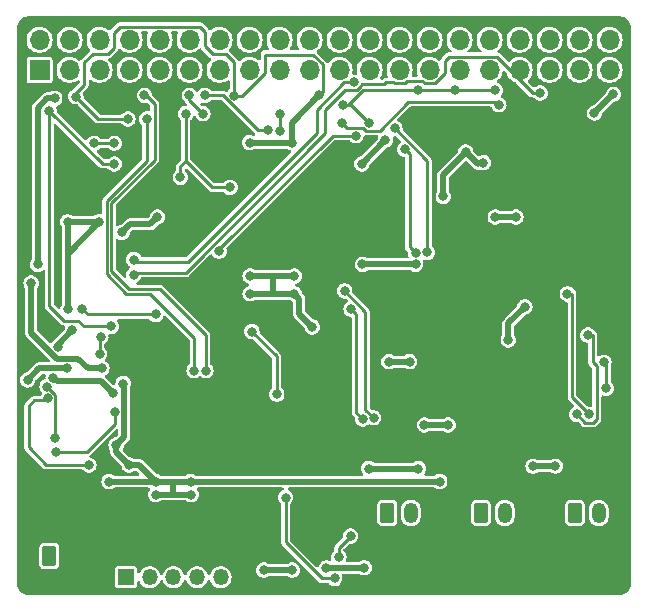
<source format=gbl>
G04 #@! TF.GenerationSoftware,KiCad,Pcbnew,8.0.2*
G04 #@! TF.CreationDate,2024-06-04T14:38:45-06:00*
G04 #@! TF.ProjectId,PCB_Project,5043425f-5072-46f6-9a65-63742e6b6963,rev?*
G04 #@! TF.SameCoordinates,Original*
G04 #@! TF.FileFunction,Copper,L2,Bot*
G04 #@! TF.FilePolarity,Positive*
%FSLAX46Y46*%
G04 Gerber Fmt 4.6, Leading zero omitted, Abs format (unit mm)*
G04 Created by KiCad (PCBNEW 8.0.2) date 2024-06-04 14:38:45*
%MOMM*%
%LPD*%
G01*
G04 APERTURE LIST*
G04 Aperture macros list*
%AMRoundRect*
0 Rectangle with rounded corners*
0 $1 Rounding radius*
0 $2 $3 $4 $5 $6 $7 $8 $9 X,Y pos of 4 corners*
0 Add a 4 corners polygon primitive as box body*
4,1,4,$2,$3,$4,$5,$6,$7,$8,$9,$2,$3,0*
0 Add four circle primitives for the rounded corners*
1,1,$1+$1,$2,$3*
1,1,$1+$1,$4,$5*
1,1,$1+$1,$6,$7*
1,1,$1+$1,$8,$9*
0 Add four rect primitives between the rounded corners*
20,1,$1+$1,$2,$3,$4,$5,0*
20,1,$1+$1,$4,$5,$6,$7,0*
20,1,$1+$1,$6,$7,$8,$9,0*
20,1,$1+$1,$8,$9,$2,$3,0*%
G04 Aperture macros list end*
G04 #@! TA.AperFunction,ComponentPad*
%ADD10R,1.350000X1.350000*%
G04 #@! TD*
G04 #@! TA.AperFunction,ComponentPad*
%ADD11O,1.350000X1.350000*%
G04 #@! TD*
G04 #@! TA.AperFunction,ComponentPad*
%ADD12RoundRect,0.250000X-0.350000X-0.625000X0.350000X-0.625000X0.350000X0.625000X-0.350000X0.625000X0*%
G04 #@! TD*
G04 #@! TA.AperFunction,ComponentPad*
%ADD13O,1.200000X1.750000*%
G04 #@! TD*
G04 #@! TA.AperFunction,ComponentPad*
%ADD14R,1.700000X1.700000*%
G04 #@! TD*
G04 #@! TA.AperFunction,ComponentPad*
%ADD15O,1.700000X1.700000*%
G04 #@! TD*
G04 #@! TA.AperFunction,ViaPad*
%ADD16C,0.800000*%
G04 #@! TD*
G04 #@! TA.AperFunction,Conductor*
%ADD17C,0.250000*%
G04 #@! TD*
G04 #@! TA.AperFunction,Conductor*
%ADD18C,0.500000*%
G04 #@! TD*
G04 APERTURE END LIST*
D10*
X103250000Y-115500000D03*
D11*
X105250000Y-115500000D03*
X107250000Y-115500000D03*
X109250000Y-115500000D03*
X111250000Y-115500000D03*
D12*
X141250000Y-110050000D03*
D13*
X143250000Y-110050000D03*
D12*
X133300000Y-110050000D03*
D13*
X135300000Y-110050000D03*
D12*
X96750000Y-113700000D03*
D13*
X98750000Y-113700000D03*
D12*
X125350000Y-110050000D03*
D13*
X127350000Y-110050000D03*
D14*
X95920000Y-72540000D03*
D15*
X95920000Y-70000000D03*
X98460000Y-72540000D03*
X98460000Y-70000000D03*
X101000000Y-72540000D03*
X101000000Y-70000000D03*
X103540000Y-72540000D03*
X103540000Y-70000000D03*
X106080000Y-72540000D03*
X106080000Y-70000000D03*
X108620000Y-72540000D03*
X108620000Y-70000000D03*
X111160000Y-72540000D03*
X111160000Y-70000000D03*
X113700000Y-72540000D03*
X113700000Y-70000000D03*
X116240000Y-72540000D03*
X116240000Y-70000000D03*
X118780000Y-72540000D03*
X118780000Y-70000000D03*
X121320000Y-72540000D03*
X121320000Y-70000000D03*
X123860000Y-72540000D03*
X123860000Y-70000000D03*
X126400000Y-72540000D03*
X126400000Y-70000000D03*
X128940000Y-72540000D03*
X128940000Y-70000000D03*
X131480000Y-72540000D03*
X131480000Y-70000000D03*
X134020000Y-72540000D03*
X134020000Y-70000000D03*
X136560000Y-72540000D03*
X136560000Y-70000000D03*
X139100000Y-72540000D03*
X139100000Y-70000000D03*
X141640000Y-72540000D03*
X141640000Y-70000000D03*
X144180000Y-72540000D03*
X144180000Y-70000000D03*
D16*
X102100000Y-99900000D03*
X95200000Y-90600000D03*
X97200000Y-74950000D03*
X97074812Y-98587954D03*
X95750000Y-89000000D03*
X101200000Y-97800000D03*
X105000000Y-76700000D03*
X109000000Y-98000000D03*
X105900000Y-85000000D03*
X103400000Y-76700000D03*
X127250000Y-97250000D03*
X144500000Y-74600000D03*
X105750000Y-107400000D03*
X98700000Y-94600000D03*
X108700000Y-107400000D03*
X105750000Y-108500000D03*
X102900000Y-86300000D03*
X103000000Y-99100000D03*
X98300000Y-85400000D03*
X108750000Y-108500000D03*
X113750000Y-91500000D03*
X123250000Y-89000000D03*
X94900000Y-98800000D03*
X133500000Y-80400000D03*
X113700000Y-78700000D03*
X102400000Y-104300000D03*
X128000000Y-106300000D03*
X136250000Y-85000000D03*
X98300000Y-92800000D03*
X112386034Y-74713966D03*
X143900000Y-99500000D03*
X117500000Y-91500000D03*
X123200000Y-80500000D03*
X98200000Y-97800000D03*
X120200000Y-114700000D03*
X119000000Y-94300000D03*
X103500000Y-106000000D03*
X134500000Y-85000000D03*
X123400000Y-114700000D03*
X132000000Y-79500000D03*
X137700000Y-106100000D03*
X125200000Y-78500000D03*
X129800000Y-107400000D03*
X128500000Y-102600000D03*
X137000000Y-92600000D03*
X99000000Y-74800000D03*
X114900000Y-114900000D03*
X97500000Y-96000000D03*
X143700000Y-97300000D03*
X101800000Y-107400000D03*
X127750000Y-89000000D03*
X142900000Y-76200000D03*
X113750000Y-90000000D03*
X100948000Y-85400000D03*
X139600000Y-106100000D03*
X119600000Y-74700000D03*
X117500000Y-90000000D03*
X125500000Y-97250000D03*
X123800000Y-106300000D03*
X117300000Y-114900000D03*
X117300000Y-78700000D03*
X130100000Y-83250000D03*
X130500000Y-102600000D03*
X135600000Y-95400000D03*
X110000000Y-98000000D03*
X104800000Y-74700000D03*
X128000000Y-74250000D03*
X102250000Y-80500000D03*
X134500000Y-74250000D03*
X102000000Y-94250000D03*
X131100000Y-74250000D03*
X116750000Y-108750000D03*
X120900000Y-115598000D03*
X108295000Y-76250000D03*
X121636034Y-75500000D03*
X123800000Y-77048000D03*
X96750000Y-76000000D03*
X107837500Y-81637500D03*
X112045000Y-82500000D03*
X100545000Y-78750000D03*
X102250000Y-78750000D03*
X134800000Y-75500000D03*
X121500000Y-77000000D03*
X98750000Y-109750000D03*
X101750000Y-109750000D03*
X112490000Y-96490000D03*
X131050000Y-97750000D03*
X100250000Y-109750000D03*
X98750000Y-111000000D03*
X100250000Y-111000000D03*
X117800000Y-82400000D03*
X105600000Y-97500000D03*
X138300000Y-74500000D03*
X103900000Y-89900000D03*
X109900000Y-74700000D03*
X115250000Y-77652000D03*
X103900000Y-88600000D03*
X122500000Y-73598000D03*
X122250000Y-112000000D03*
X109750000Y-76250000D03*
X108600000Y-74700000D03*
X116250000Y-77700000D03*
X116250000Y-76250000D03*
X121250000Y-113800000D03*
X113900000Y-94700000D03*
X116000000Y-100000000D03*
X105750000Y-93250000D03*
X122700000Y-78100000D03*
X111111034Y-87888966D03*
X99500000Y-92750000D03*
X140600000Y-91502500D03*
X142448000Y-101700000D03*
X100100000Y-106000000D03*
X96598000Y-100360457D03*
X97300000Y-104900000D03*
X102300000Y-101500000D03*
X101100000Y-95140000D03*
X101000000Y-96600000D03*
X141400000Y-101700000D03*
X142350000Y-95002500D03*
X97250000Y-103750000D03*
X96560059Y-99358904D03*
X128743000Y-88000000D03*
X126000000Y-77500000D03*
X124200000Y-102000000D03*
X121750000Y-91250000D03*
X126838966Y-79261034D03*
X127750000Y-88072997D03*
X122300000Y-92800000D03*
X123278667Y-102102370D03*
D17*
X133000000Y-80500000D02*
X133100000Y-80400000D01*
X133100000Y-80400000D02*
X133500000Y-80400000D01*
D18*
X100948000Y-85452000D02*
X98300000Y-88100000D01*
X100948000Y-85400000D02*
X98300000Y-85400000D01*
X100948000Y-85400000D02*
X100948000Y-85452000D01*
X137700000Y-106100000D02*
X139600000Y-106100000D01*
X128500000Y-102600000D02*
X130500000Y-102600000D01*
D17*
X109000000Y-98000000D02*
X109000000Y-95250000D01*
X103250000Y-91500000D02*
X101600000Y-89850000D01*
X101600000Y-89850000D02*
X101600000Y-83650000D01*
X109000000Y-95250000D02*
X105250000Y-91500000D01*
X105250000Y-91500000D02*
X103250000Y-91500000D01*
X101600000Y-83650000D02*
X105000000Y-80250000D01*
X105000000Y-80250000D02*
X105000000Y-76700000D01*
X103900000Y-88600000D02*
X104100000Y-88800000D01*
X119400000Y-77850000D02*
X119400000Y-75900000D01*
X119400000Y-75900000D02*
X121702000Y-73598000D01*
X104100000Y-88800000D02*
X108450000Y-88800000D01*
X108450000Y-88800000D02*
X119400000Y-77850000D01*
X121702000Y-73598000D02*
X122500000Y-73598000D01*
X103900000Y-89900000D02*
X104100000Y-89700000D01*
X126856464Y-73642000D02*
X126998464Y-73500000D01*
X108300000Y-89700000D02*
X120100000Y-77900000D01*
X130562000Y-71438000D02*
X134629135Y-71438000D01*
X128483536Y-73642000D02*
X129396464Y-73642000D01*
X128341536Y-73500000D02*
X128483536Y-73642000D01*
X120100000Y-75900000D02*
X121750000Y-74250000D01*
X130250000Y-71750000D02*
X130562000Y-71438000D01*
X121750000Y-74250000D02*
X122770068Y-74250000D01*
X120100000Y-77900000D02*
X120100000Y-75900000D01*
X122770068Y-74250000D02*
X123152000Y-73868068D01*
X125229932Y-73598000D02*
X125899536Y-73598000D01*
X123152000Y-73868068D02*
X123152000Y-73848000D01*
X134629135Y-71438000D02*
X137691135Y-74500000D01*
X125899536Y-73598000D02*
X125943536Y-73642000D01*
X123152000Y-73848000D02*
X123250000Y-73750000D01*
X123250000Y-73750000D02*
X125077932Y-73750000D01*
X125077932Y-73750000D02*
X125229932Y-73598000D01*
X125943536Y-73642000D02*
X126856464Y-73642000D01*
X126998464Y-73500000D02*
X128341536Y-73500000D01*
X129396464Y-73642000D02*
X130250000Y-72788464D01*
X130250000Y-72788464D02*
X130250000Y-71750000D01*
X104100000Y-89700000D02*
X108300000Y-89700000D01*
X137691135Y-74500000D02*
X138300000Y-74500000D01*
D18*
X95750000Y-75750000D02*
X95750000Y-89000000D01*
X97200000Y-74950000D02*
X96550000Y-74950000D01*
X96550000Y-74950000D02*
X95750000Y-75750000D01*
D17*
X102000000Y-83783158D02*
X102000000Y-89600000D01*
X103500000Y-91100000D02*
X106100000Y-91100000D01*
X110000000Y-95000000D02*
X110000000Y-98000000D01*
X104800000Y-74700000D02*
X104922068Y-74700000D01*
X104922068Y-74700000D02*
X105652000Y-75429932D01*
X105652000Y-75429932D02*
X105652000Y-80131158D01*
X105652000Y-80131158D02*
X102000000Y-83783158D01*
X102000000Y-89600000D02*
X103500000Y-91100000D01*
X106100000Y-91100000D02*
X110000000Y-95000000D01*
X109900000Y-74700000D02*
X111450000Y-74700000D01*
X111450000Y-74700000D02*
X114402000Y-77652000D01*
X114402000Y-77652000D02*
X115250000Y-77652000D01*
X112386034Y-74713966D02*
X112400000Y-74700000D01*
X112400000Y-74700000D02*
X112400000Y-71900000D01*
X110600000Y-71200000D02*
X109900000Y-70500000D01*
X100400000Y-71200000D02*
X99700000Y-71900000D01*
X112400000Y-71900000D02*
X111700000Y-71200000D01*
X111700000Y-71200000D02*
X110600000Y-71200000D01*
X102200000Y-70700000D02*
X101700000Y-71200000D01*
X109900000Y-70500000D02*
X109900000Y-69300000D01*
X109900000Y-69300000D02*
X109498000Y-68898000D01*
X102702000Y-68898000D02*
X102200000Y-69400000D01*
X102200000Y-69400000D02*
X102200000Y-70700000D01*
X109498000Y-68898000D02*
X102702000Y-68898000D01*
X101700000Y-71200000D02*
X100400000Y-71200000D01*
X99700000Y-71900000D02*
X99700000Y-73800000D01*
X99700000Y-73800000D02*
X99000000Y-74500000D01*
X99000000Y-74500000D02*
X99000000Y-74800000D01*
X116000000Y-96800000D02*
X116000000Y-100000000D01*
X113900000Y-94700000D02*
X116000000Y-96800000D01*
D18*
X113700000Y-78700000D02*
X117300000Y-78700000D01*
X117300000Y-78700000D02*
X117300000Y-77000000D01*
X117300000Y-77000000D02*
X119600000Y-74700000D01*
D17*
X116250000Y-77700000D02*
X116250000Y-76250000D01*
X124700000Y-77700000D02*
X127150000Y-75250000D01*
X121948000Y-77448000D02*
X123277932Y-77448000D01*
X127150000Y-75250000D02*
X134550000Y-75250000D01*
X123277932Y-77448000D02*
X123529932Y-77700000D01*
X121500000Y-77000000D02*
X121948000Y-77448000D01*
X123529932Y-77700000D02*
X124700000Y-77700000D01*
X134550000Y-75250000D02*
X134800000Y-75500000D01*
D18*
X142900000Y-76200000D02*
X144500000Y-74600000D01*
D17*
X111111034Y-87716898D02*
X120727932Y-78100000D01*
X120727932Y-78100000D02*
X122700000Y-78100000D01*
X111111034Y-87888966D02*
X111111034Y-87716898D01*
D18*
X130100000Y-81400000D02*
X132000000Y-79500000D01*
X130100000Y-83250000D02*
X130100000Y-81400000D01*
X132000000Y-79500000D02*
X133000000Y-80500000D01*
X123200000Y-80500000D02*
X125200000Y-78500000D01*
D17*
X115000000Y-72798464D02*
X113084498Y-74713966D01*
X119600000Y-74700000D02*
X119882000Y-74418000D01*
X119882000Y-74418000D02*
X119882000Y-72083536D01*
X113084498Y-74713966D02*
X112386034Y-74713966D01*
X119882000Y-72083536D02*
X119048464Y-71250000D01*
X119048464Y-71250000D02*
X115000000Y-71250000D01*
X115000000Y-71250000D02*
X115000000Y-72798464D01*
X103400000Y-76700000D02*
X100900000Y-76700000D01*
X100900000Y-76700000D02*
X99000000Y-74800000D01*
X108600000Y-74700000D02*
X108600000Y-75100000D01*
X108600000Y-75100000D02*
X109750000Y-76250000D01*
X123303226Y-74250000D02*
X128000000Y-74250000D01*
X121636034Y-75500000D02*
X122252000Y-75500000D01*
X122252000Y-75500000D02*
X123800000Y-77048000D01*
X121636034Y-75500000D02*
X122053226Y-75500000D01*
X122053226Y-75500000D02*
X123303226Y-74250000D01*
X107837500Y-81637500D02*
X107837500Y-80707500D01*
X107837500Y-80707500D02*
X108295000Y-80250000D01*
D18*
X103600000Y-85600000D02*
X102900000Y-86300000D01*
X105900000Y-85000000D02*
X105300000Y-85600000D01*
X105300000Y-85600000D02*
X103600000Y-85600000D01*
X101100000Y-98900000D02*
X102100000Y-99900000D01*
X100000000Y-97800000D02*
X101200000Y-97800000D01*
X95200000Y-94800000D02*
X97400000Y-97000000D01*
X97074812Y-98587954D02*
X97386858Y-98900000D01*
X95200000Y-90600000D02*
X95200000Y-94800000D01*
X97386858Y-98900000D02*
X101100000Y-98900000D01*
X99200000Y-97000000D02*
X100000000Y-97800000D01*
X97400000Y-97000000D02*
X99200000Y-97000000D01*
X113750000Y-90000000D02*
X115700000Y-90000000D01*
X134500000Y-85000000D02*
X136250000Y-85000000D01*
X98300000Y-92800000D02*
X98300000Y-88100000D01*
X102400000Y-104300000D02*
X102400000Y-104900000D01*
D17*
X143700000Y-97300000D02*
X143900000Y-97500000D01*
D18*
X103077000Y-99177000D02*
X103077000Y-103623000D01*
X103000000Y-99100000D02*
X103077000Y-99177000D01*
X115700000Y-91500000D02*
X117500000Y-91500000D01*
X117500000Y-91500000D02*
X117900000Y-91900000D01*
X105750000Y-107400000D02*
X104350000Y-106000000D01*
X123800000Y-106300000D02*
X128000000Y-106300000D01*
X97500000Y-95800000D02*
X97500000Y-96000000D01*
X104350000Y-106000000D02*
X103500000Y-106000000D01*
X101800000Y-107400000D02*
X107200000Y-107400000D01*
X115700000Y-90000000D02*
X115700000Y-91500000D01*
X103077000Y-103623000D02*
X102400000Y-104300000D01*
X95900000Y-97800000D02*
X98200000Y-97800000D01*
X98300000Y-85400000D02*
X98300000Y-88100000D01*
X113750000Y-91500000D02*
X115700000Y-91500000D01*
X107200000Y-107400000D02*
X129800000Y-107400000D01*
D17*
X143900000Y-97500000D02*
X143900000Y-99500000D01*
D18*
X125500000Y-97250000D02*
X127250000Y-97250000D01*
X123250000Y-89000000D02*
X127750000Y-89000000D01*
X107000000Y-108500000D02*
X108750000Y-108500000D01*
X114900000Y-114900000D02*
X117300000Y-114900000D01*
X94900000Y-98800000D02*
X95900000Y-97800000D01*
X135600000Y-94000000D02*
X135600000Y-95400000D01*
X105750000Y-108500000D02*
X107000000Y-108500000D01*
X107200000Y-107400000D02*
X107200000Y-108400000D01*
X98700000Y-94600000D02*
X97500000Y-95800000D01*
X107300000Y-108500000D02*
X107000000Y-108500000D01*
X120200000Y-114700000D02*
X123400000Y-114700000D01*
X117900000Y-93200000D02*
X119000000Y-94300000D01*
X137000000Y-92600000D02*
X135600000Y-94000000D01*
X115700000Y-90000000D02*
X117500000Y-90000000D01*
X107200000Y-108400000D02*
X107300000Y-108500000D01*
X117900000Y-91900000D02*
X117900000Y-93200000D01*
X102400000Y-104900000D02*
X103500000Y-106000000D01*
D17*
X102000000Y-94250000D02*
X99650000Y-94250000D01*
X131100000Y-74250000D02*
X134500000Y-74250000D01*
X98000000Y-93800000D02*
X96750000Y-92550000D01*
X99650000Y-94250000D02*
X99200000Y-93800000D01*
X102250000Y-80500000D02*
X101250000Y-80500000D01*
X99200000Y-93800000D02*
X98000000Y-93800000D01*
X120900000Y-115598000D02*
X119798000Y-115598000D01*
X131100000Y-74250000D02*
X128000000Y-74250000D01*
X116750000Y-112550000D02*
X116750000Y-108750000D01*
X112045000Y-82500000D02*
X110545000Y-82500000D01*
X110545000Y-82500000D02*
X108295000Y-80250000D01*
X101250000Y-80500000D02*
X96750000Y-76000000D01*
X96750000Y-92550000D02*
X96750000Y-76000000D01*
X119798000Y-115598000D02*
X116750000Y-112550000D01*
X108295000Y-80250000D02*
X108295000Y-76250000D01*
X102250000Y-78750000D02*
X100545000Y-78750000D01*
X121250000Y-113000000D02*
X122250000Y-112000000D01*
X121250000Y-113800000D02*
X121250000Y-113000000D01*
X99500000Y-92750000D02*
X100000000Y-93250000D01*
X100000000Y-93250000D02*
X105750000Y-93250000D01*
X141000000Y-100252000D02*
X141000000Y-91500000D01*
X142448000Y-101700000D02*
X141000000Y-100252000D01*
X96598000Y-100360457D02*
X96432457Y-100526000D01*
X96432457Y-100526000D02*
X95474000Y-100526000D01*
X95474000Y-100526000D02*
X95000000Y-101000000D01*
X96500000Y-106000000D02*
X100100000Y-106000000D01*
X95000000Y-104500000D02*
X96500000Y-106000000D01*
X95000000Y-101000000D02*
X95000000Y-104500000D01*
X99900000Y-104900000D02*
X97300000Y-104900000D01*
X102300000Y-102500000D02*
X99900000Y-104900000D01*
X102300000Y-101500000D02*
X102300000Y-102500000D01*
X101000000Y-95240000D02*
X101100000Y-95140000D01*
X101000000Y-96600000D02*
X101000000Y-95240000D01*
X141400000Y-101700000D02*
X142100000Y-102400000D01*
X142750000Y-97272068D02*
X142750000Y-95000000D01*
X142100000Y-102400000D02*
X142800000Y-102400000D01*
X142800000Y-102400000D02*
X143100000Y-102100000D01*
X143100000Y-102100000D02*
X143100000Y-97622068D01*
X143100000Y-97622068D02*
X142750000Y-97272068D01*
X97250000Y-100048845D02*
X97250000Y-103750000D01*
X96560059Y-99358904D02*
X97250000Y-100048845D01*
X128743000Y-80243000D02*
X126000000Y-77500000D01*
X128743000Y-88000000D02*
X128743000Y-80243000D01*
X123500000Y-93000000D02*
X121750000Y-91250000D01*
X124200000Y-102000000D02*
X123500000Y-101300000D01*
X123500000Y-101300000D02*
X123500000Y-93000000D01*
X126838966Y-79261034D02*
X127250000Y-79672068D01*
X127250000Y-87572997D02*
X127750000Y-88072997D01*
X127250000Y-79672068D02*
X127250000Y-87572997D01*
X122750000Y-93250000D02*
X122300000Y-92800000D01*
X122750000Y-101573703D02*
X122750000Y-93250000D01*
X123278667Y-102102370D02*
X122750000Y-101573703D01*
G04 #@! TA.AperFunction,Conductor*
G36*
X145006061Y-68000597D02*
G01*
X145182941Y-68018018D01*
X145206769Y-68022757D01*
X145371001Y-68072576D01*
X145393453Y-68081877D01*
X145544798Y-68162772D01*
X145565010Y-68176277D01*
X145697666Y-68285145D01*
X145714854Y-68302333D01*
X145823722Y-68434989D01*
X145837227Y-68455201D01*
X145918121Y-68606543D01*
X145927424Y-68629001D01*
X145977240Y-68793224D01*
X145981982Y-68817065D01*
X145999403Y-68993938D01*
X146000000Y-69006092D01*
X146000000Y-115993907D01*
X145999403Y-116006061D01*
X145981982Y-116182934D01*
X145977240Y-116206775D01*
X145927424Y-116370998D01*
X145918121Y-116393456D01*
X145837227Y-116544798D01*
X145823722Y-116565010D01*
X145714854Y-116697666D01*
X145697666Y-116714854D01*
X145565010Y-116823722D01*
X145544798Y-116837227D01*
X145393456Y-116918121D01*
X145370998Y-116927424D01*
X145206775Y-116977240D01*
X145182934Y-116981982D01*
X145006061Y-116999403D01*
X144993907Y-117000000D01*
X95006093Y-117000000D01*
X94993939Y-116999403D01*
X94817065Y-116981982D01*
X94793224Y-116977240D01*
X94629001Y-116927424D01*
X94606543Y-116918121D01*
X94455201Y-116837227D01*
X94434989Y-116823722D01*
X94302333Y-116714854D01*
X94285145Y-116697666D01*
X94176277Y-116565010D01*
X94162772Y-116544798D01*
X94099006Y-116425500D01*
X94081877Y-116393453D01*
X94072575Y-116370998D01*
X94022757Y-116206769D01*
X94018018Y-116182941D01*
X94000597Y-116006061D01*
X94000000Y-115993907D01*
X94000000Y-113027135D01*
X95899500Y-113027135D01*
X95899500Y-114372870D01*
X95899501Y-114372876D01*
X95905908Y-114432483D01*
X95956202Y-114567328D01*
X95956206Y-114567335D01*
X96042452Y-114682544D01*
X96042455Y-114682547D01*
X96157664Y-114768793D01*
X96157671Y-114768797D01*
X96292517Y-114819091D01*
X96292516Y-114819091D01*
X96299444Y-114819835D01*
X96352127Y-114825500D01*
X97147872Y-114825499D01*
X97207483Y-114819091D01*
X97257808Y-114800321D01*
X102324500Y-114800321D01*
X102324500Y-116199678D01*
X102339032Y-116272735D01*
X102339033Y-116272739D01*
X102339034Y-116272740D01*
X102394399Y-116355601D01*
X102451054Y-116393456D01*
X102477260Y-116410966D01*
X102477264Y-116410967D01*
X102550321Y-116425499D01*
X102550324Y-116425500D01*
X102550326Y-116425500D01*
X103949676Y-116425500D01*
X103949677Y-116425499D01*
X104022740Y-116410966D01*
X104105601Y-116355601D01*
X104160966Y-116272740D01*
X104175500Y-116199674D01*
X104175500Y-115952687D01*
X104195185Y-115885648D01*
X104247989Y-115839893D01*
X104317147Y-115829949D01*
X104380703Y-115858974D01*
X104406887Y-115890687D01*
X104439925Y-115947910D01*
X104497130Y-116046992D01*
X104542476Y-116097354D01*
X104627302Y-116191564D01*
X104627305Y-116191566D01*
X104627308Y-116191569D01*
X104705667Y-116248500D01*
X104784702Y-116305923D01*
X104852926Y-116336297D01*
X104962429Y-116385051D01*
X105152726Y-116425500D01*
X105347274Y-116425500D01*
X105537571Y-116385051D01*
X105715299Y-116305922D01*
X105872692Y-116191569D01*
X106002870Y-116046992D01*
X106100144Y-115878508D01*
X106132069Y-115780252D01*
X106171506Y-115722576D01*
X106235864Y-115695377D01*
X106304711Y-115707291D01*
X106356187Y-115754535D01*
X106367931Y-115780252D01*
X106399855Y-115878507D01*
X106399857Y-115878511D01*
X106480159Y-116017597D01*
X106497130Y-116046992D01*
X106542476Y-116097354D01*
X106627302Y-116191564D01*
X106627305Y-116191566D01*
X106627308Y-116191569D01*
X106705667Y-116248500D01*
X106784702Y-116305923D01*
X106852926Y-116336297D01*
X106962429Y-116385051D01*
X107152726Y-116425500D01*
X107347274Y-116425500D01*
X107537571Y-116385051D01*
X107715299Y-116305922D01*
X107872692Y-116191569D01*
X108002870Y-116046992D01*
X108100144Y-115878508D01*
X108132069Y-115780252D01*
X108171506Y-115722576D01*
X108235864Y-115695377D01*
X108304711Y-115707291D01*
X108356187Y-115754535D01*
X108367931Y-115780252D01*
X108399855Y-115878507D01*
X108399857Y-115878511D01*
X108480159Y-116017597D01*
X108497130Y-116046992D01*
X108542476Y-116097354D01*
X108627302Y-116191564D01*
X108627305Y-116191566D01*
X108627308Y-116191569D01*
X108705667Y-116248500D01*
X108784702Y-116305923D01*
X108852926Y-116336297D01*
X108962429Y-116385051D01*
X109152726Y-116425500D01*
X109347274Y-116425500D01*
X109537571Y-116385051D01*
X109715299Y-116305922D01*
X109872692Y-116191569D01*
X110002870Y-116046992D01*
X110100144Y-115878508D01*
X110132069Y-115780252D01*
X110171506Y-115722576D01*
X110235864Y-115695377D01*
X110304711Y-115707291D01*
X110356187Y-115754535D01*
X110367931Y-115780252D01*
X110399855Y-115878507D01*
X110399857Y-115878511D01*
X110480159Y-116017597D01*
X110497130Y-116046992D01*
X110542476Y-116097354D01*
X110627302Y-116191564D01*
X110627305Y-116191566D01*
X110627308Y-116191569D01*
X110705667Y-116248500D01*
X110784702Y-116305923D01*
X110852926Y-116336297D01*
X110962429Y-116385051D01*
X111152726Y-116425500D01*
X111347274Y-116425500D01*
X111537571Y-116385051D01*
X111715299Y-116305922D01*
X111872692Y-116191569D01*
X112002870Y-116046992D01*
X112100144Y-115878508D01*
X112160262Y-115693482D01*
X112180598Y-115500000D01*
X112160262Y-115306518D01*
X112100144Y-115121492D01*
X112100143Y-115121491D01*
X112100143Y-115121489D01*
X112100142Y-115121488D01*
X112057316Y-115047312D01*
X112002870Y-114953008D01*
X111955140Y-114899999D01*
X114244722Y-114899999D01*
X114244722Y-114900000D01*
X114263762Y-115056818D01*
X114318254Y-115200500D01*
X114319780Y-115204523D01*
X114409517Y-115334530D01*
X114527760Y-115439283D01*
X114527762Y-115439284D01*
X114667634Y-115512696D01*
X114821014Y-115550500D01*
X114821015Y-115550500D01*
X114978985Y-115550500D01*
X115132365Y-115512696D01*
X115272233Y-115439287D01*
X115272234Y-115439285D01*
X115272240Y-115439283D01*
X115280818Y-115431683D01*
X115344050Y-115401963D01*
X115363044Y-115400500D01*
X116836956Y-115400500D01*
X116903995Y-115420185D01*
X116919179Y-115431681D01*
X116927760Y-115439283D01*
X116927762Y-115439284D01*
X116927766Y-115439287D01*
X117067634Y-115512696D01*
X117221014Y-115550500D01*
X117221015Y-115550500D01*
X117378985Y-115550500D01*
X117532365Y-115512696D01*
X117556555Y-115500000D01*
X117672240Y-115439283D01*
X117790483Y-115334530D01*
X117880220Y-115204523D01*
X117936237Y-115056818D01*
X117955278Y-114900000D01*
X117943176Y-114800326D01*
X117936237Y-114743181D01*
X117902160Y-114653328D01*
X117880220Y-114595477D01*
X117799176Y-114478065D01*
X117785867Y-114437708D01*
X117756707Y-114431365D01*
X117733907Y-114415349D01*
X117716017Y-114399500D01*
X117672240Y-114360717D01*
X117672238Y-114360716D01*
X117672237Y-114360715D01*
X117532365Y-114287303D01*
X117378986Y-114249500D01*
X117378985Y-114249500D01*
X117221015Y-114249500D01*
X117221014Y-114249500D01*
X117067634Y-114287303D01*
X116927766Y-114360712D01*
X116927762Y-114360715D01*
X116927760Y-114360717D01*
X116919181Y-114368316D01*
X116855950Y-114398037D01*
X116836956Y-114399500D01*
X115363044Y-114399500D01*
X115296005Y-114379815D01*
X115280820Y-114368318D01*
X115272240Y-114360717D01*
X115272238Y-114360716D01*
X115272237Y-114360715D01*
X115272233Y-114360712D01*
X115132365Y-114287303D01*
X114978986Y-114249500D01*
X114978985Y-114249500D01*
X114821015Y-114249500D01*
X114821014Y-114249500D01*
X114667634Y-114287303D01*
X114527762Y-114360715D01*
X114409516Y-114465471D01*
X114319781Y-114595475D01*
X114319780Y-114595476D01*
X114263762Y-114743181D01*
X114244722Y-114899999D01*
X111955140Y-114899999D01*
X111951882Y-114896381D01*
X111872697Y-114808435D01*
X111872694Y-114808433D01*
X111872693Y-114808432D01*
X111872692Y-114808431D01*
X111782883Y-114743181D01*
X111715297Y-114694076D01*
X111551824Y-114621295D01*
X111537571Y-114614949D01*
X111537569Y-114614948D01*
X111347274Y-114574500D01*
X111152726Y-114574500D01*
X110962431Y-114614948D01*
X110784702Y-114694076D01*
X110627305Y-114808433D01*
X110627302Y-114808435D01*
X110497129Y-114953009D01*
X110399857Y-115121488D01*
X110399856Y-115121489D01*
X110367931Y-115219748D01*
X110328494Y-115277423D01*
X110264135Y-115304622D01*
X110195289Y-115292708D01*
X110143813Y-115245464D01*
X110132069Y-115219748D01*
X110100143Y-115121489D01*
X110100142Y-115121488D01*
X110057316Y-115047312D01*
X110002870Y-114953008D01*
X109951882Y-114896381D01*
X109872697Y-114808435D01*
X109872694Y-114808433D01*
X109872693Y-114808432D01*
X109872692Y-114808431D01*
X109782883Y-114743181D01*
X109715297Y-114694076D01*
X109551824Y-114621295D01*
X109537571Y-114614949D01*
X109537569Y-114614948D01*
X109347274Y-114574500D01*
X109152726Y-114574500D01*
X108962431Y-114614948D01*
X108784702Y-114694076D01*
X108627305Y-114808433D01*
X108627302Y-114808435D01*
X108497129Y-114953009D01*
X108399857Y-115121488D01*
X108399856Y-115121489D01*
X108367931Y-115219748D01*
X108328494Y-115277423D01*
X108264135Y-115304622D01*
X108195289Y-115292708D01*
X108143813Y-115245464D01*
X108132069Y-115219748D01*
X108100143Y-115121489D01*
X108100142Y-115121488D01*
X108057316Y-115047312D01*
X108002870Y-114953008D01*
X107951882Y-114896381D01*
X107872697Y-114808435D01*
X107872694Y-114808433D01*
X107872693Y-114808432D01*
X107872692Y-114808431D01*
X107782883Y-114743181D01*
X107715297Y-114694076D01*
X107551824Y-114621295D01*
X107537571Y-114614949D01*
X107537569Y-114614948D01*
X107347274Y-114574500D01*
X107152726Y-114574500D01*
X106962431Y-114614948D01*
X106784702Y-114694076D01*
X106627305Y-114808433D01*
X106627302Y-114808435D01*
X106497129Y-114953009D01*
X106399857Y-115121488D01*
X106399856Y-115121489D01*
X106367931Y-115219748D01*
X106328494Y-115277423D01*
X106264135Y-115304622D01*
X106195289Y-115292708D01*
X106143813Y-115245464D01*
X106132069Y-115219748D01*
X106100143Y-115121489D01*
X106100142Y-115121488D01*
X106057316Y-115047312D01*
X106002870Y-114953008D01*
X105951882Y-114896381D01*
X105872697Y-114808435D01*
X105872694Y-114808433D01*
X105872693Y-114808432D01*
X105872692Y-114808431D01*
X105782883Y-114743181D01*
X105715297Y-114694076D01*
X105551824Y-114621295D01*
X105537571Y-114614949D01*
X105537569Y-114614948D01*
X105347274Y-114574500D01*
X105152726Y-114574500D01*
X104962431Y-114614948D01*
X104784702Y-114694076D01*
X104627305Y-114808433D01*
X104627302Y-114808435D01*
X104497128Y-114953009D01*
X104406887Y-115109312D01*
X104356320Y-115157528D01*
X104287713Y-115170750D01*
X104222848Y-115144782D01*
X104182320Y-115087868D01*
X104175500Y-115047312D01*
X104175500Y-114800323D01*
X104175499Y-114800321D01*
X104160967Y-114727264D01*
X104160966Y-114727260D01*
X104105601Y-114644399D01*
X104032383Y-114595477D01*
X104022739Y-114589033D01*
X104022735Y-114589032D01*
X103949677Y-114574500D01*
X103949674Y-114574500D01*
X102550326Y-114574500D01*
X102550323Y-114574500D01*
X102477264Y-114589032D01*
X102477260Y-114589033D01*
X102394399Y-114644399D01*
X102339033Y-114727260D01*
X102339032Y-114727264D01*
X102324500Y-114800321D01*
X97257808Y-114800321D01*
X97342331Y-114768796D01*
X97457546Y-114682546D01*
X97543796Y-114567331D01*
X97594091Y-114432483D01*
X97600500Y-114372873D01*
X97600499Y-113027128D01*
X97594091Y-112967517D01*
X97587768Y-112950565D01*
X97543797Y-112832671D01*
X97543793Y-112832664D01*
X97457546Y-112717454D01*
X97457544Y-112717452D01*
X97342335Y-112631206D01*
X97342328Y-112631202D01*
X97207482Y-112580908D01*
X97207483Y-112580908D01*
X97147883Y-112574501D01*
X97147881Y-112574500D01*
X97147873Y-112574500D01*
X97147864Y-112574500D01*
X96352129Y-112574500D01*
X96352123Y-112574501D01*
X96292516Y-112580908D01*
X96157671Y-112631202D01*
X96157664Y-112631206D01*
X96042455Y-112717452D01*
X96042454Y-112717454D01*
X95956206Y-112832664D01*
X95956202Y-112832671D01*
X95905908Y-112967517D01*
X95899501Y-113027116D01*
X95899501Y-113027123D01*
X95899500Y-113027135D01*
X94000000Y-113027135D01*
X94000000Y-98834498D01*
X94009523Y-98802064D01*
X94006463Y-98795734D01*
X94240516Y-98795734D01*
X94242977Y-98799563D01*
X94247096Y-98819552D01*
X94263762Y-98956818D01*
X94304968Y-99065468D01*
X94319780Y-99104523D01*
X94409517Y-99234530D01*
X94527760Y-99339283D01*
X94527762Y-99339284D01*
X94667634Y-99412696D01*
X94821014Y-99450500D01*
X94821015Y-99450500D01*
X94978985Y-99450500D01*
X95132365Y-99412696D01*
X95174754Y-99390448D01*
X95272240Y-99339283D01*
X95390483Y-99234530D01*
X95480220Y-99104523D01*
X95536237Y-98956818D01*
X95542859Y-98902273D01*
X95570480Y-98838096D01*
X95578263Y-98829549D01*
X96070995Y-98336819D01*
X96132318Y-98303334D01*
X96158676Y-98300500D01*
X96314470Y-98300500D01*
X96381509Y-98320185D01*
X96427264Y-98372989D01*
X96437566Y-98439446D01*
X96419534Y-98587953D01*
X96419534Y-98587959D01*
X96422280Y-98610581D01*
X96410818Y-98679504D01*
X96363912Y-98731288D01*
X96334686Y-98743488D01*
X96334709Y-98743547D01*
X96332929Y-98744221D01*
X96328869Y-98745917D01*
X96327700Y-98746205D01*
X96327693Y-98746207D01*
X96187821Y-98819619D01*
X96069575Y-98924375D01*
X95979840Y-99054379D01*
X95979839Y-99054380D01*
X95923821Y-99202085D01*
X95904781Y-99358903D01*
X95904781Y-99358904D01*
X95923821Y-99515722D01*
X95979839Y-99663427D01*
X96020110Y-99721769D01*
X96069577Y-99793436D01*
X96074550Y-99799049D01*
X96073063Y-99800365D01*
X96104768Y-99850907D01*
X96104002Y-99920772D01*
X96087466Y-99954975D01*
X96025257Y-100045101D01*
X96017780Y-100055934D01*
X96012265Y-100070473D01*
X95970088Y-100126174D01*
X95904491Y-100150231D01*
X95896325Y-100150500D01*
X95424564Y-100150500D01*
X95376812Y-100163295D01*
X95376811Y-100163294D01*
X95329063Y-100176089D01*
X95329062Y-100176089D01*
X95243435Y-100225527D01*
X94699526Y-100769436D01*
X94650091Y-100855059D01*
X94650091Y-100855060D01*
X94650090Y-100855062D01*
X94624500Y-100950565D01*
X94624500Y-100950567D01*
X94624500Y-104549438D01*
X94626265Y-104556023D01*
X94626266Y-104556033D01*
X94626268Y-104556033D01*
X94650090Y-104644939D01*
X94650091Y-104644940D01*
X94699525Y-104730562D01*
X94699526Y-104730563D01*
X96199525Y-106230562D01*
X96269438Y-106300475D01*
X96355062Y-106349910D01*
X96402811Y-106362705D01*
X96402812Y-106362705D01*
X96412903Y-106365408D01*
X96450564Y-106375500D01*
X96450565Y-106375500D01*
X99503692Y-106375500D01*
X99570731Y-106395185D01*
X99605742Y-106429061D01*
X99608163Y-106432569D01*
X99609515Y-106434528D01*
X99609517Y-106434530D01*
X99727760Y-106539283D01*
X99727762Y-106539284D01*
X99867634Y-106612696D01*
X100021014Y-106650500D01*
X100021015Y-106650500D01*
X100178985Y-106650500D01*
X100332365Y-106612696D01*
X100355602Y-106600500D01*
X100472240Y-106539283D01*
X100590483Y-106434530D01*
X100680220Y-106304523D01*
X100736237Y-106156818D01*
X100755278Y-106000000D01*
X100736237Y-105843182D01*
X100680220Y-105695477D01*
X100590483Y-105565470D01*
X100472240Y-105460717D01*
X100472238Y-105460716D01*
X100472237Y-105460715D01*
X100332366Y-105387304D01*
X100234049Y-105363071D01*
X100173668Y-105327914D01*
X100141880Y-105265695D01*
X100148776Y-105196166D01*
X100176043Y-105154993D01*
X100200475Y-105130562D01*
X102364819Y-102966218D01*
X102426142Y-102932733D01*
X102495834Y-102937717D01*
X102551767Y-102979589D01*
X102576184Y-103045053D01*
X102576500Y-103053899D01*
X102576500Y-103364324D01*
X102556815Y-103431363D01*
X102540185Y-103452000D01*
X102435079Y-103557107D01*
X102374218Y-103617968D01*
X102316212Y-103650683D01*
X102167633Y-103687304D01*
X102027762Y-103760715D01*
X101909516Y-103865471D01*
X101819781Y-103995475D01*
X101819780Y-103995476D01*
X101763762Y-104143181D01*
X101744722Y-104299999D01*
X101744722Y-104300000D01*
X101763762Y-104456818D01*
X101819780Y-104604523D01*
X101819780Y-104604524D01*
X101877550Y-104688217D01*
X101899433Y-104754571D01*
X101899500Y-104758657D01*
X101899500Y-104965891D01*
X101933608Y-105093187D01*
X101955186Y-105130560D01*
X101999500Y-105207314D01*
X101999502Y-105207316D01*
X102821724Y-106029538D01*
X102855209Y-106090861D01*
X102857139Y-106102271D01*
X102863762Y-106156816D01*
X102863763Y-106156821D01*
X102891730Y-106230562D01*
X102919780Y-106304523D01*
X103009517Y-106434530D01*
X103127760Y-106539283D01*
X103127762Y-106539284D01*
X103267634Y-106612696D01*
X103421014Y-106650500D01*
X103421015Y-106650500D01*
X103578985Y-106650500D01*
X103732365Y-106612696D01*
X103872233Y-106539287D01*
X103872234Y-106539285D01*
X103872240Y-106539283D01*
X103880818Y-106531683D01*
X103944050Y-106501963D01*
X103963044Y-106500500D01*
X104091324Y-106500500D01*
X104158363Y-106520185D01*
X104179005Y-106536819D01*
X104330005Y-106687819D01*
X104363490Y-106749142D01*
X104358506Y-106818834D01*
X104316634Y-106874767D01*
X104251170Y-106899184D01*
X104242324Y-106899500D01*
X102263044Y-106899500D01*
X102196005Y-106879815D01*
X102180820Y-106868318D01*
X102172240Y-106860717D01*
X102172238Y-106860716D01*
X102172237Y-106860715D01*
X102172233Y-106860712D01*
X102032365Y-106787303D01*
X101878986Y-106749500D01*
X101878985Y-106749500D01*
X101721015Y-106749500D01*
X101721014Y-106749500D01*
X101567634Y-106787303D01*
X101427762Y-106860715D01*
X101309516Y-106965471D01*
X101219781Y-107095475D01*
X101219780Y-107095476D01*
X101163762Y-107243181D01*
X101144722Y-107399999D01*
X101144722Y-107400000D01*
X101163762Y-107556818D01*
X101219780Y-107704523D01*
X101309517Y-107834530D01*
X101427760Y-107939283D01*
X101427762Y-107939284D01*
X101567634Y-108012696D01*
X101721014Y-108050500D01*
X101721015Y-108050500D01*
X101878985Y-108050500D01*
X102032365Y-108012696D01*
X102172233Y-107939287D01*
X102172234Y-107939285D01*
X102172240Y-107939283D01*
X102180818Y-107931683D01*
X102244050Y-107901963D01*
X102263044Y-107900500D01*
X105137125Y-107900500D01*
X105204164Y-107920185D01*
X105249919Y-107972989D01*
X105259863Y-108042147D01*
X105239175Y-108094940D01*
X105169781Y-108195475D01*
X105169780Y-108195476D01*
X105113762Y-108343181D01*
X105094722Y-108499999D01*
X105094722Y-108500000D01*
X105113762Y-108656818D01*
X105149102Y-108750000D01*
X105169780Y-108804523D01*
X105259517Y-108934530D01*
X105377760Y-109039283D01*
X105377762Y-109039284D01*
X105517634Y-109112696D01*
X105671014Y-109150500D01*
X105671015Y-109150500D01*
X105828985Y-109150500D01*
X105982365Y-109112696D01*
X106122233Y-109039287D01*
X106122234Y-109039285D01*
X106122240Y-109039283D01*
X106130818Y-109031683D01*
X106194050Y-109001963D01*
X106213044Y-109000500D01*
X106934108Y-109000500D01*
X107234107Y-109000500D01*
X107365892Y-109000500D01*
X108286956Y-109000500D01*
X108353995Y-109020185D01*
X108369179Y-109031681D01*
X108377760Y-109039283D01*
X108377762Y-109039284D01*
X108377766Y-109039287D01*
X108517634Y-109112696D01*
X108671014Y-109150500D01*
X108671015Y-109150500D01*
X108828985Y-109150500D01*
X108982365Y-109112696D01*
X109068565Y-109067454D01*
X109122240Y-109039283D01*
X109240483Y-108934530D01*
X109330220Y-108804523D01*
X109386237Y-108656818D01*
X109405278Y-108500000D01*
X109386237Y-108343182D01*
X109330220Y-108195477D01*
X109260825Y-108094940D01*
X109238942Y-108028585D01*
X109256408Y-107960933D01*
X109307676Y-107913464D01*
X109362875Y-107900500D01*
X116465739Y-107900500D01*
X116532778Y-107920185D01*
X116578533Y-107972989D01*
X116588477Y-108042147D01*
X116559452Y-108105703D01*
X116523365Y-108134296D01*
X116377762Y-108210714D01*
X116259516Y-108315471D01*
X116169781Y-108445475D01*
X116169780Y-108445476D01*
X116113762Y-108593181D01*
X116094722Y-108749999D01*
X116094722Y-108750000D01*
X116113762Y-108906818D01*
X116169780Y-109054523D01*
X116169781Y-109054524D01*
X116259517Y-109184531D01*
X116332726Y-109249386D01*
X116369853Y-109308574D01*
X116374500Y-109342202D01*
X116374500Y-112599435D01*
X116397915Y-112686819D01*
X116400091Y-112694940D01*
X116413088Y-112717450D01*
X116413089Y-112717454D01*
X116413090Y-112717454D01*
X116449526Y-112780563D01*
X116449528Y-112780565D01*
X117903815Y-114234852D01*
X117935589Y-114293042D01*
X117979298Y-114311288D01*
X117988908Y-114319945D01*
X119497525Y-115828562D01*
X119567438Y-115898475D01*
X119653062Y-115947910D01*
X119700811Y-115960705D01*
X119700812Y-115960705D01*
X119710903Y-115963408D01*
X119748564Y-115973500D01*
X119748565Y-115973500D01*
X120303692Y-115973500D01*
X120370731Y-115993185D01*
X120405742Y-116027061D01*
X120408163Y-116030569D01*
X120409515Y-116032528D01*
X120409517Y-116032530D01*
X120527760Y-116137283D01*
X120527762Y-116137284D01*
X120667634Y-116210696D01*
X120821014Y-116248500D01*
X120821015Y-116248500D01*
X120978985Y-116248500D01*
X121132365Y-116210696D01*
X121153358Y-116199678D01*
X121272240Y-116137283D01*
X121390483Y-116032530D01*
X121480220Y-115902523D01*
X121536237Y-115754818D01*
X121555278Y-115598000D01*
X121536237Y-115441182D01*
X121508660Y-115368469D01*
X121503294Y-115298809D01*
X121536441Y-115237302D01*
X121597579Y-115203481D01*
X121624603Y-115200500D01*
X122936956Y-115200500D01*
X123003995Y-115220185D01*
X123019179Y-115231681D01*
X123027760Y-115239283D01*
X123027762Y-115239284D01*
X123027766Y-115239287D01*
X123167634Y-115312696D01*
X123321014Y-115350500D01*
X123321015Y-115350500D01*
X123478985Y-115350500D01*
X123632365Y-115312696D01*
X123644140Y-115306516D01*
X123772240Y-115239283D01*
X123890483Y-115134530D01*
X123980220Y-115004523D01*
X124036237Y-114856818D01*
X124055278Y-114700000D01*
X124053159Y-114682544D01*
X124036237Y-114543181D01*
X123987756Y-114415349D01*
X123980220Y-114395477D01*
X123890483Y-114265470D01*
X123772240Y-114160717D01*
X123772238Y-114160716D01*
X123772237Y-114160715D01*
X123632365Y-114087303D01*
X123478986Y-114049500D01*
X123478985Y-114049500D01*
X123321015Y-114049500D01*
X123321014Y-114049500D01*
X123167634Y-114087303D01*
X123027766Y-114160712D01*
X123027762Y-114160715D01*
X123027760Y-114160717D01*
X123019181Y-114168316D01*
X122955950Y-114198037D01*
X122936956Y-114199500D01*
X121973845Y-114199500D01*
X121906806Y-114179815D01*
X121861051Y-114127011D01*
X121851107Y-114057853D01*
X121857903Y-114031529D01*
X121860132Y-114025649D01*
X121886237Y-113956818D01*
X121905278Y-113800000D01*
X121886237Y-113643182D01*
X121830220Y-113495477D01*
X121740483Y-113365470D01*
X121740481Y-113365468D01*
X121667273Y-113300611D01*
X121630146Y-113241422D01*
X121625500Y-113207796D01*
X121625500Y-113206898D01*
X121645185Y-113139859D01*
X121661815Y-113119221D01*
X122094217Y-112686818D01*
X122155540Y-112653334D01*
X122181898Y-112650500D01*
X122328985Y-112650500D01*
X122482365Y-112612696D01*
X122542931Y-112580908D01*
X122622240Y-112539283D01*
X122740483Y-112434530D01*
X122830220Y-112304523D01*
X122886237Y-112156818D01*
X122905278Y-112000000D01*
X122886237Y-111843182D01*
X122830220Y-111695477D01*
X122740483Y-111565470D01*
X122622240Y-111460717D01*
X122622238Y-111460716D01*
X122622237Y-111460715D01*
X122482365Y-111387303D01*
X122328986Y-111349500D01*
X122328985Y-111349500D01*
X122171015Y-111349500D01*
X122171014Y-111349500D01*
X122017634Y-111387303D01*
X121877762Y-111460715D01*
X121759516Y-111565471D01*
X121669781Y-111695475D01*
X121669780Y-111695476D01*
X121613762Y-111843181D01*
X121594722Y-111999999D01*
X121594722Y-112000001D01*
X121600896Y-112050854D01*
X121589435Y-112119777D01*
X121565481Y-112153480D01*
X121019438Y-112699525D01*
X120949526Y-112769436D01*
X120900091Y-112855059D01*
X120900091Y-112855060D01*
X120900090Y-112855062D01*
X120874500Y-112950565D01*
X120874500Y-112950567D01*
X120874500Y-113207796D01*
X120854815Y-113274835D01*
X120832727Y-113300611D01*
X120759518Y-113365468D01*
X120669781Y-113495475D01*
X120669780Y-113495476D01*
X120613762Y-113643181D01*
X120594722Y-113799999D01*
X120594722Y-113800000D01*
X120614553Y-113963331D01*
X120603092Y-114032254D01*
X120556188Y-114084040D01*
X120488732Y-114102247D01*
X120439535Y-114089545D01*
X120439377Y-114089963D01*
X120435595Y-114088528D01*
X120433830Y-114088073D01*
X120432363Y-114087303D01*
X120278986Y-114049500D01*
X120278985Y-114049500D01*
X120121015Y-114049500D01*
X120121014Y-114049500D01*
X119967634Y-114087303D01*
X119827762Y-114160715D01*
X119709516Y-114265471D01*
X119619781Y-114395475D01*
X119619780Y-114395476D01*
X119563762Y-114543181D01*
X119563762Y-114543184D01*
X119563108Y-114548569D01*
X119535482Y-114612745D01*
X119477545Y-114651798D01*
X119407692Y-114653328D01*
X119352332Y-114621295D01*
X117161819Y-112430782D01*
X117128334Y-112369459D01*
X117125500Y-112343101D01*
X117125500Y-109377135D01*
X124499500Y-109377135D01*
X124499500Y-110722870D01*
X124499501Y-110722876D01*
X124505908Y-110782483D01*
X124556202Y-110917328D01*
X124556206Y-110917335D01*
X124642452Y-111032544D01*
X124642455Y-111032547D01*
X124757664Y-111118793D01*
X124757671Y-111118797D01*
X124892517Y-111169091D01*
X124892516Y-111169091D01*
X124899444Y-111169835D01*
X124952127Y-111175500D01*
X125747872Y-111175499D01*
X125807483Y-111169091D01*
X125942331Y-111118796D01*
X126057546Y-111032546D01*
X126143796Y-110917331D01*
X126194091Y-110782483D01*
X126200500Y-110722873D01*
X126200499Y-109691228D01*
X126499500Y-109691228D01*
X126499500Y-110408771D01*
X126532182Y-110573074D01*
X126532184Y-110573082D01*
X126596295Y-110727860D01*
X126689373Y-110867162D01*
X126807837Y-110985626D01*
X126878055Y-111032544D01*
X126947137Y-111078703D01*
X127101918Y-111142816D01*
X127266223Y-111175498D01*
X127266228Y-111175499D01*
X127266232Y-111175500D01*
X127266233Y-111175500D01*
X127433768Y-111175500D01*
X127433769Y-111175499D01*
X127598082Y-111142816D01*
X127752863Y-111078703D01*
X127892162Y-110985626D01*
X128010626Y-110867162D01*
X128103703Y-110727863D01*
X128167816Y-110573082D01*
X128200500Y-110408767D01*
X128200500Y-109691233D01*
X128167816Y-109526918D01*
X128105773Y-109377135D01*
X132449500Y-109377135D01*
X132449500Y-110722870D01*
X132449501Y-110722876D01*
X132455908Y-110782483D01*
X132506202Y-110917328D01*
X132506206Y-110917335D01*
X132592452Y-111032544D01*
X132592455Y-111032547D01*
X132707664Y-111118793D01*
X132707671Y-111118797D01*
X132842517Y-111169091D01*
X132842516Y-111169091D01*
X132849444Y-111169835D01*
X132902127Y-111175500D01*
X133697872Y-111175499D01*
X133757483Y-111169091D01*
X133892331Y-111118796D01*
X134007546Y-111032546D01*
X134093796Y-110917331D01*
X134144091Y-110782483D01*
X134150500Y-110722873D01*
X134150499Y-109691228D01*
X134449500Y-109691228D01*
X134449500Y-110408771D01*
X134482182Y-110573074D01*
X134482184Y-110573082D01*
X134546295Y-110727860D01*
X134639373Y-110867162D01*
X134757837Y-110985626D01*
X134828055Y-111032544D01*
X134897137Y-111078703D01*
X135051918Y-111142816D01*
X135216223Y-111175498D01*
X135216228Y-111175499D01*
X135216232Y-111175500D01*
X135216233Y-111175500D01*
X135383768Y-111175500D01*
X135383769Y-111175499D01*
X135548082Y-111142816D01*
X135702863Y-111078703D01*
X135842162Y-110985626D01*
X135960626Y-110867162D01*
X136053703Y-110727863D01*
X136117816Y-110573082D01*
X136150500Y-110408767D01*
X136150500Y-109691233D01*
X136117816Y-109526918D01*
X136055773Y-109377135D01*
X140399500Y-109377135D01*
X140399500Y-110722870D01*
X140399501Y-110722876D01*
X140405908Y-110782483D01*
X140456202Y-110917328D01*
X140456206Y-110917335D01*
X140542452Y-111032544D01*
X140542455Y-111032547D01*
X140657664Y-111118793D01*
X140657671Y-111118797D01*
X140792517Y-111169091D01*
X140792516Y-111169091D01*
X140799444Y-111169835D01*
X140852127Y-111175500D01*
X141647872Y-111175499D01*
X141707483Y-111169091D01*
X141842331Y-111118796D01*
X141957546Y-111032546D01*
X142043796Y-110917331D01*
X142094091Y-110782483D01*
X142100500Y-110722873D01*
X142100499Y-109691228D01*
X142399500Y-109691228D01*
X142399500Y-110408771D01*
X142432182Y-110573074D01*
X142432184Y-110573082D01*
X142496295Y-110727860D01*
X142589373Y-110867162D01*
X142707837Y-110985626D01*
X142778055Y-111032544D01*
X142847137Y-111078703D01*
X143001918Y-111142816D01*
X143166223Y-111175498D01*
X143166228Y-111175499D01*
X143166232Y-111175500D01*
X143166233Y-111175500D01*
X143333768Y-111175500D01*
X143333769Y-111175499D01*
X143498082Y-111142816D01*
X143652863Y-111078703D01*
X143792162Y-110985626D01*
X143910626Y-110867162D01*
X144003703Y-110727863D01*
X144067816Y-110573082D01*
X144100500Y-110408767D01*
X144100500Y-109691233D01*
X144067816Y-109526918D01*
X144005771Y-109377129D01*
X144003704Y-109372139D01*
X143910626Y-109232837D01*
X143792162Y-109114373D01*
X143652860Y-109021295D01*
X143498082Y-108957184D01*
X143498074Y-108957182D01*
X143333771Y-108924500D01*
X143333767Y-108924500D01*
X143166233Y-108924500D01*
X143166228Y-108924500D01*
X143001925Y-108957182D01*
X143001917Y-108957184D01*
X142847139Y-109021295D01*
X142707837Y-109114373D01*
X142589373Y-109232837D01*
X142496295Y-109372139D01*
X142432184Y-109526917D01*
X142432182Y-109526925D01*
X142399500Y-109691228D01*
X142100499Y-109691228D01*
X142100499Y-109377128D01*
X142094091Y-109317517D01*
X142090755Y-109308574D01*
X142043797Y-109182671D01*
X142043793Y-109182664D01*
X141957547Y-109067455D01*
X141957544Y-109067452D01*
X141842335Y-108981206D01*
X141842328Y-108981202D01*
X141707482Y-108930908D01*
X141707483Y-108930908D01*
X141647883Y-108924501D01*
X141647881Y-108924500D01*
X141647873Y-108924500D01*
X141647864Y-108924500D01*
X140852129Y-108924500D01*
X140852123Y-108924501D01*
X140792516Y-108930908D01*
X140657671Y-108981202D01*
X140657664Y-108981206D01*
X140542455Y-109067452D01*
X140542452Y-109067455D01*
X140456206Y-109182664D01*
X140456202Y-109182671D01*
X140405908Y-109317517D01*
X140400036Y-109372139D01*
X140399501Y-109377123D01*
X140399500Y-109377135D01*
X136055773Y-109377135D01*
X136055771Y-109377129D01*
X136053704Y-109372139D01*
X135960626Y-109232837D01*
X135842162Y-109114373D01*
X135702860Y-109021295D01*
X135548082Y-108957184D01*
X135548074Y-108957182D01*
X135383771Y-108924500D01*
X135383767Y-108924500D01*
X135216233Y-108924500D01*
X135216228Y-108924500D01*
X135051925Y-108957182D01*
X135051917Y-108957184D01*
X134897139Y-109021295D01*
X134757837Y-109114373D01*
X134639373Y-109232837D01*
X134546295Y-109372139D01*
X134482184Y-109526917D01*
X134482182Y-109526925D01*
X134449500Y-109691228D01*
X134150499Y-109691228D01*
X134150499Y-109377128D01*
X134144091Y-109317517D01*
X134140755Y-109308574D01*
X134093797Y-109182671D01*
X134093793Y-109182664D01*
X134007547Y-109067455D01*
X134007544Y-109067452D01*
X133892335Y-108981206D01*
X133892328Y-108981202D01*
X133757482Y-108930908D01*
X133757483Y-108930908D01*
X133697883Y-108924501D01*
X133697881Y-108924500D01*
X133697873Y-108924500D01*
X133697864Y-108924500D01*
X132902129Y-108924500D01*
X132902123Y-108924501D01*
X132842516Y-108930908D01*
X132707671Y-108981202D01*
X132707664Y-108981206D01*
X132592455Y-109067452D01*
X132592452Y-109067455D01*
X132506206Y-109182664D01*
X132506202Y-109182671D01*
X132455908Y-109317517D01*
X132450036Y-109372139D01*
X132449501Y-109377123D01*
X132449500Y-109377135D01*
X128105773Y-109377135D01*
X128105771Y-109377129D01*
X128103704Y-109372139D01*
X128010626Y-109232837D01*
X127892162Y-109114373D01*
X127752860Y-109021295D01*
X127598082Y-108957184D01*
X127598074Y-108957182D01*
X127433771Y-108924500D01*
X127433767Y-108924500D01*
X127266233Y-108924500D01*
X127266228Y-108924500D01*
X127101925Y-108957182D01*
X127101917Y-108957184D01*
X126947139Y-109021295D01*
X126807837Y-109114373D01*
X126689373Y-109232837D01*
X126596295Y-109372139D01*
X126532184Y-109526917D01*
X126532182Y-109526925D01*
X126499500Y-109691228D01*
X126200499Y-109691228D01*
X126200499Y-109377128D01*
X126194091Y-109317517D01*
X126190755Y-109308574D01*
X126143797Y-109182671D01*
X126143793Y-109182664D01*
X126057547Y-109067455D01*
X126057544Y-109067452D01*
X125942335Y-108981206D01*
X125942328Y-108981202D01*
X125807482Y-108930908D01*
X125807483Y-108930908D01*
X125747883Y-108924501D01*
X125747881Y-108924500D01*
X125747873Y-108924500D01*
X125747864Y-108924500D01*
X124952129Y-108924500D01*
X124952123Y-108924501D01*
X124892516Y-108930908D01*
X124757671Y-108981202D01*
X124757664Y-108981206D01*
X124642455Y-109067452D01*
X124642452Y-109067455D01*
X124556206Y-109182664D01*
X124556202Y-109182671D01*
X124505908Y-109317517D01*
X124500036Y-109372139D01*
X124499501Y-109377123D01*
X124499500Y-109377135D01*
X117125500Y-109377135D01*
X117125500Y-109342202D01*
X117145185Y-109275163D01*
X117167274Y-109249386D01*
X117185955Y-109232837D01*
X117240483Y-109184530D01*
X117330220Y-109054523D01*
X117386237Y-108906818D01*
X117405278Y-108750000D01*
X117386237Y-108593182D01*
X117330220Y-108445477D01*
X117240483Y-108315470D01*
X117122240Y-108210717D01*
X117122237Y-108210714D01*
X116976635Y-108134296D01*
X116926422Y-108085711D01*
X116910448Y-108017692D01*
X116933783Y-107951835D01*
X116989020Y-107909048D01*
X117034261Y-107900500D01*
X129336956Y-107900500D01*
X129403995Y-107920185D01*
X129419179Y-107931681D01*
X129427760Y-107939283D01*
X129427762Y-107939284D01*
X129427766Y-107939287D01*
X129567634Y-108012696D01*
X129721014Y-108050500D01*
X129721015Y-108050500D01*
X129878985Y-108050500D01*
X130032365Y-108012696D01*
X130172240Y-107939283D01*
X130290483Y-107834530D01*
X130380220Y-107704523D01*
X130436237Y-107556818D01*
X130455278Y-107400000D01*
X130436237Y-107243182D01*
X130380220Y-107095477D01*
X130290483Y-106965470D01*
X130172240Y-106860717D01*
X130172238Y-106860716D01*
X130172237Y-106860715D01*
X130032365Y-106787303D01*
X129878986Y-106749500D01*
X129878985Y-106749500D01*
X129721015Y-106749500D01*
X129721014Y-106749500D01*
X129567634Y-106787303D01*
X129427766Y-106860712D01*
X129427762Y-106860715D01*
X129427760Y-106860717D01*
X129419181Y-106868316D01*
X129355950Y-106898037D01*
X129336956Y-106899500D01*
X128612875Y-106899500D01*
X128545836Y-106879815D01*
X128500081Y-106827011D01*
X128490137Y-106757853D01*
X128510825Y-106705060D01*
X128556226Y-106639284D01*
X128580220Y-106604523D01*
X128636237Y-106456818D01*
X128655278Y-106300000D01*
X128637893Y-106156816D01*
X128636237Y-106143181D01*
X128619860Y-106099999D01*
X137044722Y-106099999D01*
X137044722Y-106100000D01*
X137063762Y-106256818D01*
X137108773Y-106375500D01*
X137119780Y-106404523D01*
X137209517Y-106534530D01*
X137327760Y-106639283D01*
X137327762Y-106639284D01*
X137467634Y-106712696D01*
X137621014Y-106750500D01*
X137621015Y-106750500D01*
X137778985Y-106750500D01*
X137932365Y-106712696D01*
X138072233Y-106639287D01*
X138072234Y-106639285D01*
X138072240Y-106639283D01*
X138080818Y-106631683D01*
X138144050Y-106601963D01*
X138163044Y-106600500D01*
X139136956Y-106600500D01*
X139203995Y-106620185D01*
X139219179Y-106631681D01*
X139227760Y-106639283D01*
X139227762Y-106639284D01*
X139227766Y-106639287D01*
X139367634Y-106712696D01*
X139521014Y-106750500D01*
X139521015Y-106750500D01*
X139678985Y-106750500D01*
X139832365Y-106712696D01*
X139846914Y-106705060D01*
X139972240Y-106639283D01*
X140090483Y-106534530D01*
X140180220Y-106404523D01*
X140236237Y-106256818D01*
X140255278Y-106100000D01*
X140250397Y-106059796D01*
X140236237Y-105943181D01*
X140198312Y-105843182D01*
X140180220Y-105795477D01*
X140090483Y-105665470D01*
X139972240Y-105560717D01*
X139972238Y-105560716D01*
X139972237Y-105560715D01*
X139832365Y-105487303D01*
X139678986Y-105449500D01*
X139678985Y-105449500D01*
X139521015Y-105449500D01*
X139521014Y-105449500D01*
X139367634Y-105487303D01*
X139227766Y-105560712D01*
X139227762Y-105560715D01*
X139227760Y-105560717D01*
X139219181Y-105568316D01*
X139155950Y-105598037D01*
X139136956Y-105599500D01*
X138163044Y-105599500D01*
X138096005Y-105579815D01*
X138080820Y-105568318D01*
X138072240Y-105560717D01*
X138072238Y-105560716D01*
X138072237Y-105560715D01*
X138072233Y-105560712D01*
X137932365Y-105487303D01*
X137778986Y-105449500D01*
X137778985Y-105449500D01*
X137621015Y-105449500D01*
X137621014Y-105449500D01*
X137467634Y-105487303D01*
X137327762Y-105560715D01*
X137209516Y-105665471D01*
X137119781Y-105795475D01*
X137119780Y-105795476D01*
X137063762Y-105943181D01*
X137044722Y-106099999D01*
X128619860Y-106099999D01*
X128604613Y-106059796D01*
X128580220Y-105995477D01*
X128490483Y-105865470D01*
X128372240Y-105760717D01*
X128372238Y-105760716D01*
X128372237Y-105760715D01*
X128232365Y-105687303D01*
X128078986Y-105649500D01*
X128078985Y-105649500D01*
X127921015Y-105649500D01*
X127921014Y-105649500D01*
X127767634Y-105687303D01*
X127627766Y-105760712D01*
X127627762Y-105760715D01*
X127627760Y-105760717D01*
X127619181Y-105768316D01*
X127555950Y-105798037D01*
X127536956Y-105799500D01*
X124263044Y-105799500D01*
X124196005Y-105779815D01*
X124180820Y-105768318D01*
X124172240Y-105760717D01*
X124172238Y-105760716D01*
X124172237Y-105760715D01*
X124172233Y-105760712D01*
X124032365Y-105687303D01*
X123878986Y-105649500D01*
X123878985Y-105649500D01*
X123721015Y-105649500D01*
X123721014Y-105649500D01*
X123567634Y-105687303D01*
X123427762Y-105760715D01*
X123309516Y-105865471D01*
X123219781Y-105995475D01*
X123219780Y-105995476D01*
X123163762Y-106143181D01*
X123144722Y-106299999D01*
X123144722Y-106300000D01*
X123163762Y-106456818D01*
X123195038Y-106539284D01*
X123219780Y-106604523D01*
X123230591Y-106620185D01*
X123289175Y-106705060D01*
X123311058Y-106771415D01*
X123293592Y-106839067D01*
X123242324Y-106886536D01*
X123187125Y-106899500D01*
X109163044Y-106899500D01*
X109096005Y-106879815D01*
X109080820Y-106868318D01*
X109072240Y-106860717D01*
X109072238Y-106860716D01*
X109072237Y-106860715D01*
X109072233Y-106860712D01*
X108932365Y-106787303D01*
X108778986Y-106749500D01*
X108778985Y-106749500D01*
X108621015Y-106749500D01*
X108621014Y-106749500D01*
X108467634Y-106787303D01*
X108327766Y-106860712D01*
X108327762Y-106860715D01*
X108327760Y-106860717D01*
X108319181Y-106868316D01*
X108255950Y-106898037D01*
X108236956Y-106899500D01*
X106213044Y-106899500D01*
X106146005Y-106879815D01*
X106130820Y-106868318D01*
X106122240Y-106860717D01*
X106122238Y-106860716D01*
X106122237Y-106860715D01*
X106122233Y-106860712D01*
X105982366Y-106787304D01*
X105833787Y-106750683D01*
X105775781Y-106717967D01*
X104657316Y-105599502D01*
X104657314Y-105599500D01*
X104590137Y-105560715D01*
X104543187Y-105533608D01*
X104479539Y-105516554D01*
X104415892Y-105499500D01*
X104415891Y-105499500D01*
X103963044Y-105499500D01*
X103896005Y-105479815D01*
X103880820Y-105468318D01*
X103872240Y-105460717D01*
X103872238Y-105460716D01*
X103872237Y-105460715D01*
X103872233Y-105460712D01*
X103732366Y-105387304D01*
X103583787Y-105350683D01*
X103525781Y-105317967D01*
X102984734Y-104776920D01*
X102951249Y-104715597D01*
X102956233Y-104645905D01*
X102970365Y-104618798D01*
X102980220Y-104604523D01*
X103036237Y-104456818D01*
X103042859Y-104402273D01*
X103070480Y-104338096D01*
X103078263Y-104329549D01*
X103477500Y-103930314D01*
X103543392Y-103816186D01*
X103577500Y-103688892D01*
X103577500Y-103557107D01*
X103577500Y-99434419D01*
X103585558Y-99390448D01*
X103588775Y-99381962D01*
X103636237Y-99256818D01*
X103655278Y-99100000D01*
X103636237Y-98943182D01*
X103629104Y-98924375D01*
X103596383Y-98838096D01*
X103580220Y-98795477D01*
X103490483Y-98665470D01*
X103372240Y-98560717D01*
X103372238Y-98560716D01*
X103372237Y-98560715D01*
X103232365Y-98487303D01*
X103078986Y-98449500D01*
X103078985Y-98449500D01*
X102921015Y-98449500D01*
X102921014Y-98449500D01*
X102767634Y-98487303D01*
X102627762Y-98560715D01*
X102509516Y-98665471D01*
X102419781Y-98795475D01*
X102419780Y-98795476D01*
X102363762Y-98943181D01*
X102344722Y-99099999D01*
X102344722Y-99100006D01*
X102346893Y-99117892D01*
X102335431Y-99186815D01*
X102288525Y-99238599D01*
X102221068Y-99256804D01*
X102194115Y-99253229D01*
X102183780Y-99250681D01*
X102125781Y-99217967D01*
X101478171Y-98570357D01*
X101444686Y-98509034D01*
X101449670Y-98439342D01*
X101491542Y-98383409D01*
X101508217Y-98372885D01*
X101572240Y-98339283D01*
X101690483Y-98234530D01*
X101780220Y-98104523D01*
X101836237Y-97956818D01*
X101855278Y-97800000D01*
X101842587Y-97695475D01*
X101836237Y-97643181D01*
X101806764Y-97565468D01*
X101780220Y-97495477D01*
X101690483Y-97365470D01*
X101572240Y-97260717D01*
X101551819Y-97249999D01*
X101519635Y-97233107D01*
X101469423Y-97184522D01*
X101453449Y-97116503D01*
X101476785Y-97050645D01*
X101485949Y-97040535D01*
X101485509Y-97040145D01*
X101490481Y-97034532D01*
X101490481Y-97034531D01*
X101490483Y-97034530D01*
X101580220Y-96904523D01*
X101636237Y-96756818D01*
X101655278Y-96600000D01*
X101636237Y-96443182D01*
X101580220Y-96295477D01*
X101490483Y-96165470D01*
X101480717Y-96156818D01*
X101417273Y-96100611D01*
X101380146Y-96041422D01*
X101375500Y-96007796D01*
X101375500Y-95805016D01*
X101395185Y-95737977D01*
X101441876Y-95695219D01*
X101444973Y-95693594D01*
X101472240Y-95679283D01*
X101590483Y-95574530D01*
X101680220Y-95444523D01*
X101736237Y-95296818D01*
X101755278Y-95140000D01*
X101751309Y-95107316D01*
X101741841Y-95029335D01*
X101753301Y-94960412D01*
X101800205Y-94908626D01*
X101867661Y-94890419D01*
X101894607Y-94893991D01*
X101921015Y-94900500D01*
X101921017Y-94900500D01*
X102078985Y-94900500D01*
X102232365Y-94862696D01*
X102276974Y-94839283D01*
X102372240Y-94789283D01*
X102490483Y-94684530D01*
X102580220Y-94554523D01*
X102636237Y-94406818D01*
X102655278Y-94250000D01*
X102636237Y-94093182D01*
X102634007Y-94087303D01*
X102599182Y-93995476D01*
X102580220Y-93945477D01*
X102493567Y-93819938D01*
X102471685Y-93753586D01*
X102489150Y-93685934D01*
X102540418Y-93638464D01*
X102595618Y-93625500D01*
X105153692Y-93625500D01*
X105220731Y-93645185D01*
X105255742Y-93679061D01*
X105258163Y-93682569D01*
X105259515Y-93684528D01*
X105259517Y-93684530D01*
X105377760Y-93789283D01*
X105377762Y-93789284D01*
X105517634Y-93862696D01*
X105671014Y-93900500D01*
X105671015Y-93900500D01*
X105828985Y-93900500D01*
X105982365Y-93862696D01*
X105997381Y-93854815D01*
X106122240Y-93789283D01*
X106240483Y-93684530D01*
X106330220Y-93554523D01*
X106384095Y-93412465D01*
X106426273Y-93356763D01*
X106491871Y-93332706D01*
X106560061Y-93347933D01*
X106587718Y-93368756D01*
X108588181Y-95369218D01*
X108621666Y-95430541D01*
X108624500Y-95456899D01*
X108624500Y-97407796D01*
X108604815Y-97474835D01*
X108582727Y-97500611D01*
X108509518Y-97565468D01*
X108419781Y-97695475D01*
X108419780Y-97695476D01*
X108363762Y-97843181D01*
X108344722Y-97999999D01*
X108344722Y-98000000D01*
X108363762Y-98156818D01*
X108405319Y-98266392D01*
X108419780Y-98304523D01*
X108509517Y-98434530D01*
X108627760Y-98539283D01*
X108627762Y-98539284D01*
X108767634Y-98612696D01*
X108921014Y-98650500D01*
X108921015Y-98650500D01*
X109078985Y-98650500D01*
X109232365Y-98612696D01*
X109372237Y-98539285D01*
X109372238Y-98539283D01*
X109372240Y-98539283D01*
X109417774Y-98498943D01*
X109481006Y-98469223D01*
X109550270Y-98478407D01*
X109582224Y-98498942D01*
X109593616Y-98509034D01*
X109627762Y-98539285D01*
X109767634Y-98612696D01*
X109921014Y-98650500D01*
X109921015Y-98650500D01*
X110078985Y-98650500D01*
X110232365Y-98612696D01*
X110236395Y-98610581D01*
X110372240Y-98539283D01*
X110490483Y-98434530D01*
X110580220Y-98304523D01*
X110636237Y-98156818D01*
X110655278Y-98000000D01*
X110638607Y-97862696D01*
X110636237Y-97843181D01*
X110597593Y-97741286D01*
X110580220Y-97695477D01*
X110490483Y-97565470D01*
X110490481Y-97565468D01*
X110417273Y-97500611D01*
X110380146Y-97441422D01*
X110375500Y-97407796D01*
X110375500Y-94950565D01*
X110375221Y-94949525D01*
X110375211Y-94949489D01*
X110365352Y-94912696D01*
X110361975Y-94900090D01*
X110349910Y-94855062D01*
X110300475Y-94769438D01*
X110231036Y-94699999D01*
X113244722Y-94699999D01*
X113244722Y-94700000D01*
X113263762Y-94856818D01*
X113299316Y-94950565D01*
X113319780Y-95004523D01*
X113409517Y-95134530D01*
X113527760Y-95239283D01*
X113527762Y-95239284D01*
X113667634Y-95312696D01*
X113821014Y-95350500D01*
X113968101Y-95350500D01*
X114035140Y-95370185D01*
X114055782Y-95386819D01*
X115588181Y-96919218D01*
X115621666Y-96980541D01*
X115624500Y-97006899D01*
X115624500Y-99407796D01*
X115604815Y-99474835D01*
X115582727Y-99500611D01*
X115509518Y-99565468D01*
X115419781Y-99695475D01*
X115419780Y-99695476D01*
X115363762Y-99843181D01*
X115344722Y-99999999D01*
X115344722Y-100000000D01*
X115363762Y-100156818D01*
X115418609Y-100301435D01*
X115419780Y-100304523D01*
X115509517Y-100434530D01*
X115627760Y-100539283D01*
X115627762Y-100539284D01*
X115767634Y-100612696D01*
X115921014Y-100650500D01*
X115921015Y-100650500D01*
X116078985Y-100650500D01*
X116232365Y-100612696D01*
X116276208Y-100589685D01*
X116372240Y-100539283D01*
X116490483Y-100434530D01*
X116580220Y-100304523D01*
X116636237Y-100156818D01*
X116655278Y-100000000D01*
X116653452Y-99984957D01*
X116636237Y-99843181D01*
X116614992Y-99787164D01*
X116580220Y-99695477D01*
X116490483Y-99565470D01*
X116490481Y-99565468D01*
X116417273Y-99500611D01*
X116380146Y-99441422D01*
X116375500Y-99407796D01*
X116375500Y-96750567D01*
X116375500Y-96750565D01*
X116349910Y-96655062D01*
X116300475Y-96569438D01*
X116230562Y-96499525D01*
X114584517Y-94853480D01*
X114551032Y-94792157D01*
X114549102Y-94750857D01*
X114555278Y-94700000D01*
X114536237Y-94543182D01*
X114480220Y-94395477D01*
X114390483Y-94265470D01*
X114272240Y-94160717D01*
X114272238Y-94160716D01*
X114272237Y-94160715D01*
X114132365Y-94087303D01*
X113978986Y-94049500D01*
X113978985Y-94049500D01*
X113821015Y-94049500D01*
X113821014Y-94049500D01*
X113667634Y-94087303D01*
X113527762Y-94160715D01*
X113409516Y-94265471D01*
X113319781Y-94395475D01*
X113319780Y-94395476D01*
X113263762Y-94543181D01*
X113244722Y-94699999D01*
X110231036Y-94699999D01*
X110230562Y-94699525D01*
X106330563Y-90799526D01*
X106330562Y-90799525D01*
X106244940Y-90750091D01*
X106244939Y-90750090D01*
X106163341Y-90728226D01*
X106149436Y-90724500D01*
X106149435Y-90724500D01*
X106149434Y-90724500D01*
X104231894Y-90724500D01*
X104164855Y-90704815D01*
X104119100Y-90652011D01*
X104109156Y-90582853D01*
X104138181Y-90519297D01*
X104174268Y-90490704D01*
X104272237Y-90439285D01*
X104272238Y-90439283D01*
X104272240Y-90439283D01*
X104390483Y-90334530D01*
X104480220Y-90204523D01*
X104498801Y-90155527D01*
X104540979Y-90099826D01*
X104606577Y-90075769D01*
X104614743Y-90075500D01*
X108349434Y-90075500D01*
X108349436Y-90075500D01*
X108406994Y-90060077D01*
X108419158Y-90056818D01*
X108425602Y-90055091D01*
X108444938Y-90049910D01*
X108530562Y-90000475D01*
X108531038Y-89999999D01*
X113094722Y-89999999D01*
X113094722Y-90000000D01*
X113113762Y-90156818D01*
X113166349Y-90295476D01*
X113169780Y-90304523D01*
X113259517Y-90434530D01*
X113377760Y-90539283D01*
X113517635Y-90612696D01*
X113565527Y-90624500D01*
X113586230Y-90629603D01*
X113646610Y-90664759D01*
X113678399Y-90726978D01*
X113671503Y-90796507D01*
X113628112Y-90851270D01*
X113586230Y-90870397D01*
X113517633Y-90887304D01*
X113377762Y-90960715D01*
X113259516Y-91065471D01*
X113169781Y-91195475D01*
X113169780Y-91195476D01*
X113113762Y-91343181D01*
X113094722Y-91499999D01*
X113094722Y-91500000D01*
X113113762Y-91656818D01*
X113164000Y-91789283D01*
X113169780Y-91804523D01*
X113259517Y-91934530D01*
X113377760Y-92039283D01*
X113377762Y-92039284D01*
X113517634Y-92112696D01*
X113671014Y-92150500D01*
X113671015Y-92150500D01*
X113828985Y-92150500D01*
X113982365Y-92112696D01*
X114122233Y-92039287D01*
X114122234Y-92039285D01*
X114122240Y-92039283D01*
X114130818Y-92031683D01*
X114194050Y-92001963D01*
X114213044Y-92000500D01*
X115634108Y-92000500D01*
X115765892Y-92000500D01*
X117036956Y-92000500D01*
X117103995Y-92020185D01*
X117119179Y-92031681D01*
X117127760Y-92039283D01*
X117267635Y-92112696D01*
X117305174Y-92121948D01*
X117365555Y-92157103D01*
X117397344Y-92219322D01*
X117399500Y-92242345D01*
X117399500Y-93265891D01*
X117433608Y-93393187D01*
X117441478Y-93406818D01*
X117499500Y-93507314D01*
X117499502Y-93507316D01*
X118321724Y-94329538D01*
X118355209Y-94390861D01*
X118357139Y-94402271D01*
X118363762Y-94456816D01*
X118363763Y-94456821D01*
X118418065Y-94600000D01*
X118419780Y-94604523D01*
X118509517Y-94734530D01*
X118627760Y-94839283D01*
X118627762Y-94839284D01*
X118767634Y-94912696D01*
X118921014Y-94950500D01*
X118921015Y-94950500D01*
X119078985Y-94950500D01*
X119232365Y-94912696D01*
X119255602Y-94900500D01*
X119372240Y-94839283D01*
X119490483Y-94734530D01*
X119580220Y-94604523D01*
X119636237Y-94456818D01*
X119655278Y-94300000D01*
X119651086Y-94265471D01*
X119636237Y-94143181D01*
X119593526Y-94030562D01*
X119580220Y-93995477D01*
X119490483Y-93865470D01*
X119372240Y-93760717D01*
X119372238Y-93760716D01*
X119372237Y-93760715D01*
X119232366Y-93687304D01*
X119083787Y-93650683D01*
X119025781Y-93617967D01*
X118436819Y-93029005D01*
X118403334Y-92967682D01*
X118400500Y-92941324D01*
X118400500Y-91834110D01*
X118400500Y-91834108D01*
X118372755Y-91730563D01*
X118366392Y-91706814D01*
X118353526Y-91684530D01*
X118300500Y-91592686D01*
X118207314Y-91499500D01*
X118178274Y-91470460D01*
X118144789Y-91409137D01*
X118142859Y-91397724D01*
X118136237Y-91343181D01*
X118100897Y-91249999D01*
X121094722Y-91249999D01*
X121094722Y-91250000D01*
X121113762Y-91406818D01*
X121149102Y-91500000D01*
X121169780Y-91554523D01*
X121259517Y-91684530D01*
X121377760Y-91789283D01*
X121377762Y-91789284D01*
X121517634Y-91862696D01*
X121671014Y-91900500D01*
X121818100Y-91900500D01*
X121885139Y-91920185D01*
X121905781Y-91936819D01*
X122006597Y-92037635D01*
X122040082Y-92098958D01*
X122035098Y-92168650D01*
X121993226Y-92224583D01*
X121976544Y-92235111D01*
X121927763Y-92260714D01*
X121809516Y-92365471D01*
X121719781Y-92495475D01*
X121719780Y-92495476D01*
X121663762Y-92643181D01*
X121644722Y-92799999D01*
X121644722Y-92800000D01*
X121663762Y-92956818D01*
X121719780Y-93104523D01*
X121809517Y-93234530D01*
X121927760Y-93339283D01*
X121927762Y-93339284D01*
X122067634Y-93412696D01*
X122221014Y-93450500D01*
X122221015Y-93450500D01*
X122250500Y-93450500D01*
X122317539Y-93470185D01*
X122363294Y-93522989D01*
X122374500Y-93574500D01*
X122374500Y-101623139D01*
X122386460Y-101667777D01*
X122386474Y-101667827D01*
X122386478Y-101667840D01*
X122400090Y-101718641D01*
X122445820Y-101797847D01*
X122449526Y-101804266D01*
X122449527Y-101804267D01*
X122594148Y-101948888D01*
X122627633Y-102010211D01*
X122629563Y-102051513D01*
X122623389Y-102102367D01*
X122623389Y-102102370D01*
X122642429Y-102259188D01*
X122688544Y-102380782D01*
X122698447Y-102406893D01*
X122788184Y-102536900D01*
X122906427Y-102641653D01*
X122906429Y-102641654D01*
X123046301Y-102715066D01*
X123199681Y-102752870D01*
X123199682Y-102752870D01*
X123357652Y-102752870D01*
X123511032Y-102715066D01*
X123650904Y-102641655D01*
X123650905Y-102641653D01*
X123650907Y-102641653D01*
X123725200Y-102575835D01*
X123788432Y-102546115D01*
X123857696Y-102555299D01*
X123865052Y-102558856D01*
X123967634Y-102612696D01*
X124121014Y-102650500D01*
X124121015Y-102650500D01*
X124278985Y-102650500D01*
X124432365Y-102612696D01*
X124456557Y-102599999D01*
X127844722Y-102599999D01*
X127844722Y-102600000D01*
X127863763Y-102756818D01*
X127863762Y-102756818D01*
X127919780Y-102904523D01*
X128009517Y-103034530D01*
X128127760Y-103139283D01*
X128127762Y-103139284D01*
X128267634Y-103212696D01*
X128421014Y-103250500D01*
X128421015Y-103250500D01*
X128578985Y-103250500D01*
X128732365Y-103212696D01*
X128872233Y-103139287D01*
X128872234Y-103139285D01*
X128872240Y-103139283D01*
X128880818Y-103131683D01*
X128944050Y-103101963D01*
X128963044Y-103100500D01*
X130036956Y-103100500D01*
X130103995Y-103120185D01*
X130119179Y-103131681D01*
X130127760Y-103139283D01*
X130127762Y-103139284D01*
X130127766Y-103139287D01*
X130267634Y-103212696D01*
X130421014Y-103250500D01*
X130421015Y-103250500D01*
X130578985Y-103250500D01*
X130732365Y-103212696D01*
X130872240Y-103139283D01*
X130990483Y-103034530D01*
X131080220Y-102904523D01*
X131136237Y-102756818D01*
X131155278Y-102600000D01*
X131136237Y-102443182D01*
X131122474Y-102406893D01*
X131083651Y-102304524D01*
X131080220Y-102295477D01*
X130990483Y-102165470D01*
X130872240Y-102060717D01*
X130872238Y-102060716D01*
X130872237Y-102060715D01*
X130732365Y-101987303D01*
X130578986Y-101949500D01*
X130578985Y-101949500D01*
X130421015Y-101949500D01*
X130421014Y-101949500D01*
X130267634Y-101987303D01*
X130127766Y-102060712D01*
X130127762Y-102060715D01*
X130127760Y-102060717D01*
X130119181Y-102068316D01*
X130055950Y-102098037D01*
X130036956Y-102099500D01*
X128963044Y-102099500D01*
X128896005Y-102079815D01*
X128880820Y-102068318D01*
X128872240Y-102060717D01*
X128872238Y-102060716D01*
X128872237Y-102060715D01*
X128872233Y-102060712D01*
X128732365Y-101987303D01*
X128578986Y-101949500D01*
X128578985Y-101949500D01*
X128421015Y-101949500D01*
X128421014Y-101949500D01*
X128267634Y-101987303D01*
X128127762Y-102060715D01*
X128009516Y-102165471D01*
X127919781Y-102295475D01*
X127919780Y-102295476D01*
X127863762Y-102443181D01*
X127844722Y-102599999D01*
X124456557Y-102599999D01*
X124572240Y-102539283D01*
X124690483Y-102434530D01*
X124780220Y-102304523D01*
X124836237Y-102156818D01*
X124855278Y-102000000D01*
X124855204Y-101999386D01*
X124836237Y-101843181D01*
X124814992Y-101787164D01*
X124780220Y-101695477D01*
X124690483Y-101565470D01*
X124572240Y-101460717D01*
X124572238Y-101460716D01*
X124572237Y-101460715D01*
X124432365Y-101387303D01*
X124278986Y-101349500D01*
X124278985Y-101349500D01*
X124131899Y-101349500D01*
X124064860Y-101329815D01*
X124044218Y-101313181D01*
X123911819Y-101180782D01*
X123878334Y-101119459D01*
X123875500Y-101093101D01*
X123875500Y-97249999D01*
X124844722Y-97249999D01*
X124844722Y-97250000D01*
X124863762Y-97406818D01*
X124913786Y-97538718D01*
X124919780Y-97554523D01*
X125009517Y-97684530D01*
X125127760Y-97789283D01*
X125127762Y-97789284D01*
X125267634Y-97862696D01*
X125421014Y-97900500D01*
X125421015Y-97900500D01*
X125578985Y-97900500D01*
X125732365Y-97862696D01*
X125872233Y-97789287D01*
X125872234Y-97789285D01*
X125872240Y-97789283D01*
X125880818Y-97781683D01*
X125944050Y-97751963D01*
X125963044Y-97750500D01*
X126786956Y-97750500D01*
X126853995Y-97770185D01*
X126869179Y-97781681D01*
X126877760Y-97789283D01*
X126877762Y-97789284D01*
X126877766Y-97789287D01*
X127017634Y-97862696D01*
X127171014Y-97900500D01*
X127171015Y-97900500D01*
X127328985Y-97900500D01*
X127482365Y-97862696D01*
X127546629Y-97828967D01*
X127622240Y-97789283D01*
X127740483Y-97684530D01*
X127830220Y-97554523D01*
X127886237Y-97406818D01*
X127905278Y-97250000D01*
X127897666Y-97187304D01*
X127886237Y-97093181D01*
X127849182Y-96995476D01*
X127830220Y-96945477D01*
X127740483Y-96815470D01*
X127622240Y-96710717D01*
X127622238Y-96710716D01*
X127622237Y-96710715D01*
X127482365Y-96637303D01*
X127328986Y-96599500D01*
X127328985Y-96599500D01*
X127171015Y-96599500D01*
X127171014Y-96599500D01*
X127017634Y-96637303D01*
X126877766Y-96710712D01*
X126877762Y-96710715D01*
X126877760Y-96710717D01*
X126869181Y-96718316D01*
X126805950Y-96748037D01*
X126786956Y-96749500D01*
X125963044Y-96749500D01*
X125896005Y-96729815D01*
X125880820Y-96718318D01*
X125872240Y-96710717D01*
X125872238Y-96710716D01*
X125872237Y-96710715D01*
X125872233Y-96710712D01*
X125732365Y-96637303D01*
X125578986Y-96599500D01*
X125578985Y-96599500D01*
X125421015Y-96599500D01*
X125421014Y-96599500D01*
X125267634Y-96637303D01*
X125127762Y-96710715D01*
X125009516Y-96815471D01*
X124919781Y-96945475D01*
X124919780Y-96945476D01*
X124863762Y-97093181D01*
X124844722Y-97249999D01*
X123875500Y-97249999D01*
X123875500Y-95399999D01*
X134944722Y-95399999D01*
X134944722Y-95400000D01*
X134963762Y-95556818D01*
X135015635Y-95693594D01*
X135019780Y-95704523D01*
X135109517Y-95834530D01*
X135227760Y-95939283D01*
X135227762Y-95939284D01*
X135367634Y-96012696D01*
X135521014Y-96050500D01*
X135521015Y-96050500D01*
X135678985Y-96050500D01*
X135832365Y-96012696D01*
X135856555Y-96000000D01*
X135972240Y-95939283D01*
X136090483Y-95834530D01*
X136180220Y-95704523D01*
X136236237Y-95556818D01*
X136255278Y-95400000D01*
X136251541Y-95369218D01*
X136236237Y-95243181D01*
X136212480Y-95180541D01*
X136180220Y-95095477D01*
X136122450Y-95011782D01*
X136100567Y-94945427D01*
X136100500Y-94941342D01*
X136100500Y-94258676D01*
X136120185Y-94191637D01*
X136136819Y-94170995D01*
X136560631Y-93747183D01*
X137025783Y-93282030D01*
X137083787Y-93249316D01*
X137232365Y-93212696D01*
X137372240Y-93139283D01*
X137490483Y-93034530D01*
X137580220Y-92904523D01*
X137636237Y-92756818D01*
X137655278Y-92600000D01*
X137655210Y-92599435D01*
X137636237Y-92443181D01*
X137612268Y-92379982D01*
X137580220Y-92295477D01*
X137490483Y-92165470D01*
X137372240Y-92060717D01*
X137372238Y-92060716D01*
X137372237Y-92060715D01*
X137232365Y-91987303D01*
X137078986Y-91949500D01*
X137078985Y-91949500D01*
X136921015Y-91949500D01*
X136921014Y-91949500D01*
X136767634Y-91987303D01*
X136627762Y-92060715D01*
X136569087Y-92112696D01*
X136518962Y-92157103D01*
X136509516Y-92165471D01*
X136419781Y-92295475D01*
X136419780Y-92295476D01*
X136363763Y-92443178D01*
X136363762Y-92443182D01*
X136357139Y-92497728D01*
X136329516Y-92561905D01*
X136321724Y-92570460D01*
X135292686Y-93599500D01*
X135199502Y-93692683D01*
X135199500Y-93692686D01*
X135133608Y-93806812D01*
X135099500Y-93934108D01*
X135099500Y-94941342D01*
X135079815Y-95008381D01*
X135077550Y-95011782D01*
X135019781Y-95095475D01*
X135019780Y-95095476D01*
X134963762Y-95243181D01*
X134944722Y-95399999D01*
X123875500Y-95399999D01*
X123875500Y-92950566D01*
X123875500Y-92950565D01*
X123875500Y-92950564D01*
X123849911Y-92855063D01*
X123819282Y-92802011D01*
X123800477Y-92769440D01*
X123800476Y-92769438D01*
X123800475Y-92769437D01*
X122533536Y-91502499D01*
X139944722Y-91502499D01*
X139944722Y-91502500D01*
X139963762Y-91659318D01*
X140013052Y-91789283D01*
X140019780Y-91807023D01*
X140109517Y-91937030D01*
X140227760Y-92041783D01*
X140227762Y-92041784D01*
X140367634Y-92115196D01*
X140528297Y-92154795D01*
X140527612Y-92157570D01*
X140579579Y-92179907D01*
X140618663Y-92237823D01*
X140624500Y-92275419D01*
X140624500Y-100202564D01*
X140624500Y-100301436D01*
X140627868Y-100314004D01*
X140650090Y-100396938D01*
X140671794Y-100434530D01*
X140699526Y-100482563D01*
X140699528Y-100482565D01*
X141138077Y-100921114D01*
X141171562Y-100982437D01*
X141166578Y-101052129D01*
X141124706Y-101108062D01*
X141108022Y-101118591D01*
X141027762Y-101160714D01*
X140909516Y-101265471D01*
X140819781Y-101395475D01*
X140819780Y-101395476D01*
X140763762Y-101543181D01*
X140744722Y-101699999D01*
X140744722Y-101700000D01*
X140763762Y-101856818D01*
X140813249Y-101987303D01*
X140819780Y-102004523D01*
X140909517Y-102134530D01*
X141027760Y-102239283D01*
X141027762Y-102239284D01*
X141167634Y-102312696D01*
X141321014Y-102350500D01*
X141468101Y-102350500D01*
X141535140Y-102370185D01*
X141555782Y-102386819D01*
X141799525Y-102630562D01*
X141869438Y-102700475D01*
X141955062Y-102749910D01*
X141966109Y-102752870D01*
X141980841Y-102756818D01*
X141980842Y-102756818D01*
X141995576Y-102760765D01*
X142050564Y-102775500D01*
X142050565Y-102775500D01*
X142050566Y-102775500D01*
X142849434Y-102775500D01*
X142849436Y-102775500D01*
X142906994Y-102760077D01*
X142919158Y-102756818D01*
X142925602Y-102755091D01*
X142944938Y-102749910D01*
X143030562Y-102700475D01*
X143100475Y-102630562D01*
X143400474Y-102330563D01*
X143400475Y-102330562D01*
X143449910Y-102244938D01*
X143462705Y-102197186D01*
X143475500Y-102149436D01*
X143475500Y-102050564D01*
X143475500Y-100216976D01*
X143495185Y-100149937D01*
X143547989Y-100104182D01*
X143617147Y-100094238D01*
X143657126Y-100107180D01*
X143667635Y-100112696D01*
X143722319Y-100126174D01*
X143821014Y-100150500D01*
X143821015Y-100150500D01*
X143978985Y-100150500D01*
X144132365Y-100112696D01*
X144167533Y-100094238D01*
X144272240Y-100039283D01*
X144390483Y-99934530D01*
X144480220Y-99804523D01*
X144536237Y-99656818D01*
X144555278Y-99500000D01*
X144552223Y-99474835D01*
X144536237Y-99343181D01*
X144514992Y-99287164D01*
X144480220Y-99195477D01*
X144390483Y-99065470D01*
X144377964Y-99054379D01*
X144317273Y-99000611D01*
X144280146Y-98941422D01*
X144275500Y-98907796D01*
X144275500Y-97639691D01*
X144283557Y-97595723D01*
X144336237Y-97456818D01*
X144355278Y-97300000D01*
X144351648Y-97270099D01*
X144336237Y-97143181D01*
X144297160Y-97040145D01*
X144280220Y-96995477D01*
X144190483Y-96865470D01*
X144072240Y-96760717D01*
X144072238Y-96760716D01*
X144072237Y-96760715D01*
X143932365Y-96687303D01*
X143778986Y-96649500D01*
X143778985Y-96649500D01*
X143621015Y-96649500D01*
X143621014Y-96649500D01*
X143467634Y-96687303D01*
X143327761Y-96760715D01*
X143321588Y-96764977D01*
X143320020Y-96762706D01*
X143268489Y-96786924D01*
X143199226Y-96777738D01*
X143145925Y-96732564D01*
X143125507Y-96665744D01*
X143125500Y-96664387D01*
X143125500Y-94950567D01*
X143125500Y-94950565D01*
X143099910Y-94855062D01*
X143050475Y-94769438D01*
X142980562Y-94699525D01*
X142922825Y-94666190D01*
X142882777Y-94629244D01*
X142865713Y-94604523D01*
X142840483Y-94567970D01*
X142722240Y-94463217D01*
X142722238Y-94463216D01*
X142722237Y-94463215D01*
X142582365Y-94389803D01*
X142428986Y-94352000D01*
X142428985Y-94352000D01*
X142271015Y-94352000D01*
X142271014Y-94352000D01*
X142117634Y-94389803D01*
X141977762Y-94463215D01*
X141859516Y-94567971D01*
X141769781Y-94697975D01*
X141769780Y-94697976D01*
X141713762Y-94845681D01*
X141694722Y-95002499D01*
X141694722Y-95002500D01*
X141713762Y-95159318D01*
X141760302Y-95282032D01*
X141769780Y-95307023D01*
X141859517Y-95437030D01*
X141977760Y-95541783D01*
X141977762Y-95541784D01*
X142117634Y-95615196D01*
X142278297Y-95654795D01*
X142277612Y-95657570D01*
X142329579Y-95679907D01*
X142368663Y-95737823D01*
X142374500Y-95775419D01*
X142374500Y-97222632D01*
X142374500Y-97321504D01*
X142381985Y-97349436D01*
X142400090Y-97417006D01*
X142448613Y-97501051D01*
X142449526Y-97502631D01*
X142688181Y-97741286D01*
X142721666Y-97802609D01*
X142724500Y-97828967D01*
X142724500Y-100939908D01*
X142704815Y-101006947D01*
X142652011Y-101052702D01*
X142582853Y-101062646D01*
X142570826Y-101060305D01*
X142526986Y-101049500D01*
X142526985Y-101049500D01*
X142379899Y-101049500D01*
X142312860Y-101029815D01*
X142292218Y-101013181D01*
X141411819Y-100132782D01*
X141378334Y-100071459D01*
X141375500Y-100045101D01*
X141375500Y-91450567D01*
X141375500Y-91450565D01*
X141349910Y-91355062D01*
X141300475Y-91269438D01*
X141230562Y-91199525D01*
X141172825Y-91166190D01*
X141132777Y-91129244D01*
X141107885Y-91093182D01*
X141090483Y-91067970D01*
X140972240Y-90963217D01*
X140972238Y-90963216D01*
X140972237Y-90963215D01*
X140832365Y-90889803D01*
X140678986Y-90852000D01*
X140678985Y-90852000D01*
X140521015Y-90852000D01*
X140521014Y-90852000D01*
X140367634Y-90889803D01*
X140227762Y-90963215D01*
X140109516Y-91067971D01*
X140019781Y-91197975D01*
X140019780Y-91197976D01*
X139963762Y-91345681D01*
X139944722Y-91502499D01*
X122533536Y-91502499D01*
X122434516Y-91403479D01*
X122401032Y-91342157D01*
X122399102Y-91300857D01*
X122405278Y-91250000D01*
X122386237Y-91093182D01*
X122330220Y-90945477D01*
X122240483Y-90815470D01*
X122122240Y-90710717D01*
X122122238Y-90710716D01*
X122122237Y-90710715D01*
X121982365Y-90637303D01*
X121828986Y-90599500D01*
X121828985Y-90599500D01*
X121671015Y-90599500D01*
X121671014Y-90599500D01*
X121517634Y-90637303D01*
X121377762Y-90710715D01*
X121259516Y-90815471D01*
X121169781Y-90945475D01*
X121169780Y-90945476D01*
X121113762Y-91093181D01*
X121094722Y-91249999D01*
X118100897Y-91249999D01*
X118100897Y-91249998D01*
X118080220Y-91195477D01*
X117990483Y-91065470D01*
X117872240Y-90960717D01*
X117872238Y-90960716D01*
X117872237Y-90960715D01*
X117732365Y-90887303D01*
X117732366Y-90887303D01*
X117663770Y-90870397D01*
X117603389Y-90835241D01*
X117571600Y-90773022D01*
X117578496Y-90703493D01*
X117621887Y-90648730D01*
X117663770Y-90629603D01*
X117732365Y-90612696D01*
X117756557Y-90599999D01*
X117872240Y-90539283D01*
X117990483Y-90434530D01*
X118080220Y-90304523D01*
X118136237Y-90156818D01*
X118155278Y-90000000D01*
X118153737Y-89987304D01*
X118136237Y-89843181D01*
X118098312Y-89743182D01*
X118080220Y-89695477D01*
X117990483Y-89565470D01*
X117872240Y-89460717D01*
X117872238Y-89460716D01*
X117872237Y-89460715D01*
X117732365Y-89387303D01*
X117578986Y-89349500D01*
X117578985Y-89349500D01*
X117421015Y-89349500D01*
X117421014Y-89349500D01*
X117267634Y-89387303D01*
X117127766Y-89460712D01*
X117127762Y-89460715D01*
X117127760Y-89460717D01*
X117119181Y-89468316D01*
X117055950Y-89498037D01*
X117036956Y-89499500D01*
X114213044Y-89499500D01*
X114146005Y-89479815D01*
X114130820Y-89468318D01*
X114122240Y-89460717D01*
X114122238Y-89460716D01*
X114122237Y-89460715D01*
X114122233Y-89460712D01*
X113982365Y-89387303D01*
X113828986Y-89349500D01*
X113828985Y-89349500D01*
X113671015Y-89349500D01*
X113671014Y-89349500D01*
X113517634Y-89387303D01*
X113377762Y-89460715D01*
X113259516Y-89565471D01*
X113169781Y-89695475D01*
X113169780Y-89695476D01*
X113113762Y-89843181D01*
X113094722Y-89999999D01*
X108531038Y-89999999D01*
X108600475Y-89930562D01*
X110346681Y-88184354D01*
X110408002Y-88150871D01*
X110477693Y-88155855D01*
X110533627Y-88197727D01*
X110536410Y-88201597D01*
X110555888Y-88229815D01*
X110620551Y-88323496D01*
X110738794Y-88428249D01*
X110738796Y-88428250D01*
X110878668Y-88501662D01*
X111032048Y-88539466D01*
X111032049Y-88539466D01*
X111190019Y-88539466D01*
X111343399Y-88501662D01*
X111385024Y-88479815D01*
X111483274Y-88428249D01*
X111601517Y-88323496D01*
X111691254Y-88193489D01*
X111747271Y-88045784D01*
X111766312Y-87888966D01*
X111747271Y-87732148D01*
X111742580Y-87719778D01*
X111737213Y-87650115D01*
X111770361Y-87588609D01*
X111770680Y-87588287D01*
X120847150Y-78511819D01*
X120908473Y-78478334D01*
X120934831Y-78475500D01*
X122103692Y-78475500D01*
X122170731Y-78495185D01*
X122205742Y-78529061D01*
X122208163Y-78532569D01*
X122209515Y-78534528D01*
X122209517Y-78534530D01*
X122327760Y-78639283D01*
X122327762Y-78639284D01*
X122467634Y-78712696D01*
X122621014Y-78750500D01*
X122621015Y-78750500D01*
X122778985Y-78750500D01*
X122932365Y-78712696D01*
X122956557Y-78699999D01*
X123072240Y-78639283D01*
X123190483Y-78534530D01*
X123280220Y-78404523D01*
X123336237Y-78256818D01*
X123345078Y-78183999D01*
X123372699Y-78119823D01*
X123430633Y-78080766D01*
X123472369Y-78077073D01*
X123472369Y-78075500D01*
X123480496Y-78075500D01*
X123480497Y-78075500D01*
X124485636Y-78075500D01*
X124552675Y-78095185D01*
X124598430Y-78147989D01*
X124608374Y-78217147D01*
X124601578Y-78243471D01*
X124563763Y-78343178D01*
X124563762Y-78343182D01*
X124557139Y-78397728D01*
X124529516Y-78461905D01*
X124521724Y-78470460D01*
X123174218Y-79817967D01*
X123116212Y-79850683D01*
X122967633Y-79887304D01*
X122827762Y-79960715D01*
X122709516Y-80065471D01*
X122619781Y-80195475D01*
X122619780Y-80195476D01*
X122563762Y-80343181D01*
X122544722Y-80499999D01*
X122544722Y-80500000D01*
X122563762Y-80656818D01*
X122581855Y-80704524D01*
X122619780Y-80804523D01*
X122709517Y-80934530D01*
X122827760Y-81039283D01*
X122827762Y-81039284D01*
X122967634Y-81112696D01*
X123121014Y-81150500D01*
X123121015Y-81150500D01*
X123278985Y-81150500D01*
X123432365Y-81112696D01*
X123433053Y-81112335D01*
X123572240Y-81039283D01*
X123690483Y-80934530D01*
X123780220Y-80804523D01*
X123836237Y-80656818D01*
X123842859Y-80602273D01*
X123870480Y-80538096D01*
X123878263Y-80529549D01*
X125225783Y-79182030D01*
X125283787Y-79149316D01*
X125432365Y-79112696D01*
X125572240Y-79039283D01*
X125690483Y-78934530D01*
X125780220Y-78804523D01*
X125836237Y-78656818D01*
X125855278Y-78500000D01*
X125836237Y-78343182D01*
X125836236Y-78343179D01*
X125836236Y-78343178D01*
X125826866Y-78318470D01*
X125821499Y-78248807D01*
X125854647Y-78187301D01*
X125915786Y-78153480D01*
X125942808Y-78150500D01*
X126068100Y-78150500D01*
X126135139Y-78170185D01*
X126155781Y-78186819D01*
X126494455Y-78525493D01*
X126527940Y-78586816D01*
X126522956Y-78656508D01*
X126481084Y-78712441D01*
X126470891Y-78718875D01*
X126466730Y-78721747D01*
X126348482Y-78826505D01*
X126258747Y-78956509D01*
X126258746Y-78956510D01*
X126202728Y-79104215D01*
X126183688Y-79261033D01*
X126183688Y-79261034D01*
X126202728Y-79417852D01*
X126244447Y-79527853D01*
X126258746Y-79565557D01*
X126348483Y-79695564D01*
X126466726Y-79800317D01*
X126466728Y-79800318D01*
X126606600Y-79873730D01*
X126655845Y-79885867D01*
X126759981Y-79911534D01*
X126759991Y-79911534D01*
X126765440Y-79912196D01*
X126829620Y-79939815D01*
X126868679Y-79997747D01*
X126874500Y-80035293D01*
X126874500Y-87622435D01*
X126886565Y-87667459D01*
X126886565Y-87667461D01*
X126886566Y-87667461D01*
X126900090Y-87717936D01*
X126900091Y-87717937D01*
X126949526Y-87803560D01*
X127065481Y-87919515D01*
X127098966Y-87980838D01*
X127100896Y-88022140D01*
X127094722Y-88072994D01*
X127094722Y-88072997D01*
X127113762Y-88229815D01*
X127152338Y-88331529D01*
X127157705Y-88401192D01*
X127124558Y-88462698D01*
X127063419Y-88496520D01*
X127036396Y-88499500D01*
X123713044Y-88499500D01*
X123646005Y-88479815D01*
X123630820Y-88468318D01*
X123622240Y-88460717D01*
X123622238Y-88460716D01*
X123622237Y-88460715D01*
X123622233Y-88460712D01*
X123482365Y-88387303D01*
X123328986Y-88349500D01*
X123328985Y-88349500D01*
X123171015Y-88349500D01*
X123171014Y-88349500D01*
X123017634Y-88387303D01*
X122877762Y-88460715D01*
X122759516Y-88565471D01*
X122669781Y-88695475D01*
X122669780Y-88695476D01*
X122613762Y-88843181D01*
X122594722Y-88999999D01*
X122594722Y-89000000D01*
X122613762Y-89156818D01*
X122649102Y-89250000D01*
X122669780Y-89304523D01*
X122759517Y-89434530D01*
X122877760Y-89539283D01*
X122877762Y-89539284D01*
X123017634Y-89612696D01*
X123171014Y-89650500D01*
X123171015Y-89650500D01*
X123328985Y-89650500D01*
X123482365Y-89612696D01*
X123622233Y-89539287D01*
X123622234Y-89539285D01*
X123622240Y-89539283D01*
X123630818Y-89531683D01*
X123694050Y-89501963D01*
X123713044Y-89500500D01*
X127286956Y-89500500D01*
X127353995Y-89520185D01*
X127369179Y-89531681D01*
X127377760Y-89539283D01*
X127377762Y-89539284D01*
X127377766Y-89539287D01*
X127517634Y-89612696D01*
X127671014Y-89650500D01*
X127671015Y-89650500D01*
X127828985Y-89650500D01*
X127982365Y-89612696D01*
X128122240Y-89539283D01*
X128240483Y-89434530D01*
X128330220Y-89304523D01*
X128386237Y-89156818D01*
X128405278Y-89000000D01*
X128386237Y-88843182D01*
X128360764Y-88776015D01*
X128355397Y-88706352D01*
X128388544Y-88644846D01*
X128449682Y-88611024D01*
X128506381Y-88611647D01*
X128510633Y-88612695D01*
X128510635Y-88612696D01*
X128664015Y-88650500D01*
X128821985Y-88650500D01*
X128975365Y-88612696D01*
X128999557Y-88599999D01*
X129115240Y-88539283D01*
X129233483Y-88434530D01*
X129323220Y-88304523D01*
X129379237Y-88156818D01*
X129398278Y-88000000D01*
X129396737Y-87987304D01*
X129379237Y-87843181D01*
X129332436Y-87719778D01*
X129323220Y-87695477D01*
X129233483Y-87565470D01*
X129232020Y-87564174D01*
X129160273Y-87500611D01*
X129123146Y-87441422D01*
X129118500Y-87407796D01*
X129118500Y-84999999D01*
X133844722Y-84999999D01*
X133844722Y-85000000D01*
X133863762Y-85156818D01*
X133896516Y-85243181D01*
X133919780Y-85304523D01*
X134009517Y-85434530D01*
X134127760Y-85539283D01*
X134127762Y-85539284D01*
X134267634Y-85612696D01*
X134421014Y-85650500D01*
X134421015Y-85650500D01*
X134578985Y-85650500D01*
X134732365Y-85612696D01*
X134872233Y-85539287D01*
X134872234Y-85539285D01*
X134872240Y-85539283D01*
X134880818Y-85531683D01*
X134944050Y-85501963D01*
X134963044Y-85500500D01*
X135786956Y-85500500D01*
X135853995Y-85520185D01*
X135869179Y-85531681D01*
X135877760Y-85539283D01*
X135877762Y-85539284D01*
X135877766Y-85539287D01*
X136017634Y-85612696D01*
X136171014Y-85650500D01*
X136171015Y-85650500D01*
X136328985Y-85650500D01*
X136482365Y-85612696D01*
X136622240Y-85539283D01*
X136740483Y-85434530D01*
X136830220Y-85304523D01*
X136886237Y-85156818D01*
X136905278Y-85000000D01*
X136901086Y-84965471D01*
X136886237Y-84843181D01*
X136854806Y-84760305D01*
X136830220Y-84695477D01*
X136740483Y-84565470D01*
X136622240Y-84460717D01*
X136622238Y-84460716D01*
X136622237Y-84460715D01*
X136482365Y-84387303D01*
X136328986Y-84349500D01*
X136328985Y-84349500D01*
X136171015Y-84349500D01*
X136171014Y-84349500D01*
X136017634Y-84387303D01*
X135877766Y-84460712D01*
X135877762Y-84460715D01*
X135877760Y-84460717D01*
X135869181Y-84468316D01*
X135805950Y-84498037D01*
X135786956Y-84499500D01*
X134963044Y-84499500D01*
X134896005Y-84479815D01*
X134880820Y-84468318D01*
X134872240Y-84460717D01*
X134872238Y-84460716D01*
X134872237Y-84460715D01*
X134872233Y-84460712D01*
X134732365Y-84387303D01*
X134578986Y-84349500D01*
X134578985Y-84349500D01*
X134421015Y-84349500D01*
X134421014Y-84349500D01*
X134267634Y-84387303D01*
X134127762Y-84460715D01*
X134009516Y-84565471D01*
X133919781Y-84695475D01*
X133919780Y-84695476D01*
X133863762Y-84843181D01*
X133844722Y-84999999D01*
X129118500Y-84999999D01*
X129118500Y-83249999D01*
X129444722Y-83249999D01*
X129444722Y-83250000D01*
X129463762Y-83406818D01*
X129501021Y-83505060D01*
X129519780Y-83554523D01*
X129609517Y-83684530D01*
X129727760Y-83789283D01*
X129727762Y-83789284D01*
X129867634Y-83862696D01*
X130021014Y-83900500D01*
X130021015Y-83900500D01*
X130178985Y-83900500D01*
X130332365Y-83862696D01*
X130472240Y-83789283D01*
X130590483Y-83684530D01*
X130680220Y-83554523D01*
X130736237Y-83406818D01*
X130755278Y-83250000D01*
X130738607Y-83112696D01*
X130736237Y-83093181D01*
X130714992Y-83037164D01*
X130680220Y-82945477D01*
X130622450Y-82861782D01*
X130600567Y-82795427D01*
X130600500Y-82791342D01*
X130600500Y-81658676D01*
X130620185Y-81591637D01*
X130636819Y-81570995D01*
X131912319Y-80295495D01*
X131973642Y-80262010D01*
X132043334Y-80266994D01*
X132087681Y-80295495D01*
X132692686Y-80900500D01*
X132806814Y-80966392D01*
X132934108Y-81000500D01*
X132934110Y-81000500D01*
X133065892Y-81000500D01*
X133065893Y-81000500D01*
X133137255Y-80981378D01*
X133207105Y-80983040D01*
X133226966Y-80991351D01*
X133267635Y-81012696D01*
X133267637Y-81012696D01*
X133267638Y-81012697D01*
X133421014Y-81050500D01*
X133421015Y-81050500D01*
X133578985Y-81050500D01*
X133732365Y-81012696D01*
X133755604Y-81000499D01*
X133872240Y-80939283D01*
X133990483Y-80834530D01*
X134080220Y-80704523D01*
X134136237Y-80556818D01*
X134155278Y-80400000D01*
X134150691Y-80362218D01*
X134136237Y-80243181D01*
X134087597Y-80114929D01*
X134080220Y-80095477D01*
X133990483Y-79965470D01*
X133872240Y-79860717D01*
X133872238Y-79860716D01*
X133872237Y-79860715D01*
X133732365Y-79787303D01*
X133578986Y-79749500D01*
X133578985Y-79749500D01*
X133421015Y-79749500D01*
X133421014Y-79749500D01*
X133267634Y-79787303D01*
X133169707Y-79838701D01*
X133101199Y-79852427D01*
X133036146Y-79826935D01*
X133024400Y-79816586D01*
X132678274Y-79470460D01*
X132644789Y-79409137D01*
X132642859Y-79397724D01*
X132642751Y-79396838D01*
X132636237Y-79343182D01*
X132636235Y-79343178D01*
X132596835Y-79239287D01*
X132580220Y-79195477D01*
X132490483Y-79065470D01*
X132372240Y-78960717D01*
X132372238Y-78960716D01*
X132372237Y-78960715D01*
X132232365Y-78887303D01*
X132078986Y-78849500D01*
X132078985Y-78849500D01*
X131921015Y-78849500D01*
X131921014Y-78849500D01*
X131767634Y-78887303D01*
X131627762Y-78960715D01*
X131509516Y-79065471D01*
X131419781Y-79195475D01*
X131419780Y-79195476D01*
X131363763Y-79343178D01*
X131363762Y-79343182D01*
X131357139Y-79397728D01*
X131329516Y-79461905D01*
X131321724Y-79470460D01*
X129792686Y-80999500D01*
X129699502Y-81092683D01*
X129699500Y-81092686D01*
X129633608Y-81206812D01*
X129599500Y-81334108D01*
X129599500Y-82791342D01*
X129579815Y-82858381D01*
X129577550Y-82861782D01*
X129519781Y-82945475D01*
X129519780Y-82945476D01*
X129463762Y-83093181D01*
X129444722Y-83249999D01*
X129118500Y-83249999D01*
X129118500Y-80193564D01*
X129115024Y-80180593D01*
X129092911Y-80098063D01*
X129043475Y-80012437D01*
X126684516Y-77653479D01*
X126651032Y-77592157D01*
X126649102Y-77550857D01*
X126655278Y-77500000D01*
X126636237Y-77343182D01*
X126580220Y-77195477D01*
X126490483Y-77065470D01*
X126372240Y-76960717D01*
X126372237Y-76960714D01*
X126257875Y-76900692D01*
X126207662Y-76852107D01*
X126191688Y-76784088D01*
X126215024Y-76718230D01*
X126227813Y-76703222D01*
X126731037Y-76199999D01*
X142244722Y-76199999D01*
X142244722Y-76200000D01*
X142263762Y-76356818D01*
X142307404Y-76471891D01*
X142319780Y-76504523D01*
X142409517Y-76634530D01*
X142527760Y-76739283D01*
X142527762Y-76739284D01*
X142667634Y-76812696D01*
X142821014Y-76850500D01*
X142821015Y-76850500D01*
X142978985Y-76850500D01*
X143132365Y-76812696D01*
X143176974Y-76789283D01*
X143272240Y-76739283D01*
X143390483Y-76634530D01*
X143480220Y-76504523D01*
X143536237Y-76356818D01*
X143542859Y-76302273D01*
X143570480Y-76238096D01*
X143578263Y-76229549D01*
X144525783Y-75282030D01*
X144583787Y-75249316D01*
X144732365Y-75212696D01*
X144872240Y-75139283D01*
X144990483Y-75034530D01*
X145080220Y-74904523D01*
X145136237Y-74756818D01*
X145155278Y-74600000D01*
X145150653Y-74561905D01*
X145136237Y-74443181D01*
X145098312Y-74343182D01*
X145080220Y-74295477D01*
X144990483Y-74165470D01*
X144872240Y-74060717D01*
X144872238Y-74060716D01*
X144872237Y-74060715D01*
X144732365Y-73987303D01*
X144578986Y-73949500D01*
X144578985Y-73949500D01*
X144421015Y-73949500D01*
X144421014Y-73949500D01*
X144267634Y-73987303D01*
X144127762Y-74060715D01*
X144127760Y-74060717D01*
X144015789Y-74159914D01*
X144009516Y-74165471D01*
X143919781Y-74295475D01*
X143919780Y-74295476D01*
X143863763Y-74443178D01*
X143863762Y-74443182D01*
X143857139Y-74497728D01*
X143829516Y-74561905D01*
X143821724Y-74570460D01*
X142874218Y-75517967D01*
X142816212Y-75550683D01*
X142667633Y-75587304D01*
X142527762Y-75660715D01*
X142409516Y-75765471D01*
X142319781Y-75895475D01*
X142319780Y-75895476D01*
X142263762Y-76043181D01*
X142244722Y-76199999D01*
X126731037Y-76199999D01*
X127269218Y-75661819D01*
X127330541Y-75628334D01*
X127356899Y-75625500D01*
X134066295Y-75625500D01*
X134133334Y-75645185D01*
X134179089Y-75697989D01*
X134182232Y-75705518D01*
X134219780Y-75804523D01*
X134309517Y-75934530D01*
X134427760Y-76039283D01*
X134435187Y-76043181D01*
X134567634Y-76112696D01*
X134721014Y-76150500D01*
X134721015Y-76150500D01*
X134878985Y-76150500D01*
X135032365Y-76112696D01*
X135071498Y-76092157D01*
X135172240Y-76039283D01*
X135290483Y-75934530D01*
X135380220Y-75804523D01*
X135436237Y-75656818D01*
X135455278Y-75500000D01*
X135444678Y-75412696D01*
X135436237Y-75343181D01*
X135403223Y-75256132D01*
X135380220Y-75195477D01*
X135290483Y-75065470D01*
X135172240Y-74960717D01*
X135172238Y-74960716D01*
X135172237Y-74960715D01*
X135025724Y-74883818D01*
X135026609Y-74882130D01*
X134978819Y-74845944D01*
X134954762Y-74780347D01*
X134969989Y-74712157D01*
X134985682Y-74689948D01*
X134990475Y-74684536D01*
X134990483Y-74684530D01*
X135080220Y-74554523D01*
X135136237Y-74406818D01*
X135155278Y-74250000D01*
X135147666Y-74187304D01*
X135136237Y-74093181D01*
X135096082Y-73987303D01*
X135080220Y-73945477D01*
X134990483Y-73815470D01*
X134872240Y-73710717D01*
X134872238Y-73710716D01*
X134872237Y-73710715D01*
X134732365Y-73637303D01*
X134725350Y-73634643D01*
X134726110Y-73632637D01*
X134675035Y-73602889D01*
X134643255Y-73540665D01*
X134650160Y-73471138D01*
X134683535Y-73427741D01*
X134681805Y-73425843D01*
X134836762Y-73284581D01*
X134836764Y-73284579D01*
X134959673Y-73121821D01*
X135050582Y-72939250D01*
X135106397Y-72743083D01*
X135107193Y-72734490D01*
X135132976Y-72669553D01*
X135189775Y-72628863D01*
X135259556Y-72625341D01*
X135318345Y-72658247D01*
X135478836Y-72818738D01*
X135510421Y-72872484D01*
X135529418Y-72939253D01*
X135620327Y-73121821D01*
X135743237Y-73284581D01*
X135893958Y-73421980D01*
X135893960Y-73421982D01*
X135966985Y-73467197D01*
X136067363Y-73529348D01*
X136242261Y-73597103D01*
X136285146Y-73625048D01*
X137390660Y-74730562D01*
X137460573Y-74800475D01*
X137546197Y-74849910D01*
X137546201Y-74849911D01*
X137579761Y-74858904D01*
X137579762Y-74858904D01*
X137589619Y-74861545D01*
X137641699Y-74875500D01*
X137641700Y-74875500D01*
X137703692Y-74875500D01*
X137770731Y-74895185D01*
X137805742Y-74929061D01*
X137808163Y-74932569D01*
X137809515Y-74934528D01*
X137809517Y-74934530D01*
X137927760Y-75039283D01*
X137927762Y-75039284D01*
X138067634Y-75112696D01*
X138221014Y-75150500D01*
X138221015Y-75150500D01*
X138378985Y-75150500D01*
X138532365Y-75112696D01*
X138575402Y-75090108D01*
X138672240Y-75039283D01*
X138790483Y-74934530D01*
X138880220Y-74804523D01*
X138936237Y-74656818D01*
X138955278Y-74500000D01*
X138944283Y-74409443D01*
X138936237Y-74343181D01*
X138892156Y-74226951D01*
X138880220Y-74195477D01*
X138790483Y-74065470D01*
X138672240Y-73960717D01*
X138672238Y-73960716D01*
X138672237Y-73960715D01*
X138532365Y-73887303D01*
X138378986Y-73849500D01*
X138378985Y-73849500D01*
X138221015Y-73849500D01*
X138221014Y-73849500D01*
X138067634Y-73887303D01*
X137927762Y-73960715D01*
X137885287Y-73998344D01*
X137822053Y-74028064D01*
X137752790Y-74018880D01*
X137715380Y-73993208D01*
X137275032Y-73552860D01*
X137241547Y-73491537D01*
X137246531Y-73421845D01*
X137279174Y-73373543D01*
X137376764Y-73284579D01*
X137499673Y-73121821D01*
X137590582Y-72939250D01*
X137646397Y-72743083D01*
X137665215Y-72540000D01*
X137665215Y-72539999D01*
X137994785Y-72539999D01*
X137994785Y-72540000D01*
X138013602Y-72743082D01*
X138069417Y-72939247D01*
X138069422Y-72939260D01*
X138160327Y-73121821D01*
X138283237Y-73284581D01*
X138433958Y-73421980D01*
X138433960Y-73421982D01*
X138506985Y-73467197D01*
X138607363Y-73529348D01*
X138797544Y-73603024D01*
X138998024Y-73640500D01*
X138998026Y-73640500D01*
X139201974Y-73640500D01*
X139201976Y-73640500D01*
X139402456Y-73603024D01*
X139592637Y-73529348D01*
X139766041Y-73421981D01*
X139916764Y-73284579D01*
X140039673Y-73121821D01*
X140130582Y-72939250D01*
X140186397Y-72743083D01*
X140205215Y-72540000D01*
X140205215Y-72539999D01*
X140534785Y-72539999D01*
X140534785Y-72540000D01*
X140553602Y-72743082D01*
X140609417Y-72939247D01*
X140609422Y-72939260D01*
X140700327Y-73121821D01*
X140823237Y-73284581D01*
X140973958Y-73421980D01*
X140973960Y-73421982D01*
X141046985Y-73467197D01*
X141147363Y-73529348D01*
X141337544Y-73603024D01*
X141538024Y-73640500D01*
X141538026Y-73640500D01*
X141741974Y-73640500D01*
X141741976Y-73640500D01*
X141942456Y-73603024D01*
X142132637Y-73529348D01*
X142306041Y-73421981D01*
X142456764Y-73284579D01*
X142579673Y-73121821D01*
X142670582Y-72939250D01*
X142726397Y-72743083D01*
X142745215Y-72540000D01*
X142745215Y-72539999D01*
X143074785Y-72539999D01*
X143074785Y-72540000D01*
X143093602Y-72743082D01*
X143149417Y-72939247D01*
X143149422Y-72939260D01*
X143240327Y-73121821D01*
X143363237Y-73284581D01*
X143513958Y-73421980D01*
X143513960Y-73421982D01*
X143586985Y-73467197D01*
X143687363Y-73529348D01*
X143877544Y-73603024D01*
X144078024Y-73640500D01*
X144078026Y-73640500D01*
X144281974Y-73640500D01*
X144281976Y-73640500D01*
X144482456Y-73603024D01*
X144672637Y-73529348D01*
X144846041Y-73421981D01*
X144996764Y-73284579D01*
X145119673Y-73121821D01*
X145210582Y-72939250D01*
X145266397Y-72743083D01*
X145285215Y-72540000D01*
X145266397Y-72336917D01*
X145210582Y-72140750D01*
X145119673Y-71958179D01*
X145045147Y-71859491D01*
X144996762Y-71795418D01*
X144846041Y-71658019D01*
X144846039Y-71658017D01*
X144672642Y-71550655D01*
X144672635Y-71550651D01*
X144543112Y-71500474D01*
X144482456Y-71476976D01*
X144281976Y-71439500D01*
X144078024Y-71439500D01*
X143877544Y-71476976D01*
X143877541Y-71476976D01*
X143877541Y-71476977D01*
X143687364Y-71550651D01*
X143687357Y-71550655D01*
X143513960Y-71658017D01*
X143513958Y-71658019D01*
X143363237Y-71795418D01*
X143240327Y-71958178D01*
X143149422Y-72140739D01*
X143149417Y-72140752D01*
X143093602Y-72336917D01*
X143074785Y-72539999D01*
X142745215Y-72539999D01*
X142726397Y-72336917D01*
X142670582Y-72140750D01*
X142579673Y-71958179D01*
X142505147Y-71859491D01*
X142456762Y-71795418D01*
X142306041Y-71658019D01*
X142306039Y-71658017D01*
X142132642Y-71550655D01*
X142132635Y-71550651D01*
X142003112Y-71500474D01*
X141942456Y-71476976D01*
X141741976Y-71439500D01*
X141538024Y-71439500D01*
X141337544Y-71476976D01*
X141337541Y-71476976D01*
X141337541Y-71476977D01*
X141147364Y-71550651D01*
X141147357Y-71550655D01*
X140973960Y-71658017D01*
X140973958Y-71658019D01*
X140823237Y-71795418D01*
X140700327Y-71958178D01*
X140609422Y-72140739D01*
X140609417Y-72140752D01*
X140553602Y-72336917D01*
X140534785Y-72539999D01*
X140205215Y-72539999D01*
X140186397Y-72336917D01*
X140130582Y-72140750D01*
X140039673Y-71958179D01*
X139965147Y-71859491D01*
X139916762Y-71795418D01*
X139766041Y-71658019D01*
X139766039Y-71658017D01*
X139592642Y-71550655D01*
X139592635Y-71550651D01*
X139463112Y-71500474D01*
X139402456Y-71476976D01*
X139201976Y-71439500D01*
X138998024Y-71439500D01*
X138797544Y-71476976D01*
X138797541Y-71476976D01*
X138797541Y-71476977D01*
X138607364Y-71550651D01*
X138607357Y-71550655D01*
X138433960Y-71658017D01*
X138433958Y-71658019D01*
X138283237Y-71795418D01*
X138160327Y-71958178D01*
X138069422Y-72140739D01*
X138069417Y-72140752D01*
X138013602Y-72336917D01*
X137994785Y-72539999D01*
X137665215Y-72539999D01*
X137646397Y-72336917D01*
X137590582Y-72140750D01*
X137499673Y-71958179D01*
X137425147Y-71859491D01*
X137376762Y-71795418D01*
X137226041Y-71658019D01*
X137226039Y-71658017D01*
X137052642Y-71550655D01*
X137052635Y-71550651D01*
X136923112Y-71500474D01*
X136862456Y-71476976D01*
X136661976Y-71439500D01*
X136458024Y-71439500D01*
X136257544Y-71476976D01*
X136257541Y-71476976D01*
X136257541Y-71476977D01*
X136067364Y-71550651D01*
X136067357Y-71550655D01*
X135893960Y-71658017D01*
X135893958Y-71658019D01*
X135743236Y-71795419D01*
X135743236Y-71795420D01*
X135732025Y-71810266D01*
X135675915Y-71851901D01*
X135606203Y-71856592D01*
X135545391Y-71823219D01*
X134859698Y-71137526D01*
X134859697Y-71137525D01*
X134774075Y-71088091D01*
X134774074Y-71088090D01*
X134763104Y-71085151D01*
X134750290Y-71081717D01*
X134690630Y-71045352D01*
X134660102Y-70982505D01*
X134668397Y-70913130D01*
X134698843Y-70870310D01*
X134836764Y-70744579D01*
X134959673Y-70581821D01*
X135050582Y-70399250D01*
X135106397Y-70203083D01*
X135125215Y-70000000D01*
X135125215Y-69999999D01*
X135454785Y-69999999D01*
X135454785Y-70000000D01*
X135473602Y-70203082D01*
X135529417Y-70399247D01*
X135529422Y-70399260D01*
X135620327Y-70581821D01*
X135743237Y-70744581D01*
X135893958Y-70881980D01*
X135893960Y-70881982D01*
X135972415Y-70930559D01*
X136067363Y-70989348D01*
X136257544Y-71063024D01*
X136458024Y-71100500D01*
X136458026Y-71100500D01*
X136661974Y-71100500D01*
X136661976Y-71100500D01*
X136862456Y-71063024D01*
X137052637Y-70989348D01*
X137226041Y-70881981D01*
X137376764Y-70744579D01*
X137499673Y-70581821D01*
X137590582Y-70399250D01*
X137646397Y-70203083D01*
X137665215Y-70000000D01*
X137665215Y-69999999D01*
X137994785Y-69999999D01*
X137994785Y-70000000D01*
X138013602Y-70203082D01*
X138069417Y-70399247D01*
X138069422Y-70399260D01*
X138160327Y-70581821D01*
X138283237Y-70744581D01*
X138433958Y-70881980D01*
X138433960Y-70881982D01*
X138512415Y-70930559D01*
X138607363Y-70989348D01*
X138797544Y-71063024D01*
X138998024Y-71100500D01*
X138998026Y-71100500D01*
X139201974Y-71100500D01*
X139201976Y-71100500D01*
X139402456Y-71063024D01*
X139592637Y-70989348D01*
X139766041Y-70881981D01*
X139916764Y-70744579D01*
X140039673Y-70581821D01*
X140130582Y-70399250D01*
X140186397Y-70203083D01*
X140205215Y-70000000D01*
X140205215Y-69999999D01*
X140534785Y-69999999D01*
X140534785Y-70000000D01*
X140553602Y-70203082D01*
X140609417Y-70399247D01*
X140609422Y-70399260D01*
X140700327Y-70581821D01*
X140823237Y-70744581D01*
X140973958Y-70881980D01*
X140973960Y-70881982D01*
X141052415Y-70930559D01*
X141147363Y-70989348D01*
X141337544Y-71063024D01*
X141538024Y-71100500D01*
X141538026Y-71100500D01*
X141741974Y-71100500D01*
X141741976Y-71100500D01*
X141942456Y-71063024D01*
X142132637Y-70989348D01*
X142306041Y-70881981D01*
X142456764Y-70744579D01*
X142579673Y-70581821D01*
X142670582Y-70399250D01*
X142726397Y-70203083D01*
X142745215Y-70000000D01*
X142745215Y-69999999D01*
X143074785Y-69999999D01*
X143074785Y-70000000D01*
X143093602Y-70203082D01*
X143149417Y-70399247D01*
X143149422Y-70399260D01*
X143240327Y-70581821D01*
X143363237Y-70744581D01*
X143513958Y-70881980D01*
X143513960Y-70881982D01*
X143592415Y-70930559D01*
X143687363Y-70989348D01*
X143877544Y-71063024D01*
X144078024Y-71100500D01*
X144078026Y-71100500D01*
X144281974Y-71100500D01*
X144281976Y-71100500D01*
X144482456Y-71063024D01*
X144672637Y-70989348D01*
X144846041Y-70881981D01*
X144996764Y-70744579D01*
X145119673Y-70581821D01*
X145210582Y-70399250D01*
X145266397Y-70203083D01*
X145285215Y-70000000D01*
X145266397Y-69796917D01*
X145210582Y-69600750D01*
X145119673Y-69418179D01*
X144996764Y-69255421D01*
X144996762Y-69255418D01*
X144846041Y-69118019D01*
X144846039Y-69118017D01*
X144672642Y-69010655D01*
X144672635Y-69010651D01*
X144577546Y-68973814D01*
X144482456Y-68936976D01*
X144281976Y-68899500D01*
X144078024Y-68899500D01*
X143877544Y-68936976D01*
X143877541Y-68936976D01*
X143877541Y-68936977D01*
X143687364Y-69010651D01*
X143687357Y-69010655D01*
X143513960Y-69118017D01*
X143513958Y-69118019D01*
X143363237Y-69255418D01*
X143240327Y-69418178D01*
X143149422Y-69600739D01*
X143149417Y-69600752D01*
X143093602Y-69796917D01*
X143074785Y-69999999D01*
X142745215Y-69999999D01*
X142726397Y-69796917D01*
X142670582Y-69600750D01*
X142579673Y-69418179D01*
X142456764Y-69255421D01*
X142456762Y-69255418D01*
X142306041Y-69118019D01*
X142306039Y-69118017D01*
X142132642Y-69010655D01*
X142132635Y-69010651D01*
X142037546Y-68973814D01*
X141942456Y-68936976D01*
X141741976Y-68899500D01*
X141538024Y-68899500D01*
X141337544Y-68936976D01*
X141337541Y-68936976D01*
X141337541Y-68936977D01*
X141147364Y-69010651D01*
X141147357Y-69010655D01*
X140973960Y-69118017D01*
X140973958Y-69118019D01*
X140823237Y-69255418D01*
X140700327Y-69418178D01*
X140609422Y-69600739D01*
X140609417Y-69600752D01*
X140553602Y-69796917D01*
X140534785Y-69999999D01*
X140205215Y-69999999D01*
X140186397Y-69796917D01*
X140130582Y-69600750D01*
X140039673Y-69418179D01*
X139916764Y-69255421D01*
X139916762Y-69255418D01*
X139766041Y-69118019D01*
X139766039Y-69118017D01*
X139592642Y-69010655D01*
X139592635Y-69010651D01*
X139497546Y-68973814D01*
X139402456Y-68936976D01*
X139201976Y-68899500D01*
X138998024Y-68899500D01*
X138797544Y-68936976D01*
X138797541Y-68936976D01*
X138797541Y-68936977D01*
X138607364Y-69010651D01*
X138607357Y-69010655D01*
X138433960Y-69118017D01*
X138433958Y-69118019D01*
X138283237Y-69255418D01*
X138160327Y-69418178D01*
X138069422Y-69600739D01*
X138069417Y-69600752D01*
X138013602Y-69796917D01*
X137994785Y-69999999D01*
X137665215Y-69999999D01*
X137646397Y-69796917D01*
X137590582Y-69600750D01*
X137499673Y-69418179D01*
X137376764Y-69255421D01*
X137376762Y-69255418D01*
X137226041Y-69118019D01*
X137226039Y-69118017D01*
X137052642Y-69010655D01*
X137052635Y-69010651D01*
X136957546Y-68973814D01*
X136862456Y-68936976D01*
X136661976Y-68899500D01*
X136458024Y-68899500D01*
X136257544Y-68936976D01*
X136257541Y-68936976D01*
X136257541Y-68936977D01*
X136067364Y-69010651D01*
X136067357Y-69010655D01*
X135893960Y-69118017D01*
X135893958Y-69118019D01*
X135743237Y-69255418D01*
X135620327Y-69418178D01*
X135529422Y-69600739D01*
X135529417Y-69600752D01*
X135473602Y-69796917D01*
X135454785Y-69999999D01*
X135125215Y-69999999D01*
X135106397Y-69796917D01*
X135050582Y-69600750D01*
X134959673Y-69418179D01*
X134836764Y-69255421D01*
X134836762Y-69255418D01*
X134686041Y-69118019D01*
X134686039Y-69118017D01*
X134512642Y-69010655D01*
X134512635Y-69010651D01*
X134417546Y-68973814D01*
X134322456Y-68936976D01*
X134121976Y-68899500D01*
X133918024Y-68899500D01*
X133717544Y-68936976D01*
X133717541Y-68936976D01*
X133717541Y-68936977D01*
X133527364Y-69010651D01*
X133527357Y-69010655D01*
X133353960Y-69118017D01*
X133353958Y-69118019D01*
X133203237Y-69255418D01*
X133080327Y-69418178D01*
X132989422Y-69600739D01*
X132989417Y-69600752D01*
X132933602Y-69796917D01*
X132914785Y-69999999D01*
X132914785Y-70000000D01*
X132933602Y-70203082D01*
X132989417Y-70399247D01*
X132989422Y-70399260D01*
X133080327Y-70581821D01*
X133203237Y-70744581D01*
X133315436Y-70846863D01*
X133351718Y-70906574D01*
X133349957Y-70976421D01*
X133310714Y-71034229D01*
X133246447Y-71061644D01*
X133231898Y-71062500D01*
X132268102Y-71062500D01*
X132201063Y-71042815D01*
X132155308Y-70990011D01*
X132145364Y-70920853D01*
X132174389Y-70857297D01*
X132184564Y-70846863D01*
X132296762Y-70744581D01*
X132296764Y-70744579D01*
X132419673Y-70581821D01*
X132510582Y-70399250D01*
X132566397Y-70203083D01*
X132585215Y-70000000D01*
X132566397Y-69796917D01*
X132510582Y-69600750D01*
X132419673Y-69418179D01*
X132296764Y-69255421D01*
X132296762Y-69255418D01*
X132146041Y-69118019D01*
X132146039Y-69118017D01*
X131972642Y-69010655D01*
X131972635Y-69010651D01*
X131877546Y-68973814D01*
X131782456Y-68936976D01*
X131581976Y-68899500D01*
X131378024Y-68899500D01*
X131177544Y-68936976D01*
X131177541Y-68936976D01*
X131177541Y-68936977D01*
X130987364Y-69010651D01*
X130987357Y-69010655D01*
X130813960Y-69118017D01*
X130813958Y-69118019D01*
X130663237Y-69255418D01*
X130540327Y-69418178D01*
X130449422Y-69600739D01*
X130449417Y-69600752D01*
X130393602Y-69796917D01*
X130374785Y-69999999D01*
X130374785Y-70000000D01*
X130393602Y-70203082D01*
X130449417Y-70399247D01*
X130449422Y-70399260D01*
X130540327Y-70581821D01*
X130663237Y-70744581D01*
X130775436Y-70846863D01*
X130811718Y-70906574D01*
X130809957Y-70976421D01*
X130770714Y-71034229D01*
X130706447Y-71061644D01*
X130691898Y-71062500D01*
X130512564Y-71062500D01*
X130417063Y-71088089D01*
X130417060Y-71088090D01*
X130331440Y-71137522D01*
X130331435Y-71137526D01*
X130019438Y-71449525D01*
X129949526Y-71519436D01*
X129900091Y-71605059D01*
X129900090Y-71605060D01*
X129892151Y-71634690D01*
X129883695Y-71666248D01*
X129847331Y-71725907D01*
X129784484Y-71756436D01*
X129715108Y-71748141D01*
X129680383Y-71725790D01*
X129606041Y-71658019D01*
X129606039Y-71658017D01*
X129432642Y-71550655D01*
X129432635Y-71550651D01*
X129303112Y-71500474D01*
X129242456Y-71476976D01*
X129041976Y-71439500D01*
X128838024Y-71439500D01*
X128637544Y-71476976D01*
X128637541Y-71476976D01*
X128637541Y-71476977D01*
X128447364Y-71550651D01*
X128447357Y-71550655D01*
X128273960Y-71658017D01*
X128273958Y-71658019D01*
X128123237Y-71795418D01*
X128000327Y-71958178D01*
X127909422Y-72140739D01*
X127909417Y-72140752D01*
X127853602Y-72336917D01*
X127834785Y-72539999D01*
X127834785Y-72540000D01*
X127853602Y-72743082D01*
X127909417Y-72939247D01*
X127909418Y-72939250D01*
X127909421Y-72939256D01*
X127912395Y-72945229D01*
X127924655Y-73014015D01*
X127897781Y-73078510D01*
X127840305Y-73118237D01*
X127801394Y-73124500D01*
X127538606Y-73124500D01*
X127471567Y-73104815D01*
X127425812Y-73052011D01*
X127415868Y-72982853D01*
X127427605Y-72945229D01*
X127428032Y-72944370D01*
X127430582Y-72939250D01*
X127486397Y-72743083D01*
X127505215Y-72540000D01*
X127486397Y-72336917D01*
X127430582Y-72140750D01*
X127339673Y-71958179D01*
X127265147Y-71859491D01*
X127216762Y-71795418D01*
X127066041Y-71658019D01*
X127066039Y-71658017D01*
X126892642Y-71550655D01*
X126892635Y-71550651D01*
X126763112Y-71500474D01*
X126702456Y-71476976D01*
X126501976Y-71439500D01*
X126298024Y-71439500D01*
X126097544Y-71476976D01*
X126097541Y-71476976D01*
X126097541Y-71476977D01*
X125907364Y-71550651D01*
X125907357Y-71550655D01*
X125733960Y-71658017D01*
X125733958Y-71658019D01*
X125583237Y-71795418D01*
X125460327Y-71958178D01*
X125369422Y-72140739D01*
X125369417Y-72140752D01*
X125313602Y-72336917D01*
X125294785Y-72539999D01*
X125294785Y-72540000D01*
X125313602Y-72743082D01*
X125369417Y-72939247D01*
X125369424Y-72939265D01*
X125421192Y-73043229D01*
X125433453Y-73112014D01*
X125406580Y-73176509D01*
X125349104Y-73216236D01*
X125310192Y-73222500D01*
X125180496Y-73222500D01*
X125132744Y-73235295D01*
X125132743Y-73235294D01*
X125084995Y-73248089D01*
X125084994Y-73248089D01*
X124999367Y-73297527D01*
X124958714Y-73338181D01*
X124897391Y-73371666D01*
X124871033Y-73374500D01*
X124857884Y-73374500D01*
X124790845Y-73354815D01*
X124745090Y-73302011D01*
X124735146Y-73232853D01*
X124758930Y-73175773D01*
X124763444Y-73169796D01*
X124799673Y-73121821D01*
X124890582Y-72939250D01*
X124946397Y-72743083D01*
X124965215Y-72540000D01*
X124946397Y-72336917D01*
X124890582Y-72140750D01*
X124799673Y-71958179D01*
X124725147Y-71859491D01*
X124676762Y-71795418D01*
X124526041Y-71658019D01*
X124526039Y-71658017D01*
X124352642Y-71550655D01*
X124352635Y-71550651D01*
X124223112Y-71500474D01*
X124162456Y-71476976D01*
X123961976Y-71439500D01*
X123758024Y-71439500D01*
X123557544Y-71476976D01*
X123557541Y-71476976D01*
X123557541Y-71476977D01*
X123367364Y-71550651D01*
X123367357Y-71550655D01*
X123193960Y-71658017D01*
X123193958Y-71658019D01*
X123043237Y-71795418D01*
X122920327Y-71958178D01*
X122829422Y-72140739D01*
X122829417Y-72140752D01*
X122773602Y-72336917D01*
X122754785Y-72539999D01*
X122754785Y-72540000D01*
X122773602Y-72743082D01*
X122773603Y-72743084D01*
X122792373Y-72809053D01*
X122791787Y-72878920D01*
X122753520Y-72937379D01*
X122689723Y-72965869D01*
X122643433Y-72963384D01*
X122578986Y-72947500D01*
X122578985Y-72947500D01*
X122512437Y-72947500D01*
X122445398Y-72927815D01*
X122399643Y-72875011D01*
X122389699Y-72805853D01*
X122393169Y-72789572D01*
X122406397Y-72743083D01*
X122425215Y-72540000D01*
X122406397Y-72336917D01*
X122350582Y-72140750D01*
X122259673Y-71958179D01*
X122185147Y-71859491D01*
X122136762Y-71795418D01*
X121986041Y-71658019D01*
X121986039Y-71658017D01*
X121812642Y-71550655D01*
X121812635Y-71550651D01*
X121683112Y-71500474D01*
X121622456Y-71476976D01*
X121421976Y-71439500D01*
X121218024Y-71439500D01*
X121017544Y-71476976D01*
X121017541Y-71476976D01*
X121017541Y-71476977D01*
X120827364Y-71550651D01*
X120827357Y-71550655D01*
X120653960Y-71658017D01*
X120653958Y-71658019D01*
X120503237Y-71795419D01*
X120415396Y-71911739D01*
X120359287Y-71953375D01*
X120289575Y-71958066D01*
X120228393Y-71924324D01*
X120209057Y-71899016D01*
X120182475Y-71852974D01*
X120112562Y-71783061D01*
X119411873Y-71082372D01*
X119378388Y-71021049D01*
X119383372Y-70951357D01*
X119425244Y-70895424D01*
X119434263Y-70889273D01*
X119446041Y-70881981D01*
X119596764Y-70744579D01*
X119719673Y-70581821D01*
X119810582Y-70399250D01*
X119866397Y-70203083D01*
X119885215Y-70000000D01*
X119885215Y-69999999D01*
X120214785Y-69999999D01*
X120214785Y-70000000D01*
X120233602Y-70203082D01*
X120289417Y-70399247D01*
X120289422Y-70399260D01*
X120380327Y-70581821D01*
X120503237Y-70744581D01*
X120653958Y-70881980D01*
X120653960Y-70881982D01*
X120732415Y-70930559D01*
X120827363Y-70989348D01*
X121017544Y-71063024D01*
X121218024Y-71100500D01*
X121218026Y-71100500D01*
X121421974Y-71100500D01*
X121421976Y-71100500D01*
X121622456Y-71063024D01*
X121812637Y-70989348D01*
X121986041Y-70881981D01*
X122136764Y-70744579D01*
X122259673Y-70581821D01*
X122350582Y-70399250D01*
X122406397Y-70203083D01*
X122425215Y-70000000D01*
X122425215Y-69999999D01*
X122754785Y-69999999D01*
X122754785Y-70000000D01*
X122773602Y-70203082D01*
X122829417Y-70399247D01*
X122829422Y-70399260D01*
X122920327Y-70581821D01*
X123043237Y-70744581D01*
X123193958Y-70881980D01*
X123193960Y-70881982D01*
X123272415Y-70930559D01*
X123367363Y-70989348D01*
X123557544Y-71063024D01*
X123758024Y-71100500D01*
X123758026Y-71100500D01*
X123961974Y-71100500D01*
X123961976Y-71100500D01*
X124162456Y-71063024D01*
X124352637Y-70989348D01*
X124526041Y-70881981D01*
X124676764Y-70744579D01*
X124799673Y-70581821D01*
X124890582Y-70399250D01*
X124946397Y-70203083D01*
X124965215Y-70000000D01*
X124965215Y-69999999D01*
X125294785Y-69999999D01*
X125294785Y-70000000D01*
X125313602Y-70203082D01*
X125369417Y-70399247D01*
X125369422Y-70399260D01*
X125460327Y-70581821D01*
X125583237Y-70744581D01*
X125733958Y-70881980D01*
X125733960Y-70881982D01*
X125812415Y-70930559D01*
X125907363Y-70989348D01*
X126097544Y-71063024D01*
X126298024Y-71100500D01*
X126298026Y-71100500D01*
X126501974Y-71100500D01*
X126501976Y-71100500D01*
X126702456Y-71063024D01*
X126892637Y-70989348D01*
X127066041Y-70881981D01*
X127216764Y-70744579D01*
X127339673Y-70581821D01*
X127430582Y-70399250D01*
X127486397Y-70203083D01*
X127505215Y-70000000D01*
X127505215Y-69999999D01*
X127834785Y-69999999D01*
X127834785Y-70000000D01*
X127853602Y-70203082D01*
X127909417Y-70399247D01*
X127909422Y-70399260D01*
X128000327Y-70581821D01*
X128123237Y-70744581D01*
X128273958Y-70881980D01*
X128273960Y-70881982D01*
X128352415Y-70930559D01*
X128447363Y-70989348D01*
X128637544Y-71063024D01*
X128838024Y-71100500D01*
X128838026Y-71100500D01*
X129041974Y-71100500D01*
X129041976Y-71100500D01*
X129242456Y-71063024D01*
X129432637Y-70989348D01*
X129606041Y-70881981D01*
X129756764Y-70744579D01*
X129879673Y-70581821D01*
X129970582Y-70399250D01*
X130026397Y-70203083D01*
X130045215Y-70000000D01*
X130026397Y-69796917D01*
X129970582Y-69600750D01*
X129879673Y-69418179D01*
X129756764Y-69255421D01*
X129756762Y-69255418D01*
X129606041Y-69118019D01*
X129606039Y-69118017D01*
X129432642Y-69010655D01*
X129432635Y-69010651D01*
X129337546Y-68973814D01*
X129242456Y-68936976D01*
X129041976Y-68899500D01*
X128838024Y-68899500D01*
X128637544Y-68936976D01*
X128637541Y-68936976D01*
X128637541Y-68936977D01*
X128447364Y-69010651D01*
X128447357Y-69010655D01*
X128273960Y-69118017D01*
X128273958Y-69118019D01*
X128123237Y-69255418D01*
X128000327Y-69418178D01*
X127909422Y-69600739D01*
X127909417Y-69600752D01*
X127853602Y-69796917D01*
X127834785Y-69999999D01*
X127505215Y-69999999D01*
X127486397Y-69796917D01*
X127430582Y-69600750D01*
X127339673Y-69418179D01*
X127216764Y-69255421D01*
X127216762Y-69255418D01*
X127066041Y-69118019D01*
X127066039Y-69118017D01*
X126892642Y-69010655D01*
X126892635Y-69010651D01*
X126797546Y-68973814D01*
X126702456Y-68936976D01*
X126501976Y-68899500D01*
X126298024Y-68899500D01*
X126097544Y-68936976D01*
X126097541Y-68936976D01*
X126097541Y-68936977D01*
X125907364Y-69010651D01*
X125907357Y-69010655D01*
X125733960Y-69118017D01*
X125733958Y-69118019D01*
X125583237Y-69255418D01*
X125460327Y-69418178D01*
X125369422Y-69600739D01*
X125369417Y-69600752D01*
X125313602Y-69796917D01*
X125294785Y-69999999D01*
X124965215Y-69999999D01*
X124946397Y-69796917D01*
X124890582Y-69600750D01*
X124799673Y-69418179D01*
X124676764Y-69255421D01*
X124676762Y-69255418D01*
X124526041Y-69118019D01*
X124526039Y-69118017D01*
X124352642Y-69010655D01*
X124352635Y-69010651D01*
X124257546Y-68973814D01*
X124162456Y-68936976D01*
X123961976Y-68899500D01*
X123758024Y-68899500D01*
X123557544Y-68936976D01*
X123557541Y-68936976D01*
X123557541Y-68936977D01*
X123367364Y-69010651D01*
X123367357Y-69010655D01*
X123193960Y-69118017D01*
X123193958Y-69118019D01*
X123043237Y-69255418D01*
X122920327Y-69418178D01*
X122829422Y-69600739D01*
X122829417Y-69600752D01*
X122773602Y-69796917D01*
X122754785Y-69999999D01*
X122425215Y-69999999D01*
X122406397Y-69796917D01*
X122350582Y-69600750D01*
X122259673Y-69418179D01*
X122136764Y-69255421D01*
X122136762Y-69255418D01*
X121986041Y-69118019D01*
X121986039Y-69118017D01*
X121812642Y-69010655D01*
X121812635Y-69010651D01*
X121717546Y-68973814D01*
X121622456Y-68936976D01*
X121421976Y-68899500D01*
X121218024Y-68899500D01*
X121017544Y-68936976D01*
X121017541Y-68936976D01*
X121017541Y-68936977D01*
X120827364Y-69010651D01*
X120827357Y-69010655D01*
X120653960Y-69118017D01*
X120653958Y-69118019D01*
X120503237Y-69255418D01*
X120380327Y-69418178D01*
X120289422Y-69600739D01*
X120289417Y-69600752D01*
X120233602Y-69796917D01*
X120214785Y-69999999D01*
X119885215Y-69999999D01*
X119866397Y-69796917D01*
X119810582Y-69600750D01*
X119719673Y-69418179D01*
X119596764Y-69255421D01*
X119596762Y-69255418D01*
X119446041Y-69118019D01*
X119446039Y-69118017D01*
X119272642Y-69010655D01*
X119272635Y-69010651D01*
X119177546Y-68973814D01*
X119082456Y-68936976D01*
X118881976Y-68899500D01*
X118678024Y-68899500D01*
X118477544Y-68936976D01*
X118477541Y-68936976D01*
X118477541Y-68936977D01*
X118287364Y-69010651D01*
X118287357Y-69010655D01*
X118113960Y-69118017D01*
X118113958Y-69118019D01*
X117963237Y-69255418D01*
X117840327Y-69418178D01*
X117749422Y-69600739D01*
X117749417Y-69600752D01*
X117693602Y-69796917D01*
X117674785Y-69999999D01*
X117674785Y-70000000D01*
X117693602Y-70203082D01*
X117749417Y-70399247D01*
X117749422Y-70399260D01*
X117840327Y-70581821D01*
X117911276Y-70675773D01*
X117935968Y-70741135D01*
X117921403Y-70809469D01*
X117872205Y-70859082D01*
X117812322Y-70874500D01*
X117207678Y-70874500D01*
X117140639Y-70854815D01*
X117094884Y-70802011D01*
X117084940Y-70732853D01*
X117108724Y-70675773D01*
X117160117Y-70607717D01*
X117179673Y-70581821D01*
X117270582Y-70399250D01*
X117326397Y-70203083D01*
X117345215Y-70000000D01*
X117326397Y-69796917D01*
X117270582Y-69600750D01*
X117179673Y-69418179D01*
X117056764Y-69255421D01*
X117056762Y-69255418D01*
X116906041Y-69118019D01*
X116906039Y-69118017D01*
X116732642Y-69010655D01*
X116732635Y-69010651D01*
X116637546Y-68973814D01*
X116542456Y-68936976D01*
X116341976Y-68899500D01*
X116138024Y-68899500D01*
X115937544Y-68936976D01*
X115937541Y-68936976D01*
X115937541Y-68936977D01*
X115747364Y-69010651D01*
X115747357Y-69010655D01*
X115573960Y-69118017D01*
X115573958Y-69118019D01*
X115423237Y-69255418D01*
X115300327Y-69418178D01*
X115209422Y-69600739D01*
X115209417Y-69600752D01*
X115153602Y-69796917D01*
X115134785Y-69999999D01*
X115134785Y-70000000D01*
X115153602Y-70203082D01*
X115209417Y-70399247D01*
X115209422Y-70399260D01*
X115300327Y-70581821D01*
X115371276Y-70675773D01*
X115395968Y-70741135D01*
X115381403Y-70809469D01*
X115332205Y-70859082D01*
X115272322Y-70874500D01*
X115049435Y-70874500D01*
X114950565Y-70874500D01*
X114855062Y-70900090D01*
X114855060Y-70900091D01*
X114855059Y-70900091D01*
X114769436Y-70949526D01*
X114699526Y-71019436D01*
X114650091Y-71105059D01*
X114650091Y-71105060D01*
X114650090Y-71105062D01*
X114624500Y-71200565D01*
X114624500Y-71200567D01*
X114624500Y-71612802D01*
X114604815Y-71679841D01*
X114552011Y-71725596D01*
X114482853Y-71735540D01*
X114419297Y-71706515D01*
X114416962Y-71704439D01*
X114366041Y-71658019D01*
X114366039Y-71658017D01*
X114192642Y-71550655D01*
X114192635Y-71550651D01*
X114063112Y-71500474D01*
X114002456Y-71476976D01*
X113801976Y-71439500D01*
X113598024Y-71439500D01*
X113397544Y-71476976D01*
X113397541Y-71476976D01*
X113397541Y-71476977D01*
X113207364Y-71550651D01*
X113207357Y-71550655D01*
X113033962Y-71658016D01*
X112925028Y-71757322D01*
X112862223Y-71787938D01*
X112792836Y-71779740D01*
X112738896Y-71735330D01*
X112734103Y-71727684D01*
X112733077Y-71725907D01*
X112700475Y-71669438D01*
X112630562Y-71599525D01*
X111963368Y-70932331D01*
X111929883Y-70871008D01*
X111934867Y-70801316D01*
X111967513Y-70753011D01*
X111976764Y-70744579D01*
X112099673Y-70581821D01*
X112190582Y-70399250D01*
X112246397Y-70203083D01*
X112265215Y-70000000D01*
X112265215Y-69999999D01*
X112594785Y-69999999D01*
X112594785Y-70000000D01*
X112613602Y-70203082D01*
X112669417Y-70399247D01*
X112669422Y-70399260D01*
X112760327Y-70581821D01*
X112883237Y-70744581D01*
X113033958Y-70881980D01*
X113033960Y-70881982D01*
X113112415Y-70930559D01*
X113207363Y-70989348D01*
X113397544Y-71063024D01*
X113598024Y-71100500D01*
X113598026Y-71100500D01*
X113801974Y-71100500D01*
X113801976Y-71100500D01*
X114002456Y-71063024D01*
X114192637Y-70989348D01*
X114366041Y-70881981D01*
X114516764Y-70744579D01*
X114639673Y-70581821D01*
X114730582Y-70399250D01*
X114786397Y-70203083D01*
X114805215Y-70000000D01*
X114786397Y-69796917D01*
X114730582Y-69600750D01*
X114639673Y-69418179D01*
X114516764Y-69255421D01*
X114516762Y-69255418D01*
X114366041Y-69118019D01*
X114366039Y-69118017D01*
X114192642Y-69010655D01*
X114192635Y-69010651D01*
X114097546Y-68973814D01*
X114002456Y-68936976D01*
X113801976Y-68899500D01*
X113598024Y-68899500D01*
X113397544Y-68936976D01*
X113397541Y-68936976D01*
X113397541Y-68936977D01*
X113207364Y-69010651D01*
X113207357Y-69010655D01*
X113033960Y-69118017D01*
X113033958Y-69118019D01*
X112883237Y-69255418D01*
X112760327Y-69418178D01*
X112669422Y-69600739D01*
X112669417Y-69600752D01*
X112613602Y-69796917D01*
X112594785Y-69999999D01*
X112265215Y-69999999D01*
X112246397Y-69796917D01*
X112190582Y-69600750D01*
X112099673Y-69418179D01*
X111976764Y-69255421D01*
X111976762Y-69255418D01*
X111826041Y-69118019D01*
X111826039Y-69118017D01*
X111652642Y-69010655D01*
X111652635Y-69010651D01*
X111557546Y-68973814D01*
X111462456Y-68936976D01*
X111261976Y-68899500D01*
X111058024Y-68899500D01*
X110857544Y-68936976D01*
X110857541Y-68936976D01*
X110857541Y-68936977D01*
X110667364Y-69010651D01*
X110667357Y-69010655D01*
X110493960Y-69118017D01*
X110493958Y-69118019D01*
X110433931Y-69172741D01*
X110371127Y-69203358D01*
X110301740Y-69195160D01*
X110247800Y-69150750D01*
X110243011Y-69143113D01*
X110217846Y-69099525D01*
X110200475Y-69069437D01*
X109728563Y-68597526D01*
X109728562Y-68597525D01*
X109642938Y-68548090D01*
X109595186Y-68535295D01*
X109595184Y-68535294D01*
X109595182Y-68535293D01*
X109547436Y-68522500D01*
X109547435Y-68522500D01*
X102751436Y-68522500D01*
X102652564Y-68522500D01*
X102604812Y-68535295D01*
X102604811Y-68535294D01*
X102557063Y-68548089D01*
X102557062Y-68548089D01*
X102471435Y-68597527D01*
X102169463Y-68899500D01*
X101969438Y-69099525D01*
X101925860Y-69143103D01*
X101898799Y-69170164D01*
X101837475Y-69203648D01*
X101767784Y-69198663D01*
X101727580Y-69174119D01*
X101666041Y-69118019D01*
X101666039Y-69118017D01*
X101492642Y-69010655D01*
X101492635Y-69010651D01*
X101397546Y-68973814D01*
X101302456Y-68936976D01*
X101101976Y-68899500D01*
X100898024Y-68899500D01*
X100697544Y-68936976D01*
X100697541Y-68936976D01*
X100697541Y-68936977D01*
X100507364Y-69010651D01*
X100507357Y-69010655D01*
X100333960Y-69118017D01*
X100333958Y-69118019D01*
X100183237Y-69255418D01*
X100060327Y-69418178D01*
X99969422Y-69600739D01*
X99969417Y-69600752D01*
X99913602Y-69796917D01*
X99894785Y-69999999D01*
X99894785Y-70000000D01*
X99913602Y-70203082D01*
X99969417Y-70399247D01*
X99969422Y-70399260D01*
X100035500Y-70531961D01*
X100060327Y-70581821D01*
X100178939Y-70738889D01*
X100203631Y-70804249D01*
X100189066Y-70872584D01*
X100167666Y-70901296D01*
X99469438Y-71599525D01*
X99399525Y-71669437D01*
X99386584Y-71691851D01*
X99336016Y-71740065D01*
X99267408Y-71753286D01*
X99202544Y-71727316D01*
X99195661Y-71721486D01*
X99193830Y-71719817D01*
X99126041Y-71658019D01*
X99126038Y-71658017D01*
X99126037Y-71658016D01*
X98952642Y-71550655D01*
X98952635Y-71550651D01*
X98823112Y-71500474D01*
X98762456Y-71476976D01*
X98561976Y-71439500D01*
X98358024Y-71439500D01*
X98157544Y-71476976D01*
X98157541Y-71476976D01*
X98157541Y-71476977D01*
X97967364Y-71550651D01*
X97967357Y-71550655D01*
X97793960Y-71658017D01*
X97793958Y-71658019D01*
X97643237Y-71795418D01*
X97520327Y-71958178D01*
X97429422Y-72140739D01*
X97429417Y-72140752D01*
X97373602Y-72336917D01*
X97354785Y-72539999D01*
X97354785Y-72540000D01*
X97373602Y-72743082D01*
X97429417Y-72939247D01*
X97429422Y-72939260D01*
X97520327Y-73121821D01*
X97643237Y-73284581D01*
X97793958Y-73421980D01*
X97793960Y-73421982D01*
X97866985Y-73467197D01*
X97967363Y-73529348D01*
X98157544Y-73603024D01*
X98358024Y-73640500D01*
X98358026Y-73640500D01*
X98561974Y-73640500D01*
X98561976Y-73640500D01*
X98762456Y-73603024D01*
X98952637Y-73529348D01*
X99075467Y-73453295D01*
X99130916Y-73418963D01*
X99131557Y-73419999D01*
X99191125Y-73397492D01*
X99259461Y-73412052D01*
X99309077Y-73461245D01*
X99324500Y-73521137D01*
X99324500Y-73593100D01*
X99304815Y-73660139D01*
X99288181Y-73680781D01*
X98809047Y-74159914D01*
X98773719Y-74182760D01*
X98774275Y-74183819D01*
X98627762Y-74260715D01*
X98577983Y-74304815D01*
X98526877Y-74350091D01*
X98509516Y-74365471D01*
X98419781Y-74495475D01*
X98419780Y-74495476D01*
X98363762Y-74643181D01*
X98344722Y-74799999D01*
X98344722Y-74800000D01*
X98363762Y-74956818D01*
X98408773Y-75075500D01*
X98419780Y-75104523D01*
X98509517Y-75234530D01*
X98627760Y-75339283D01*
X98627762Y-75339284D01*
X98767634Y-75412696D01*
X98921014Y-75450500D01*
X99068100Y-75450500D01*
X99135139Y-75470185D01*
X99155781Y-75486819D01*
X100669437Y-77000475D01*
X100755063Y-77049911D01*
X100850564Y-77075500D01*
X100850565Y-77075500D01*
X102803692Y-77075500D01*
X102870731Y-77095185D01*
X102905742Y-77129061D01*
X102907286Y-77131298D01*
X102909515Y-77134528D01*
X102909517Y-77134530D01*
X103027760Y-77239283D01*
X103027762Y-77239284D01*
X103167634Y-77312696D01*
X103321014Y-77350500D01*
X103321015Y-77350500D01*
X103478985Y-77350500D01*
X103632365Y-77312696D01*
X103647937Y-77304523D01*
X103772240Y-77239283D01*
X103890483Y-77134530D01*
X103980220Y-77004523D01*
X104036237Y-76856818D01*
X104055278Y-76700000D01*
X104044772Y-76613470D01*
X104036237Y-76543181D01*
X103995324Y-76435303D01*
X103980220Y-76395477D01*
X103890483Y-76265470D01*
X103772240Y-76160717D01*
X103772238Y-76160716D01*
X103772237Y-76160715D01*
X103632365Y-76087303D01*
X103478986Y-76049500D01*
X103478985Y-76049500D01*
X103321015Y-76049500D01*
X103321014Y-76049500D01*
X103167634Y-76087303D01*
X103027762Y-76160715D01*
X102909516Y-76265470D01*
X102907089Y-76268987D01*
X102905742Y-76270938D01*
X102851463Y-76314929D01*
X102803692Y-76324500D01*
X101106900Y-76324500D01*
X101039861Y-76304815D01*
X101019219Y-76288181D01*
X99684517Y-74953480D01*
X99651032Y-74892157D01*
X99649102Y-74850857D01*
X99655278Y-74800000D01*
X99636237Y-74643182D01*
X99596367Y-74538055D01*
X99591001Y-74468396D01*
X99624148Y-74406889D01*
X99624354Y-74406681D01*
X100000474Y-74030563D01*
X100008016Y-74017500D01*
X100049910Y-73944938D01*
X100075500Y-73849435D01*
X100075500Y-73467197D01*
X100095185Y-73400158D01*
X100147989Y-73354403D01*
X100217147Y-73344459D01*
X100280703Y-73373484D01*
X100283039Y-73375561D01*
X100333957Y-73421980D01*
X100333960Y-73421982D01*
X100406985Y-73467197D01*
X100507363Y-73529348D01*
X100697544Y-73603024D01*
X100898024Y-73640500D01*
X100898026Y-73640500D01*
X101101974Y-73640500D01*
X101101976Y-73640500D01*
X101302456Y-73603024D01*
X101492637Y-73529348D01*
X101666041Y-73421981D01*
X101816764Y-73284579D01*
X101939673Y-73121821D01*
X102030582Y-72939250D01*
X102086397Y-72743083D01*
X102105215Y-72540000D01*
X102105215Y-72539999D01*
X102434785Y-72539999D01*
X102434785Y-72540000D01*
X102453602Y-72743082D01*
X102509417Y-72939247D01*
X102509422Y-72939260D01*
X102600327Y-73121821D01*
X102723237Y-73284581D01*
X102873958Y-73421980D01*
X102873960Y-73421982D01*
X102946985Y-73467197D01*
X103047363Y-73529348D01*
X103237544Y-73603024D01*
X103438024Y-73640500D01*
X103438026Y-73640500D01*
X103641974Y-73640500D01*
X103641976Y-73640500D01*
X103842456Y-73603024D01*
X104032637Y-73529348D01*
X104206041Y-73421981D01*
X104356764Y-73284579D01*
X104479673Y-73121821D01*
X104570582Y-72939250D01*
X104626397Y-72743083D01*
X104645215Y-72540000D01*
X104645215Y-72539999D01*
X104974785Y-72539999D01*
X104974785Y-72540000D01*
X104993602Y-72743082D01*
X105049417Y-72939247D01*
X105049422Y-72939260D01*
X105140327Y-73121821D01*
X105263237Y-73284581D01*
X105413958Y-73421980D01*
X105413960Y-73421982D01*
X105486985Y-73467197D01*
X105587363Y-73529348D01*
X105777544Y-73603024D01*
X105978024Y-73640500D01*
X105978026Y-73640500D01*
X106181974Y-73640500D01*
X106181976Y-73640500D01*
X106382456Y-73603024D01*
X106572637Y-73529348D01*
X106746041Y-73421981D01*
X106896764Y-73284579D01*
X107019673Y-73121821D01*
X107110582Y-72939250D01*
X107166397Y-72743083D01*
X107185215Y-72540000D01*
X107185215Y-72539999D01*
X107514785Y-72539999D01*
X107514785Y-72540000D01*
X107533602Y-72743082D01*
X107589417Y-72939247D01*
X107589422Y-72939260D01*
X107680327Y-73121821D01*
X107803237Y-73284581D01*
X107953958Y-73421980D01*
X107953960Y-73421982D01*
X108026985Y-73467197D01*
X108127363Y-73529348D01*
X108317544Y-73603024D01*
X108518024Y-73640500D01*
X108518026Y-73640500D01*
X108721974Y-73640500D01*
X108721976Y-73640500D01*
X108922456Y-73603024D01*
X109112637Y-73529348D01*
X109286041Y-73421981D01*
X109436764Y-73284579D01*
X109559673Y-73121821D01*
X109650582Y-72939250D01*
X109706397Y-72743083D01*
X109725215Y-72540000D01*
X109706397Y-72336917D01*
X109650582Y-72140750D01*
X109559673Y-71958179D01*
X109485147Y-71859491D01*
X109436762Y-71795418D01*
X109286041Y-71658019D01*
X109286039Y-71658017D01*
X109112642Y-71550655D01*
X109112635Y-71550651D01*
X108983112Y-71500474D01*
X108922456Y-71476976D01*
X108721976Y-71439500D01*
X108518024Y-71439500D01*
X108317544Y-71476976D01*
X108317541Y-71476976D01*
X108317541Y-71476977D01*
X108127364Y-71550651D01*
X108127357Y-71550655D01*
X107953960Y-71658017D01*
X107953958Y-71658019D01*
X107803237Y-71795418D01*
X107680327Y-71958178D01*
X107589422Y-72140739D01*
X107589417Y-72140752D01*
X107533602Y-72336917D01*
X107514785Y-72539999D01*
X107185215Y-72539999D01*
X107166397Y-72336917D01*
X107110582Y-72140750D01*
X107019673Y-71958179D01*
X106945147Y-71859491D01*
X106896762Y-71795418D01*
X106746041Y-71658019D01*
X106746039Y-71658017D01*
X106572642Y-71550655D01*
X106572635Y-71550651D01*
X106443112Y-71500474D01*
X106382456Y-71476976D01*
X106181976Y-71439500D01*
X105978024Y-71439500D01*
X105777544Y-71476976D01*
X105777541Y-71476976D01*
X105777541Y-71476977D01*
X105587364Y-71550651D01*
X105587357Y-71550655D01*
X105413960Y-71658017D01*
X105413958Y-71658019D01*
X105263237Y-71795418D01*
X105140327Y-71958178D01*
X105049422Y-72140739D01*
X105049417Y-72140752D01*
X104993602Y-72336917D01*
X104974785Y-72539999D01*
X104645215Y-72539999D01*
X104626397Y-72336917D01*
X104570582Y-72140750D01*
X104479673Y-71958179D01*
X104405147Y-71859491D01*
X104356762Y-71795418D01*
X104206041Y-71658019D01*
X104206039Y-71658017D01*
X104032642Y-71550655D01*
X104032635Y-71550651D01*
X103903112Y-71500474D01*
X103842456Y-71476976D01*
X103641976Y-71439500D01*
X103438024Y-71439500D01*
X103237544Y-71476976D01*
X103237541Y-71476976D01*
X103237541Y-71476977D01*
X103047364Y-71550651D01*
X103047357Y-71550655D01*
X102873960Y-71658017D01*
X102873958Y-71658019D01*
X102723237Y-71795418D01*
X102600327Y-71958178D01*
X102509422Y-72140739D01*
X102509417Y-72140752D01*
X102453602Y-72336917D01*
X102434785Y-72539999D01*
X102105215Y-72539999D01*
X102086397Y-72336917D01*
X102030582Y-72140750D01*
X101939673Y-71958179D01*
X101816764Y-71795421D01*
X101782567Y-71764247D01*
X101746288Y-71704538D01*
X101748048Y-71634690D01*
X101787291Y-71576882D01*
X101834014Y-71552837D01*
X101844938Y-71549910D01*
X101930562Y-71500475D01*
X102000475Y-71430562D01*
X102000474Y-71430562D01*
X102059034Y-71372002D01*
X102500475Y-70930563D01*
X102549911Y-70844937D01*
X102552812Y-70834106D01*
X102589173Y-70774448D01*
X102652019Y-70743917D01*
X102721395Y-70752209D01*
X102756125Y-70774562D01*
X102873958Y-70881980D01*
X102873960Y-70881982D01*
X102952415Y-70930559D01*
X103047363Y-70989348D01*
X103237544Y-71063024D01*
X103438024Y-71100500D01*
X103438026Y-71100500D01*
X103641974Y-71100500D01*
X103641976Y-71100500D01*
X103842456Y-71063024D01*
X104032637Y-70989348D01*
X104206041Y-70881981D01*
X104356764Y-70744579D01*
X104479673Y-70581821D01*
X104570582Y-70399250D01*
X104626397Y-70203083D01*
X104645215Y-70000000D01*
X104626397Y-69796917D01*
X104570582Y-69600750D01*
X104496897Y-69452771D01*
X104484637Y-69383986D01*
X104511510Y-69319491D01*
X104568986Y-69279764D01*
X104607898Y-69273500D01*
X105012102Y-69273500D01*
X105079141Y-69293185D01*
X105124896Y-69345989D01*
X105134840Y-69415147D01*
X105123102Y-69452772D01*
X105049422Y-69600739D01*
X105049417Y-69600752D01*
X104993602Y-69796917D01*
X104974785Y-69999999D01*
X104974785Y-70000000D01*
X104993602Y-70203082D01*
X105049417Y-70399247D01*
X105049422Y-70399260D01*
X105140327Y-70581821D01*
X105263237Y-70744581D01*
X105413958Y-70881980D01*
X105413960Y-70881982D01*
X105492415Y-70930559D01*
X105587363Y-70989348D01*
X105777544Y-71063024D01*
X105978024Y-71100500D01*
X105978026Y-71100500D01*
X106181974Y-71100500D01*
X106181976Y-71100500D01*
X106382456Y-71063024D01*
X106572637Y-70989348D01*
X106746041Y-70881981D01*
X106896764Y-70744579D01*
X107019673Y-70581821D01*
X107110582Y-70399250D01*
X107166397Y-70203083D01*
X107185215Y-70000000D01*
X107166397Y-69796917D01*
X107110582Y-69600750D01*
X107036897Y-69452771D01*
X107024637Y-69383986D01*
X107051510Y-69319491D01*
X107108986Y-69279764D01*
X107147898Y-69273500D01*
X107552102Y-69273500D01*
X107619141Y-69293185D01*
X107664896Y-69345989D01*
X107674840Y-69415147D01*
X107663102Y-69452772D01*
X107589422Y-69600739D01*
X107589417Y-69600752D01*
X107533602Y-69796917D01*
X107514785Y-69999999D01*
X107514785Y-70000000D01*
X107533602Y-70203082D01*
X107589417Y-70399247D01*
X107589422Y-70399260D01*
X107680327Y-70581821D01*
X107803237Y-70744581D01*
X107953958Y-70881980D01*
X107953960Y-70881982D01*
X108032415Y-70930559D01*
X108127363Y-70989348D01*
X108317544Y-71063024D01*
X108518024Y-71100500D01*
X108518026Y-71100500D01*
X108721974Y-71100500D01*
X108721976Y-71100500D01*
X108922456Y-71063024D01*
X109112637Y-70989348D01*
X109286041Y-70881981D01*
X109427519Y-70753007D01*
X109441001Y-70740717D01*
X109442677Y-70742555D01*
X109493243Y-70711805D01*
X109563091Y-70713540D01*
X109612895Y-70743932D01*
X110299525Y-71430562D01*
X110369438Y-71500475D01*
X110404632Y-71520794D01*
X110452846Y-71571361D01*
X110466068Y-71639968D01*
X110440100Y-71704833D01*
X110426169Y-71719817D01*
X110343235Y-71795421D01*
X110220327Y-71958178D01*
X110129422Y-72140739D01*
X110129417Y-72140752D01*
X110073602Y-72336917D01*
X110054785Y-72539999D01*
X110054785Y-72540000D01*
X110073602Y-72743082D01*
X110129417Y-72939247D01*
X110129422Y-72939260D01*
X110220327Y-73121821D01*
X110343237Y-73284581D01*
X110493958Y-73421980D01*
X110493960Y-73421982D01*
X110566985Y-73467197D01*
X110667363Y-73529348D01*
X110857544Y-73603024D01*
X111058024Y-73640500D01*
X111058026Y-73640500D01*
X111261974Y-73640500D01*
X111261976Y-73640500D01*
X111462456Y-73603024D01*
X111652637Y-73529348D01*
X111775467Y-73453295D01*
X111830916Y-73418963D01*
X111831557Y-73419999D01*
X111891125Y-73397492D01*
X111959461Y-73412052D01*
X112009077Y-73461245D01*
X112024500Y-73521137D01*
X112024500Y-74109390D01*
X112004815Y-74176429D01*
X111982728Y-74202204D01*
X111897438Y-74277764D01*
X111895550Y-74279437D01*
X111840000Y-74359915D01*
X111785717Y-74403905D01*
X111716268Y-74411565D01*
X111675950Y-74396862D01*
X111594940Y-74350091D01*
X111594939Y-74350090D01*
X111594938Y-74350090D01*
X111547186Y-74337295D01*
X111547184Y-74337294D01*
X111547182Y-74337293D01*
X111499436Y-74324500D01*
X111499435Y-74324500D01*
X110496308Y-74324500D01*
X110429269Y-74304815D01*
X110394257Y-74270938D01*
X110390483Y-74265470D01*
X110272240Y-74160717D01*
X110272238Y-74160716D01*
X110272237Y-74160715D01*
X110132365Y-74087303D01*
X109978986Y-74049500D01*
X109978985Y-74049500D01*
X109821015Y-74049500D01*
X109821014Y-74049500D01*
X109667634Y-74087303D01*
X109527762Y-74160715D01*
X109409516Y-74265471D01*
X109352050Y-74348725D01*
X109297767Y-74392715D01*
X109228318Y-74400375D01*
X109165754Y-74369271D01*
X109147950Y-74348725D01*
X109111195Y-74295477D01*
X109090483Y-74265470D01*
X108972240Y-74160717D01*
X108972238Y-74160716D01*
X108972237Y-74160715D01*
X108832365Y-74087303D01*
X108678986Y-74049500D01*
X108678985Y-74049500D01*
X108521015Y-74049500D01*
X108521014Y-74049500D01*
X108367634Y-74087303D01*
X108227762Y-74160715D01*
X108109516Y-74265471D01*
X108019781Y-74395475D01*
X108019780Y-74395476D01*
X107963762Y-74543181D01*
X107944722Y-74699999D01*
X107944722Y-74700000D01*
X107963762Y-74856818D01*
X108012644Y-74985706D01*
X108019780Y-75004523D01*
X108109517Y-75134530D01*
X108227760Y-75239283D01*
X108227761Y-75239283D01*
X108227764Y-75239286D01*
X108233934Y-75243545D01*
X108232437Y-75245713D01*
X108273070Y-75284742D01*
X108287601Y-75309910D01*
X108299525Y-75330562D01*
X108299526Y-75330563D01*
X108299527Y-75330564D01*
X108356782Y-75387819D01*
X108390267Y-75449142D01*
X108385283Y-75518834D01*
X108343411Y-75574767D01*
X108277947Y-75599184D01*
X108269101Y-75599500D01*
X108216014Y-75599500D01*
X108062634Y-75637303D01*
X107922762Y-75710715D01*
X107922760Y-75710717D01*
X107816872Y-75804525D01*
X107804516Y-75815471D01*
X107714781Y-75945475D01*
X107714780Y-75945476D01*
X107658762Y-76093181D01*
X107639722Y-76249999D01*
X107639722Y-76250000D01*
X107658762Y-76406818D01*
X107714780Y-76554523D01*
X107714781Y-76554524D01*
X107804517Y-76684531D01*
X107821979Y-76700000D01*
X107871053Y-76743475D01*
X107877726Y-76749386D01*
X107914853Y-76808574D01*
X107919500Y-76842202D01*
X107919500Y-80043100D01*
X107899815Y-80110139D01*
X107883181Y-80130781D01*
X107606938Y-80407025D01*
X107537026Y-80476936D01*
X107487591Y-80562559D01*
X107487590Y-80562561D01*
X107487590Y-80562562D01*
X107479458Y-80592911D01*
X107479457Y-80592912D01*
X107465519Y-80644933D01*
X107465518Y-80644936D01*
X107462000Y-80658064D01*
X107462000Y-81045296D01*
X107442315Y-81112335D01*
X107420227Y-81138111D01*
X107347018Y-81202968D01*
X107257281Y-81332975D01*
X107257280Y-81332976D01*
X107201262Y-81480681D01*
X107182222Y-81637499D01*
X107182222Y-81637500D01*
X107201262Y-81794318D01*
X107257280Y-81942023D01*
X107347017Y-82072030D01*
X107465260Y-82176783D01*
X107465262Y-82176784D01*
X107605134Y-82250196D01*
X107758514Y-82288000D01*
X107758515Y-82288000D01*
X107916485Y-82288000D01*
X108069865Y-82250196D01*
X108209740Y-82176783D01*
X108327983Y-82072030D01*
X108417720Y-81942023D01*
X108473737Y-81794318D01*
X108492778Y-81637500D01*
X108473737Y-81480682D01*
X108417720Y-81332977D01*
X108327983Y-81202970D01*
X108327981Y-81202968D01*
X108254773Y-81138111D01*
X108217646Y-81078922D01*
X108213000Y-81045296D01*
X108213000Y-80998399D01*
X108232685Y-80931360D01*
X108285489Y-80885605D01*
X108354647Y-80875661D01*
X108418203Y-80904686D01*
X108424681Y-80910718D01*
X110314438Y-82800475D01*
X110400063Y-82849911D01*
X110495564Y-82875500D01*
X110495565Y-82875500D01*
X111448692Y-82875500D01*
X111515731Y-82895185D01*
X111550742Y-82929061D01*
X111553163Y-82932569D01*
X111554515Y-82934528D01*
X111554517Y-82934530D01*
X111672760Y-83039283D01*
X111672762Y-83039284D01*
X111812634Y-83112696D01*
X111966014Y-83150500D01*
X111966015Y-83150500D01*
X112123985Y-83150500D01*
X112277365Y-83112696D01*
X112314547Y-83093181D01*
X112417240Y-83039283D01*
X112535483Y-82934530D01*
X112625220Y-82804523D01*
X112681237Y-82656818D01*
X112700278Y-82500000D01*
X112681237Y-82343182D01*
X112625220Y-82195477D01*
X112535483Y-82065470D01*
X112417240Y-81960717D01*
X112417238Y-81960716D01*
X112417237Y-81960715D01*
X112277365Y-81887303D01*
X112123986Y-81849500D01*
X112123985Y-81849500D01*
X111966015Y-81849500D01*
X111966014Y-81849500D01*
X111812634Y-81887303D01*
X111672762Y-81960715D01*
X111554516Y-82065470D01*
X111552089Y-82068987D01*
X111550742Y-82070938D01*
X111496463Y-82114929D01*
X111448692Y-82124500D01*
X110751899Y-82124500D01*
X110684860Y-82104815D01*
X110664218Y-82088181D01*
X108706819Y-80130782D01*
X108673334Y-80069459D01*
X108670500Y-80043101D01*
X108670500Y-76842202D01*
X108690185Y-76775163D01*
X108712274Y-76749386D01*
X108718947Y-76743475D01*
X108785483Y-76684530D01*
X108875220Y-76554523D01*
X108906558Y-76471890D01*
X108948736Y-76416188D01*
X109014334Y-76392131D01*
X109082524Y-76407358D01*
X109131657Y-76457034D01*
X109138441Y-76471889D01*
X109169780Y-76554523D01*
X109259517Y-76684530D01*
X109377760Y-76789283D01*
X109377762Y-76789284D01*
X109517634Y-76862696D01*
X109671014Y-76900500D01*
X109671015Y-76900500D01*
X109828985Y-76900500D01*
X109982365Y-76862696D01*
X110019549Y-76843180D01*
X110122240Y-76789283D01*
X110240483Y-76684530D01*
X110330220Y-76554523D01*
X110386237Y-76406818D01*
X110405278Y-76250000D01*
X110402794Y-76229538D01*
X110386237Y-76093181D01*
X110344569Y-75983313D01*
X110330220Y-75945477D01*
X110240483Y-75815470D01*
X110122240Y-75710717D01*
X110122238Y-75710716D01*
X110122237Y-75710715D01*
X109982365Y-75637303D01*
X109828986Y-75599500D01*
X109828985Y-75599500D01*
X109681899Y-75599500D01*
X109614860Y-75579815D01*
X109594218Y-75563181D01*
X109552312Y-75521275D01*
X109518827Y-75459952D01*
X109523811Y-75390260D01*
X109565683Y-75334327D01*
X109631147Y-75309910D01*
X109669667Y-75313196D01*
X109821015Y-75350500D01*
X109978985Y-75350500D01*
X110132365Y-75312696D01*
X110185144Y-75284995D01*
X110272240Y-75239283D01*
X110390483Y-75134530D01*
X110394257Y-75129061D01*
X110448537Y-75085071D01*
X110496308Y-75075500D01*
X111243101Y-75075500D01*
X111310140Y-75095185D01*
X111330782Y-75111819D01*
X114143160Y-77924197D01*
X114176645Y-77985520D01*
X114171661Y-78055212D01*
X114129789Y-78111145D01*
X114064325Y-78135562D01*
X113997854Y-78121675D01*
X113932364Y-78087303D01*
X113778986Y-78049500D01*
X113778985Y-78049500D01*
X113621015Y-78049500D01*
X113621014Y-78049500D01*
X113467634Y-78087303D01*
X113327762Y-78160715D01*
X113209516Y-78265471D01*
X113119781Y-78395475D01*
X113119780Y-78395476D01*
X113063762Y-78543181D01*
X113044722Y-78699999D01*
X113044722Y-78700000D01*
X113063762Y-78856818D01*
X113119780Y-79004523D01*
X113209517Y-79134530D01*
X113327760Y-79239283D01*
X113327762Y-79239284D01*
X113467634Y-79312696D01*
X113621014Y-79350500D01*
X113621015Y-79350500D01*
X113778985Y-79350500D01*
X113932365Y-79312696D01*
X114072233Y-79239287D01*
X114072234Y-79239285D01*
X114072240Y-79239283D01*
X114080818Y-79231683D01*
X114144050Y-79201963D01*
X114163044Y-79200500D01*
X116836956Y-79200500D01*
X116903995Y-79220185D01*
X116919179Y-79231681D01*
X116927760Y-79239283D01*
X116927762Y-79239284D01*
X116927766Y-79239287D01*
X117067634Y-79312696D01*
X117125836Y-79327041D01*
X117186217Y-79362197D01*
X117218006Y-79424416D01*
X117211111Y-79493944D01*
X117183843Y-79535119D01*
X108330782Y-88388181D01*
X108269459Y-88421666D01*
X108243101Y-88424500D01*
X104614743Y-88424500D01*
X104547704Y-88404815D01*
X104501949Y-88352011D01*
X104498801Y-88344472D01*
X104480220Y-88295477D01*
X104390483Y-88165470D01*
X104272240Y-88060717D01*
X104272238Y-88060716D01*
X104272237Y-88060715D01*
X104132365Y-87987303D01*
X103978986Y-87949500D01*
X103978985Y-87949500D01*
X103821015Y-87949500D01*
X103821014Y-87949500D01*
X103667634Y-87987303D01*
X103527762Y-88060715D01*
X103409516Y-88165471D01*
X103319781Y-88295475D01*
X103319780Y-88295476D01*
X103263762Y-88443181D01*
X103244722Y-88599999D01*
X103244722Y-88600000D01*
X103263762Y-88756818D01*
X103271043Y-88776015D01*
X103319780Y-88904523D01*
X103409517Y-89034530D01*
X103527760Y-89139283D01*
X103527762Y-89139284D01*
X103529518Y-89140206D01*
X103530566Y-89141220D01*
X103533934Y-89143545D01*
X103533547Y-89144105D01*
X103579728Y-89188793D01*
X103595700Y-89256813D01*
X103572362Y-89322669D01*
X103533723Y-89356149D01*
X103533934Y-89356455D01*
X103531167Y-89358364D01*
X103529518Y-89359794D01*
X103527762Y-89360715D01*
X103409516Y-89465471D01*
X103319781Y-89595475D01*
X103319780Y-89595476D01*
X103263762Y-89743181D01*
X103244722Y-89899999D01*
X103244722Y-89900000D01*
X103258580Y-90014139D01*
X103247119Y-90083063D01*
X103200215Y-90134848D01*
X103132759Y-90153055D01*
X103066168Y-90131902D01*
X103047803Y-90116766D01*
X102411819Y-89480782D01*
X102378334Y-89419459D01*
X102375500Y-89393101D01*
X102375500Y-86964492D01*
X102395185Y-86897453D01*
X102447989Y-86851698D01*
X102517147Y-86841754D01*
X102557126Y-86854696D01*
X102667634Y-86912696D01*
X102821014Y-86950500D01*
X102821015Y-86950500D01*
X102978985Y-86950500D01*
X103132365Y-86912696D01*
X103161408Y-86897453D01*
X103272240Y-86839283D01*
X103390483Y-86734530D01*
X103480220Y-86604523D01*
X103536237Y-86456818D01*
X103542859Y-86402273D01*
X103570480Y-86338096D01*
X103578252Y-86329560D01*
X103770996Y-86136816D01*
X103832319Y-86103334D01*
X103858676Y-86100500D01*
X105365890Y-86100500D01*
X105365892Y-86100500D01*
X105493186Y-86066392D01*
X105607314Y-86000500D01*
X105925783Y-85682030D01*
X105983787Y-85649316D01*
X106132365Y-85612696D01*
X106272240Y-85539283D01*
X106390483Y-85434530D01*
X106480220Y-85304523D01*
X106536237Y-85156818D01*
X106555278Y-85000000D01*
X106551086Y-84965471D01*
X106536237Y-84843181D01*
X106504806Y-84760305D01*
X106480220Y-84695477D01*
X106390483Y-84565470D01*
X106272240Y-84460717D01*
X106272238Y-84460716D01*
X106272237Y-84460715D01*
X106132365Y-84387303D01*
X105978986Y-84349500D01*
X105978985Y-84349500D01*
X105821015Y-84349500D01*
X105821014Y-84349500D01*
X105667634Y-84387303D01*
X105527762Y-84460715D01*
X105409516Y-84565471D01*
X105319781Y-84695475D01*
X105319780Y-84695476D01*
X105263763Y-84843178D01*
X105263762Y-84843183D01*
X105257139Y-84897727D01*
X105229516Y-84961904D01*
X105221725Y-84970458D01*
X105129005Y-85063180D01*
X105067682Y-85096666D01*
X105041323Y-85099500D01*
X103534107Y-85099500D01*
X103426899Y-85128226D01*
X103426898Y-85128225D01*
X103406814Y-85133607D01*
X103292686Y-85199500D01*
X103292683Y-85199502D01*
X102874218Y-85617967D01*
X102816212Y-85650683D01*
X102667637Y-85687303D01*
X102557126Y-85745304D01*
X102488617Y-85759029D01*
X102423564Y-85733536D01*
X102382620Y-85676920D01*
X102375500Y-85635507D01*
X102375500Y-83990057D01*
X102395185Y-83923018D01*
X102411819Y-83902376D01*
X104137412Y-82176783D01*
X105952474Y-80361721D01*
X105958915Y-80350565D01*
X106001910Y-80276096D01*
X106024024Y-80193565D01*
X106027500Y-80180594D01*
X106027500Y-80081722D01*
X106027500Y-75380497D01*
X106025163Y-75371774D01*
X106001911Y-75284995D01*
X105972774Y-75234528D01*
X105952477Y-75199372D01*
X105952473Y-75199367D01*
X105485836Y-74732730D01*
X105452351Y-74671407D01*
X105450421Y-74659996D01*
X105437614Y-74554524D01*
X105436237Y-74543182D01*
X105380220Y-74395477D01*
X105290483Y-74265470D01*
X105172240Y-74160717D01*
X105172238Y-74160716D01*
X105172237Y-74160715D01*
X105032365Y-74087303D01*
X104878986Y-74049500D01*
X104878985Y-74049500D01*
X104721015Y-74049500D01*
X104721014Y-74049500D01*
X104567634Y-74087303D01*
X104427762Y-74160715D01*
X104309516Y-74265471D01*
X104219781Y-74395475D01*
X104219780Y-74395476D01*
X104163762Y-74543181D01*
X104144722Y-74699999D01*
X104144722Y-74700000D01*
X104163762Y-74856818D01*
X104212644Y-74985706D01*
X104219780Y-75004523D01*
X104309517Y-75134530D01*
X104427760Y-75239283D01*
X104427762Y-75239284D01*
X104567634Y-75312696D01*
X104721014Y-75350500D01*
X104721015Y-75350500D01*
X104878987Y-75350500D01*
X104878987Y-75350499D01*
X104941484Y-75335095D01*
X105011285Y-75338162D01*
X105058841Y-75367810D01*
X105240181Y-75549150D01*
X105273666Y-75610473D01*
X105276500Y-75636831D01*
X105276500Y-75939908D01*
X105256815Y-76006947D01*
X105204011Y-76052702D01*
X105134853Y-76062646D01*
X105122826Y-76060305D01*
X105078986Y-76049500D01*
X105078985Y-76049500D01*
X104921015Y-76049500D01*
X104921014Y-76049500D01*
X104767634Y-76087303D01*
X104627762Y-76160715D01*
X104509516Y-76265471D01*
X104419781Y-76395475D01*
X104419780Y-76395476D01*
X104363762Y-76543181D01*
X104344722Y-76699999D01*
X104344722Y-76700000D01*
X104363762Y-76856818D01*
X104404202Y-76963447D01*
X104419780Y-77004523D01*
X104447576Y-77044794D01*
X104509517Y-77134531D01*
X104582726Y-77199386D01*
X104619853Y-77258574D01*
X104624500Y-77292202D01*
X104624500Y-80043101D01*
X104604815Y-80110140D01*
X104588181Y-80130782D01*
X101299526Y-83419436D01*
X101250091Y-83505059D01*
X101250091Y-83505060D01*
X101250090Y-83505062D01*
X101224500Y-83600565D01*
X101224500Y-83600567D01*
X101224500Y-84639908D01*
X101204815Y-84706947D01*
X101152011Y-84752702D01*
X101082853Y-84762646D01*
X101070826Y-84760305D01*
X101026986Y-84749500D01*
X101026985Y-84749500D01*
X100869015Y-84749500D01*
X100869014Y-84749500D01*
X100715634Y-84787303D01*
X100575766Y-84860712D01*
X100575762Y-84860715D01*
X100575760Y-84860717D01*
X100567181Y-84868316D01*
X100503950Y-84898037D01*
X100484956Y-84899500D01*
X98763044Y-84899500D01*
X98696005Y-84879815D01*
X98680820Y-84868318D01*
X98672240Y-84860717D01*
X98672238Y-84860716D01*
X98672237Y-84860715D01*
X98672233Y-84860712D01*
X98532365Y-84787303D01*
X98378986Y-84749500D01*
X98378985Y-84749500D01*
X98221015Y-84749500D01*
X98221014Y-84749500D01*
X98067634Y-84787303D01*
X97927762Y-84860715D01*
X97809516Y-84965471D01*
X97719781Y-85095475D01*
X97719780Y-85095476D01*
X97663762Y-85243181D01*
X97644722Y-85399999D01*
X97644722Y-85400000D01*
X97663762Y-85556818D01*
X97719780Y-85704523D01*
X97719780Y-85704524D01*
X97777550Y-85788217D01*
X97799433Y-85854571D01*
X97799500Y-85858657D01*
X97799500Y-92341342D01*
X97779815Y-92408381D01*
X97777550Y-92411782D01*
X97719781Y-92495475D01*
X97719780Y-92495476D01*
X97663762Y-92643181D01*
X97663762Y-92643184D01*
X97663108Y-92648569D01*
X97635482Y-92712745D01*
X97577545Y-92751798D01*
X97507692Y-92753328D01*
X97452332Y-92721295D01*
X97161819Y-92430782D01*
X97128334Y-92369459D01*
X97125500Y-92343101D01*
X97125500Y-77205899D01*
X97145185Y-77138860D01*
X97197989Y-77093105D01*
X97267147Y-77083161D01*
X97330703Y-77112186D01*
X97337181Y-77118218D01*
X100949525Y-80730562D01*
X101019438Y-80800475D01*
X101105062Y-80849910D01*
X101152811Y-80862705D01*
X101152812Y-80862705D01*
X101162903Y-80865408D01*
X101200564Y-80875500D01*
X101200565Y-80875500D01*
X101653692Y-80875500D01*
X101720731Y-80895185D01*
X101755742Y-80929061D01*
X101757329Y-80931360D01*
X101759515Y-80934528D01*
X101759517Y-80934530D01*
X101877760Y-81039283D01*
X101877762Y-81039284D01*
X102017634Y-81112696D01*
X102171014Y-81150500D01*
X102171015Y-81150500D01*
X102328985Y-81150500D01*
X102482365Y-81112696D01*
X102483053Y-81112335D01*
X102622240Y-81039283D01*
X102740483Y-80934530D01*
X102830220Y-80804523D01*
X102886237Y-80656818D01*
X102905278Y-80500000D01*
X102887134Y-80350565D01*
X102886237Y-80343181D01*
X102857343Y-80266994D01*
X102830220Y-80195477D01*
X102740483Y-80065470D01*
X102622240Y-79960717D01*
X102622238Y-79960716D01*
X102622237Y-79960715D01*
X102482365Y-79887303D01*
X102328986Y-79849500D01*
X102328985Y-79849500D01*
X102171015Y-79849500D01*
X102171014Y-79849500D01*
X102017634Y-79887303D01*
X101877762Y-79960715D01*
X101759516Y-80065470D01*
X101757089Y-80068987D01*
X101755742Y-80070938D01*
X101701463Y-80114929D01*
X101653692Y-80124500D01*
X101456899Y-80124500D01*
X101389860Y-80104815D01*
X101369218Y-80088181D01*
X100808890Y-79527853D01*
X100775405Y-79466530D01*
X100780389Y-79396838D01*
X100822261Y-79340905D01*
X100838945Y-79330376D01*
X100849512Y-79324829D01*
X100917240Y-79289283D01*
X101035483Y-79184530D01*
X101039257Y-79179061D01*
X101093537Y-79135071D01*
X101141308Y-79125500D01*
X101653692Y-79125500D01*
X101720731Y-79145185D01*
X101755742Y-79179061D01*
X101757793Y-79182032D01*
X101759515Y-79184528D01*
X101759517Y-79184530D01*
X101877760Y-79289283D01*
X101877762Y-79289284D01*
X102017634Y-79362696D01*
X102171014Y-79400500D01*
X102171015Y-79400500D01*
X102328985Y-79400500D01*
X102482365Y-79362696D01*
X102519553Y-79343178D01*
X102622240Y-79289283D01*
X102740483Y-79184530D01*
X102830220Y-79054523D01*
X102886237Y-78906818D01*
X102905278Y-78750000D01*
X102901848Y-78721747D01*
X102886237Y-78593181D01*
X102850897Y-78499999D01*
X102830220Y-78445477D01*
X102740483Y-78315470D01*
X102622240Y-78210717D01*
X102622238Y-78210716D01*
X102622237Y-78210715D01*
X102482365Y-78137303D01*
X102328986Y-78099500D01*
X102328985Y-78099500D01*
X102171015Y-78099500D01*
X102171014Y-78099500D01*
X102017634Y-78137303D01*
X101877762Y-78210715D01*
X101759516Y-78315470D01*
X101757446Y-78318470D01*
X101755742Y-78320938D01*
X101701463Y-78364929D01*
X101653692Y-78374500D01*
X101141308Y-78374500D01*
X101074269Y-78354815D01*
X101039257Y-78320938D01*
X101035483Y-78315470D01*
X100917240Y-78210717D01*
X100917238Y-78210716D01*
X100917237Y-78210715D01*
X100777365Y-78137303D01*
X100623986Y-78099500D01*
X100623985Y-78099500D01*
X100466015Y-78099500D01*
X100466014Y-78099500D01*
X100312634Y-78137303D01*
X100172762Y-78210715D01*
X100054516Y-78315471D01*
X99964781Y-78445475D01*
X99961296Y-78452116D01*
X99958432Y-78450612D01*
X99924994Y-78494680D01*
X99859372Y-78518671D01*
X99791197Y-78503375D01*
X99763650Y-78482613D01*
X97434517Y-76153480D01*
X97401032Y-76092157D01*
X97399102Y-76050857D01*
X97405278Y-76000000D01*
X97386237Y-75843182D01*
X97342531Y-75727940D01*
X97337165Y-75658279D01*
X97370312Y-75596773D01*
X97425405Y-75565504D01*
X97425350Y-75565357D01*
X97426299Y-75564996D01*
X97428809Y-75563572D01*
X97432365Y-75562696D01*
X97572240Y-75489283D01*
X97690483Y-75384530D01*
X97780220Y-75254523D01*
X97836237Y-75106818D01*
X97855278Y-74950000D01*
X97855221Y-74949526D01*
X97836237Y-74793181D01*
X97800897Y-74699999D01*
X97780220Y-74645477D01*
X97690483Y-74515470D01*
X97572240Y-74410717D01*
X97572238Y-74410716D01*
X97572237Y-74410715D01*
X97432365Y-74337303D01*
X97278986Y-74299500D01*
X97278985Y-74299500D01*
X97121015Y-74299500D01*
X97121014Y-74299500D01*
X96967634Y-74337303D01*
X96827766Y-74410712D01*
X96827762Y-74410715D01*
X96827760Y-74410717D01*
X96819181Y-74418316D01*
X96755950Y-74448037D01*
X96736956Y-74449500D01*
X96484108Y-74449500D01*
X96356812Y-74483608D01*
X96242686Y-74549500D01*
X96242683Y-74549502D01*
X95349502Y-75442683D01*
X95349500Y-75442686D01*
X95283608Y-75556812D01*
X95249500Y-75684108D01*
X95249500Y-88541342D01*
X95229815Y-88608381D01*
X95227550Y-88611782D01*
X95169781Y-88695475D01*
X95169780Y-88695476D01*
X95113762Y-88843181D01*
X95094722Y-88999999D01*
X95094722Y-89000000D01*
X95113762Y-89156818D01*
X95149102Y-89250000D01*
X95169780Y-89304523D01*
X95259517Y-89434530D01*
X95377760Y-89539283D01*
X95377762Y-89539284D01*
X95517634Y-89612696D01*
X95671014Y-89650500D01*
X95671015Y-89650500D01*
X95828985Y-89650500D01*
X95982365Y-89612696D01*
X96122237Y-89539285D01*
X96122238Y-89539283D01*
X96122240Y-89539283D01*
X96168274Y-89498500D01*
X96231506Y-89468780D01*
X96300770Y-89477964D01*
X96354073Y-89523136D01*
X96374493Y-89589955D01*
X96374500Y-89591317D01*
X96374500Y-92599435D01*
X96400090Y-92694938D01*
X96443102Y-92769437D01*
X96449526Y-92780563D01*
X96449528Y-92780566D01*
X97075781Y-93406818D01*
X97699525Y-94030562D01*
X97769438Y-94100475D01*
X97855062Y-94149910D01*
X97855066Y-94149911D01*
X97895392Y-94160717D01*
X97895393Y-94160717D01*
X97907052Y-94163840D01*
X97950564Y-94175500D01*
X97950565Y-94175500D01*
X97985636Y-94175500D01*
X98052675Y-94195185D01*
X98098430Y-94247989D01*
X98108374Y-94317147D01*
X98101578Y-94343471D01*
X98063763Y-94443178D01*
X98063762Y-94443183D01*
X98057139Y-94497728D01*
X98029516Y-94561906D01*
X98021724Y-94570461D01*
X97175244Y-95416941D01*
X97175243Y-95416942D01*
X97159000Y-95433185D01*
X97147700Y-95444485D01*
X97130473Y-95458843D01*
X97127767Y-95460711D01*
X97009515Y-95565471D01*
X96956729Y-95641945D01*
X96902446Y-95685935D01*
X96832998Y-95693594D01*
X96770433Y-95662490D01*
X96766999Y-95659185D01*
X95736819Y-94629005D01*
X95703334Y-94567682D01*
X95700500Y-94541324D01*
X95700500Y-91058657D01*
X95720185Y-90991618D01*
X95722450Y-90988217D01*
X95780220Y-90904523D01*
X95836237Y-90756818D01*
X95855278Y-90600000D01*
X95844678Y-90512696D01*
X95836237Y-90443181D01*
X95814992Y-90387164D01*
X95780220Y-90295477D01*
X95690483Y-90165470D01*
X95572240Y-90060717D01*
X95572238Y-90060716D01*
X95572237Y-90060715D01*
X95432365Y-89987303D01*
X95278986Y-89949500D01*
X95278985Y-89949500D01*
X95121015Y-89949500D01*
X95121014Y-89949500D01*
X94967634Y-89987303D01*
X94827762Y-90060715D01*
X94709516Y-90165471D01*
X94619781Y-90295475D01*
X94619780Y-90295476D01*
X94563762Y-90443181D01*
X94544722Y-90599999D01*
X94544722Y-90600000D01*
X94563762Y-90756818D01*
X94619780Y-90904523D01*
X94619780Y-90904524D01*
X94677550Y-90988217D01*
X94699433Y-91054571D01*
X94699500Y-91058657D01*
X94699500Y-94734108D01*
X94699500Y-94865892D01*
X94712041Y-94912696D01*
X94733608Y-94993187D01*
X94757477Y-95034528D01*
X94799500Y-95107314D01*
X94799502Y-95107316D01*
X96780005Y-97087819D01*
X96813490Y-97149142D01*
X96808506Y-97218834D01*
X96766634Y-97274767D01*
X96701170Y-97299184D01*
X96692324Y-97299500D01*
X95834108Y-97299500D01*
X95706812Y-97333608D01*
X95592686Y-97399500D01*
X95592683Y-97399502D01*
X94874218Y-98117967D01*
X94816212Y-98150683D01*
X94667633Y-98187304D01*
X94527762Y-98260715D01*
X94409516Y-98365471D01*
X94319781Y-98495475D01*
X94319780Y-98495476D01*
X94263762Y-98643181D01*
X94247096Y-98780447D01*
X94240516Y-98795734D01*
X94006463Y-98795734D01*
X94001679Y-98785840D01*
X94000000Y-98765501D01*
X94000000Y-71665321D01*
X94819500Y-71665321D01*
X94819500Y-73414678D01*
X94834032Y-73487735D01*
X94834033Y-73487739D01*
X94834034Y-73487740D01*
X94889399Y-73570601D01*
X94960766Y-73618286D01*
X94972260Y-73625966D01*
X94972264Y-73625967D01*
X95045321Y-73640499D01*
X95045324Y-73640500D01*
X95045326Y-73640500D01*
X96794676Y-73640500D01*
X96794677Y-73640499D01*
X96867740Y-73625966D01*
X96950601Y-73570601D01*
X97005966Y-73487740D01*
X97020500Y-73414674D01*
X97020500Y-71665326D01*
X97020500Y-71665323D01*
X97020499Y-71665321D01*
X97005967Y-71592264D01*
X97005966Y-71592260D01*
X96995691Y-71576882D01*
X96950601Y-71509399D01*
X96867740Y-71454034D01*
X96867739Y-71454033D01*
X96867735Y-71454032D01*
X96794677Y-71439500D01*
X96794674Y-71439500D01*
X95045326Y-71439500D01*
X95045323Y-71439500D01*
X94972264Y-71454032D01*
X94972260Y-71454033D01*
X94889399Y-71509399D01*
X94834033Y-71592260D01*
X94834032Y-71592264D01*
X94819500Y-71665321D01*
X94000000Y-71665321D01*
X94000000Y-69999999D01*
X94814785Y-69999999D01*
X94814785Y-70000000D01*
X94833602Y-70203082D01*
X94889417Y-70399247D01*
X94889422Y-70399260D01*
X94980327Y-70581821D01*
X95103237Y-70744581D01*
X95253958Y-70881980D01*
X95253960Y-70881982D01*
X95332415Y-70930559D01*
X95427363Y-70989348D01*
X95617544Y-71063024D01*
X95818024Y-71100500D01*
X95818026Y-71100500D01*
X96021974Y-71100500D01*
X96021976Y-71100500D01*
X96222456Y-71063024D01*
X96412637Y-70989348D01*
X96586041Y-70881981D01*
X96736764Y-70744579D01*
X96859673Y-70581821D01*
X96950582Y-70399250D01*
X97006397Y-70203083D01*
X97025215Y-70000000D01*
X97025215Y-69999999D01*
X97354785Y-69999999D01*
X97354785Y-70000000D01*
X97373602Y-70203082D01*
X97429417Y-70399247D01*
X97429422Y-70399260D01*
X97520327Y-70581821D01*
X97643237Y-70744581D01*
X97793958Y-70881980D01*
X97793960Y-70881982D01*
X97872415Y-70930559D01*
X97967363Y-70989348D01*
X98157544Y-71063024D01*
X98358024Y-71100500D01*
X98358026Y-71100500D01*
X98561974Y-71100500D01*
X98561976Y-71100500D01*
X98762456Y-71063024D01*
X98952637Y-70989348D01*
X99126041Y-70881981D01*
X99276764Y-70744579D01*
X99399673Y-70581821D01*
X99490582Y-70399250D01*
X99546397Y-70203083D01*
X99565215Y-70000000D01*
X99546397Y-69796917D01*
X99490582Y-69600750D01*
X99399673Y-69418179D01*
X99276764Y-69255421D01*
X99276762Y-69255418D01*
X99126041Y-69118019D01*
X99126039Y-69118017D01*
X98952642Y-69010655D01*
X98952635Y-69010651D01*
X98857546Y-68973814D01*
X98762456Y-68936976D01*
X98561976Y-68899500D01*
X98358024Y-68899500D01*
X98157544Y-68936976D01*
X98157541Y-68936976D01*
X98157541Y-68936977D01*
X97967364Y-69010651D01*
X97967357Y-69010655D01*
X97793960Y-69118017D01*
X97793958Y-69118019D01*
X97643237Y-69255418D01*
X97520327Y-69418178D01*
X97429422Y-69600739D01*
X97429417Y-69600752D01*
X97373602Y-69796917D01*
X97354785Y-69999999D01*
X97025215Y-69999999D01*
X97006397Y-69796917D01*
X96950582Y-69600750D01*
X96859673Y-69418179D01*
X96736764Y-69255421D01*
X96736762Y-69255418D01*
X96586041Y-69118019D01*
X96586039Y-69118017D01*
X96412642Y-69010655D01*
X96412635Y-69010651D01*
X96317546Y-68973814D01*
X96222456Y-68936976D01*
X96021976Y-68899500D01*
X95818024Y-68899500D01*
X95617544Y-68936976D01*
X95617541Y-68936976D01*
X95617541Y-68936977D01*
X95427364Y-69010651D01*
X95427357Y-69010655D01*
X95253960Y-69118017D01*
X95253958Y-69118019D01*
X95103237Y-69255418D01*
X94980327Y-69418178D01*
X94889422Y-69600739D01*
X94889417Y-69600752D01*
X94833602Y-69796917D01*
X94814785Y-69999999D01*
X94000000Y-69999999D01*
X94000000Y-69006092D01*
X94000597Y-68993938D01*
X94006207Y-68936977D01*
X94018018Y-68817056D01*
X94022757Y-68793232D01*
X94072577Y-68628994D01*
X94081875Y-68606549D01*
X94162775Y-68455195D01*
X94176272Y-68434995D01*
X94285149Y-68302328D01*
X94302328Y-68285149D01*
X94434995Y-68176272D01*
X94455195Y-68162775D01*
X94606549Y-68081875D01*
X94628994Y-68072577D01*
X94793232Y-68022757D01*
X94817056Y-68018018D01*
X94993939Y-68000597D01*
X95006093Y-68000000D01*
X144993907Y-68000000D01*
X145006061Y-68000597D01*
G37*
G04 #@! TD.AperFunction*
M02*

</source>
